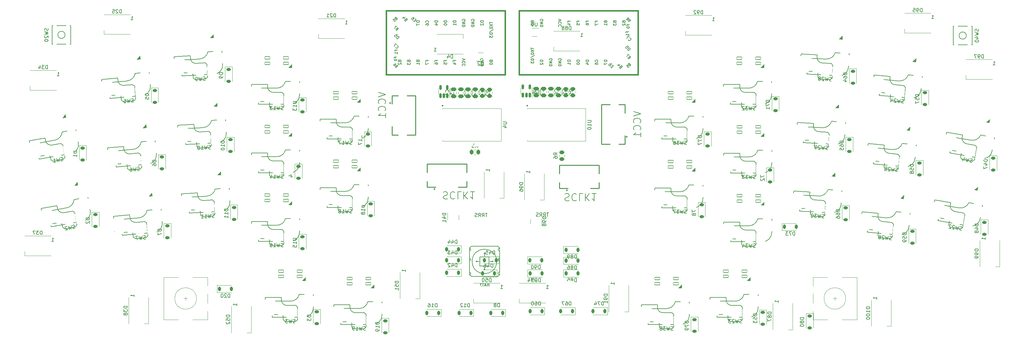
<source format=gbr>
%TF.GenerationSoftware,KiCad,Pcbnew,(7.0.0)*%
%TF.CreationDate,2023-02-20T10:05:00+01:00*%
%TF.ProjectId,wired-split,77697265-642d-4737-906c-69742e6b6963,rev?*%
%TF.SameCoordinates,Original*%
%TF.FileFunction,Legend,Bot*%
%TF.FilePolarity,Positive*%
%FSLAX46Y46*%
G04 Gerber Fmt 4.6, Leading zero omitted, Abs format (unit mm)*
G04 Created by KiCad (PCBNEW (7.0.0)) date 2023-02-20 10:05:00*
%MOMM*%
%LPD*%
G01*
G04 APERTURE LIST*
G04 Aperture macros list*
%AMRoundRect*
0 Rectangle with rounded corners*
0 $1 Rounding radius*
0 $2 $3 $4 $5 $6 $7 $8 $9 X,Y pos of 4 corners*
0 Add a 4 corners polygon primitive as box body*
4,1,4,$2,$3,$4,$5,$6,$7,$8,$9,$2,$3,0*
0 Add four circle primitives for the rounded corners*
1,1,$1+$1,$2,$3*
1,1,$1+$1,$4,$5*
1,1,$1+$1,$6,$7*
1,1,$1+$1,$8,$9*
0 Add four rect primitives between the rounded corners*
20,1,$1+$1,$2,$3,$4,$5,0*
20,1,$1+$1,$4,$5,$6,$7,0*
20,1,$1+$1,$6,$7,$8,$9,0*
20,1,$1+$1,$8,$9,$2,$3,0*%
%AMHorizOval*
0 Thick line with rounded ends*
0 $1 width*
0 $2 $3 position (X,Y) of the first rounded end (center of the circle)*
0 $4 $5 position (X,Y) of the second rounded end (center of the circle)*
0 Add line between two ends*
20,1,$1,$2,$3,$4,$5,0*
0 Add two circle primitives to create the rounded ends*
1,1,$1,$2,$3*
1,1,$1,$4,$5*%
%AMRotRect*
0 Rectangle, with rotation*
0 The origin of the aperture is its center*
0 $1 length*
0 $2 width*
0 $3 Rotation angle, in degrees counterclockwise*
0 Add horizontal line*
21,1,$1,$2,0,0,$3*%
G04 Aperture macros list end*
%ADD10C,0.150000*%
%ADD11C,0.152400*%
%ADD12C,0.100000*%
%ADD13C,0.120000*%
%ADD14C,0.381000*%
%ADD15C,0.254000*%
%ADD16C,0.160000*%
%ADD17C,0.239605*%
%ADD18C,1.752600*%
%ADD19C,4.500000*%
%ADD20RoundRect,0.082000X-0.699850X0.365128X-0.734182X-0.289973X0.699850X-0.365128X0.734182X0.289973X0*%
%ADD21RoundRect,0.082000X-0.718000X0.328000X-0.718000X-0.328000X0.718000X-0.328000X0.718000X0.328000X0*%
%ADD22RoundRect,0.082000X-0.734182X0.289973X-0.699850X-0.365128X0.734182X-0.289973X0.699850X0.365128X0*%
%ADD23RoundRect,0.082000X-0.686681X0.389330X-0.743855X-0.264174X0.686681X-0.389330X0.743855X0.264174X0*%
%ADD24RoundRect,0.082000X-0.743855X0.264174X-0.686681X-0.389330X0.743855X-0.264174X0.686681X0.389330X0*%
%ADD25RoundRect,0.082000X-0.650135X0.447696X-0.764049X-0.198338X0.650135X-0.447696X0.764049X0.198338X0*%
%ADD26RoundRect,0.082000X-0.764049X0.198338X-0.650135X-0.447696X0.764049X-0.198338X0.650135X0.447696X0*%
%ADD27C,4.400000*%
%ADD28HorizOval,1.701800X-0.492404X0.086824X0.492404X-0.086824X0*%
%ADD29C,3.000000*%
%ADD30C,3.987800*%
%ADD31RotRect,2.550000X2.500000X170.000000*%
%ADD32RotRect,2.600000X2.600000X170.000000*%
%ADD33C,2.000000*%
%ADD34R,3.200000X2.000000*%
%ADD35R,1.350000X1.350000*%
%ADD36O,1.350000X1.350000*%
%ADD37HorizOval,1.701800X-0.498097X-0.043578X0.498097X0.043578X0*%
%ADD38RotRect,2.550000X2.500000X185.000000*%
%ADD39RotRect,2.600000X2.600000X185.000000*%
%ADD40C,0.500000*%
%ADD41HorizOval,1.701800X-0.499315X-0.026168X0.499315X0.026168X0*%
%ADD42RotRect,2.550000X2.500000X183.000000*%
%ADD43RotRect,2.600000X2.600000X183.000000*%
%ADD44O,2.701800X1.701800*%
%ADD45R,2.550000X2.500000*%
%ADD46R,2.600000X2.600000*%
%ADD47C,1.700000*%
%ADD48O,1.700000X1.700000*%
%ADD49HorizOval,1.701800X-0.498097X0.043578X0.498097X-0.043578X0*%
%ADD50RotRect,2.550000X2.500000X175.000000*%
%ADD51RotRect,2.600000X2.600000X175.000000*%
%ADD52HorizOval,1.701800X-0.499315X0.026168X0.499315X-0.026168X0*%
%ADD53RotRect,2.550000X2.500000X177.000000*%
%ADD54RotRect,2.600000X2.600000X177.000000*%
%ADD55C,1.800000*%
%ADD56C,1.600000*%
%ADD57C,0.800000*%
%ADD58O,2.000000X1.600000*%
%ADD59HorizOval,1.701800X-0.492404X-0.086824X0.492404X0.086824X0*%
%ADD60RotRect,2.550000X2.500000X190.000000*%
%ADD61RotRect,2.600000X2.600000X190.000000*%
%ADD62RoundRect,0.225000X-0.375000X0.225000X-0.375000X-0.225000X0.375000X-0.225000X0.375000X0.225000X0*%
%ADD63RoundRect,0.250000X-0.450000X0.262500X-0.450000X-0.262500X0.450000X-0.262500X0.450000X0.262500X0*%
%ADD64RoundRect,0.225000X-0.225000X-0.375000X0.225000X-0.375000X0.225000X0.375000X-0.225000X0.375000X0*%
%ADD65RoundRect,0.250000X0.475000X-0.250000X0.475000X0.250000X-0.475000X0.250000X-0.475000X-0.250000X0*%
%ADD66R,0.900000X1.500000*%
%ADD67RoundRect,0.250000X-0.475000X0.250000X-0.475000X-0.250000X0.475000X-0.250000X0.475000X0.250000X0*%
%ADD68R,1.500000X0.900000*%
%ADD69RoundRect,0.225000X0.225000X0.375000X-0.225000X0.375000X-0.225000X-0.375000X0.225000X-0.375000X0*%
%ADD70R,0.650000X0.400000*%
%ADD71R,0.280000X1.250000*%
%ADD72R,1.800000X2.000000*%
%ADD73R,1.250000X0.280000*%
%ADD74R,2.000000X1.800000*%
%ADD75R,1.000000X0.700000*%
%ADD76R,0.600000X0.700000*%
%ADD77RoundRect,0.250000X0.450000X-0.262500X0.450000X0.262500X-0.450000X0.262500X-0.450000X-0.262500X0*%
%ADD78R,1.100000X1.800000*%
%ADD79R,1.400000X1.400000*%
%ADD80C,1.400000*%
%ADD81RoundRect,0.250000X0.262500X0.450000X-0.262500X0.450000X-0.262500X-0.450000X0.262500X-0.450000X0*%
%ADD82RoundRect,0.150000X0.150000X-0.512500X0.150000X0.512500X-0.150000X0.512500X-0.150000X-0.512500X0*%
G04 APERTURE END LIST*
D10*
X178158761Y-100774476D02*
X180158761Y-101441142D01*
X180158761Y-101441142D02*
X178158761Y-102107809D01*
X179968285Y-103917333D02*
X180063523Y-103822095D01*
X180063523Y-103822095D02*
X180158761Y-103536381D01*
X180158761Y-103536381D02*
X180158761Y-103345905D01*
X180158761Y-103345905D02*
X180063523Y-103060190D01*
X180063523Y-103060190D02*
X179873047Y-102869714D01*
X179873047Y-102869714D02*
X179682571Y-102774476D01*
X179682571Y-102774476D02*
X179301619Y-102679238D01*
X179301619Y-102679238D02*
X179015904Y-102679238D01*
X179015904Y-102679238D02*
X178634952Y-102774476D01*
X178634952Y-102774476D02*
X178444476Y-102869714D01*
X178444476Y-102869714D02*
X178254000Y-103060190D01*
X178254000Y-103060190D02*
X178158761Y-103345905D01*
X178158761Y-103345905D02*
X178158761Y-103536381D01*
X178158761Y-103536381D02*
X178254000Y-103822095D01*
X178254000Y-103822095D02*
X178349238Y-103917333D01*
X179968285Y-105917333D02*
X180063523Y-105822095D01*
X180063523Y-105822095D02*
X180158761Y-105536381D01*
X180158761Y-105536381D02*
X180158761Y-105345905D01*
X180158761Y-105345905D02*
X180063523Y-105060190D01*
X180063523Y-105060190D02*
X179873047Y-104869714D01*
X179873047Y-104869714D02*
X179682571Y-104774476D01*
X179682571Y-104774476D02*
X179301619Y-104679238D01*
X179301619Y-104679238D02*
X179015904Y-104679238D01*
X179015904Y-104679238D02*
X178634952Y-104774476D01*
X178634952Y-104774476D02*
X178444476Y-104869714D01*
X178444476Y-104869714D02*
X178254000Y-105060190D01*
X178254000Y-105060190D02*
X178158761Y-105345905D01*
X178158761Y-105345905D02*
X178158761Y-105536381D01*
X178158761Y-105536381D02*
X178254000Y-105822095D01*
X178254000Y-105822095D02*
X178349238Y-105917333D01*
X180158761Y-107822095D02*
X180158761Y-106679238D01*
X180158761Y-107250666D02*
X178158761Y-107250666D01*
X178158761Y-107250666D02*
X178444476Y-107060190D01*
X178444476Y-107060190D02*
X178634952Y-106869714D01*
X178634952Y-106869714D02*
X178730190Y-106679238D01*
X229996952Y-129054476D02*
X230282666Y-128959238D01*
X230282666Y-128959238D02*
X230758857Y-128959238D01*
X230758857Y-128959238D02*
X230949333Y-129054476D01*
X230949333Y-129054476D02*
X231044571Y-129149714D01*
X231044571Y-129149714D02*
X231139809Y-129340190D01*
X231139809Y-129340190D02*
X231139809Y-129530666D01*
X231139809Y-129530666D02*
X231044571Y-129721142D01*
X231044571Y-129721142D02*
X230949333Y-129816380D01*
X230949333Y-129816380D02*
X230758857Y-129911619D01*
X230758857Y-129911619D02*
X230377904Y-130006857D01*
X230377904Y-130006857D02*
X230187428Y-130102095D01*
X230187428Y-130102095D02*
X230092190Y-130197333D01*
X230092190Y-130197333D02*
X229996952Y-130387809D01*
X229996952Y-130387809D02*
X229996952Y-130578285D01*
X229996952Y-130578285D02*
X230092190Y-130768761D01*
X230092190Y-130768761D02*
X230187428Y-130864000D01*
X230187428Y-130864000D02*
X230377904Y-130959238D01*
X230377904Y-130959238D02*
X230854095Y-130959238D01*
X230854095Y-130959238D02*
X231139809Y-130864000D01*
X233139809Y-129149714D02*
X233044571Y-129054476D01*
X233044571Y-129054476D02*
X232758857Y-128959238D01*
X232758857Y-128959238D02*
X232568381Y-128959238D01*
X232568381Y-128959238D02*
X232282666Y-129054476D01*
X232282666Y-129054476D02*
X232092190Y-129244952D01*
X232092190Y-129244952D02*
X231996952Y-129435428D01*
X231996952Y-129435428D02*
X231901714Y-129816380D01*
X231901714Y-129816380D02*
X231901714Y-130102095D01*
X231901714Y-130102095D02*
X231996952Y-130483047D01*
X231996952Y-130483047D02*
X232092190Y-130673523D01*
X232092190Y-130673523D02*
X232282666Y-130864000D01*
X232282666Y-130864000D02*
X232568381Y-130959238D01*
X232568381Y-130959238D02*
X232758857Y-130959238D01*
X232758857Y-130959238D02*
X233044571Y-130864000D01*
X233044571Y-130864000D02*
X233139809Y-130768761D01*
X234949333Y-128959238D02*
X233996952Y-128959238D01*
X233996952Y-128959238D02*
X233996952Y-130959238D01*
X235616000Y-128959238D02*
X235616000Y-130959238D01*
X236758857Y-128959238D02*
X235901714Y-130102095D01*
X236758857Y-130959238D02*
X235616000Y-129816380D01*
X238663619Y-128959238D02*
X237520762Y-128959238D01*
X238092190Y-128959238D02*
X238092190Y-130959238D01*
X238092190Y-130959238D02*
X237901714Y-130673523D01*
X237901714Y-130673523D02*
X237711238Y-130483047D01*
X237711238Y-130483047D02*
X237520762Y-130387809D01*
X249024761Y-106108476D02*
X251024761Y-106775142D01*
X251024761Y-106775142D02*
X249024761Y-107441809D01*
X250834285Y-109251333D02*
X250929523Y-109156095D01*
X250929523Y-109156095D02*
X251024761Y-108870381D01*
X251024761Y-108870381D02*
X251024761Y-108679905D01*
X251024761Y-108679905D02*
X250929523Y-108394190D01*
X250929523Y-108394190D02*
X250739047Y-108203714D01*
X250739047Y-108203714D02*
X250548571Y-108108476D01*
X250548571Y-108108476D02*
X250167619Y-108013238D01*
X250167619Y-108013238D02*
X249881904Y-108013238D01*
X249881904Y-108013238D02*
X249500952Y-108108476D01*
X249500952Y-108108476D02*
X249310476Y-108203714D01*
X249310476Y-108203714D02*
X249120000Y-108394190D01*
X249120000Y-108394190D02*
X249024761Y-108679905D01*
X249024761Y-108679905D02*
X249024761Y-108870381D01*
X249024761Y-108870381D02*
X249120000Y-109156095D01*
X249120000Y-109156095D02*
X249215238Y-109251333D01*
X250834285Y-111251333D02*
X250929523Y-111156095D01*
X250929523Y-111156095D02*
X251024761Y-110870381D01*
X251024761Y-110870381D02*
X251024761Y-110679905D01*
X251024761Y-110679905D02*
X250929523Y-110394190D01*
X250929523Y-110394190D02*
X250739047Y-110203714D01*
X250739047Y-110203714D02*
X250548571Y-110108476D01*
X250548571Y-110108476D02*
X250167619Y-110013238D01*
X250167619Y-110013238D02*
X249881904Y-110013238D01*
X249881904Y-110013238D02*
X249500952Y-110108476D01*
X249500952Y-110108476D02*
X249310476Y-110203714D01*
X249310476Y-110203714D02*
X249120000Y-110394190D01*
X249120000Y-110394190D02*
X249024761Y-110679905D01*
X249024761Y-110679905D02*
X249024761Y-110870381D01*
X249024761Y-110870381D02*
X249120000Y-111156095D01*
X249120000Y-111156095D02*
X249215238Y-111251333D01*
X251024761Y-113156095D02*
X251024761Y-112013238D01*
X251024761Y-112584666D02*
X249024761Y-112584666D01*
X249024761Y-112584666D02*
X249310476Y-112394190D01*
X249310476Y-112394190D02*
X249500952Y-112203714D01*
X249500952Y-112203714D02*
X249596190Y-112013238D01*
X196214952Y-128546476D02*
X196500666Y-128451238D01*
X196500666Y-128451238D02*
X196976857Y-128451238D01*
X196976857Y-128451238D02*
X197167333Y-128546476D01*
X197167333Y-128546476D02*
X197262571Y-128641714D01*
X197262571Y-128641714D02*
X197357809Y-128832190D01*
X197357809Y-128832190D02*
X197357809Y-129022666D01*
X197357809Y-129022666D02*
X197262571Y-129213142D01*
X197262571Y-129213142D02*
X197167333Y-129308380D01*
X197167333Y-129308380D02*
X196976857Y-129403619D01*
X196976857Y-129403619D02*
X196595904Y-129498857D01*
X196595904Y-129498857D02*
X196405428Y-129594095D01*
X196405428Y-129594095D02*
X196310190Y-129689333D01*
X196310190Y-129689333D02*
X196214952Y-129879809D01*
X196214952Y-129879809D02*
X196214952Y-130070285D01*
X196214952Y-130070285D02*
X196310190Y-130260761D01*
X196310190Y-130260761D02*
X196405428Y-130356000D01*
X196405428Y-130356000D02*
X196595904Y-130451238D01*
X196595904Y-130451238D02*
X197072095Y-130451238D01*
X197072095Y-130451238D02*
X197357809Y-130356000D01*
X199357809Y-128641714D02*
X199262571Y-128546476D01*
X199262571Y-128546476D02*
X198976857Y-128451238D01*
X198976857Y-128451238D02*
X198786381Y-128451238D01*
X198786381Y-128451238D02*
X198500666Y-128546476D01*
X198500666Y-128546476D02*
X198310190Y-128736952D01*
X198310190Y-128736952D02*
X198214952Y-128927428D01*
X198214952Y-128927428D02*
X198119714Y-129308380D01*
X198119714Y-129308380D02*
X198119714Y-129594095D01*
X198119714Y-129594095D02*
X198214952Y-129975047D01*
X198214952Y-129975047D02*
X198310190Y-130165523D01*
X198310190Y-130165523D02*
X198500666Y-130356000D01*
X198500666Y-130356000D02*
X198786381Y-130451238D01*
X198786381Y-130451238D02*
X198976857Y-130451238D01*
X198976857Y-130451238D02*
X199262571Y-130356000D01*
X199262571Y-130356000D02*
X199357809Y-130260761D01*
X201167333Y-128451238D02*
X200214952Y-128451238D01*
X200214952Y-128451238D02*
X200214952Y-130451238D01*
X201834000Y-128451238D02*
X201834000Y-130451238D01*
X202976857Y-128451238D02*
X202119714Y-129594095D01*
X202976857Y-130451238D02*
X201834000Y-129308380D01*
X204881619Y-128451238D02*
X203738762Y-128451238D01*
X204310190Y-128451238D02*
X204310190Y-130451238D01*
X204310190Y-130451238D02*
X204119714Y-130165523D01*
X204119714Y-130165523D02*
X203929238Y-129975047D01*
X203929238Y-129975047D02*
X203738762Y-129879809D01*
%TO.C,SW22*%
X340138393Y-139125222D02*
X339989437Y-139147311D01*
X339989437Y-139147311D02*
X339754959Y-139105966D01*
X339754959Y-139105966D02*
X339669436Y-139042532D01*
X339669436Y-139042532D02*
X339630810Y-138987368D01*
X339630810Y-138987368D02*
X339600452Y-138885308D01*
X339600452Y-138885308D02*
X339616990Y-138791516D01*
X339616990Y-138791516D02*
X339680424Y-138705994D01*
X339680424Y-138705994D02*
X339735588Y-138667368D01*
X339735588Y-138667368D02*
X339837648Y-138637010D01*
X339837648Y-138637010D02*
X340033500Y-138623190D01*
X340033500Y-138623190D02*
X340135560Y-138592832D01*
X340135560Y-138592832D02*
X340190724Y-138554206D01*
X340190724Y-138554206D02*
X340254158Y-138468684D01*
X340254158Y-138468684D02*
X340270696Y-138374892D01*
X340270696Y-138374892D02*
X340240338Y-138272832D01*
X340240338Y-138272832D02*
X340201712Y-138217668D01*
X340201712Y-138217668D02*
X340116189Y-138154234D01*
X340116189Y-138154234D02*
X339881711Y-138112889D01*
X339881711Y-138112889D02*
X339732755Y-138134978D01*
X339412755Y-138030200D02*
X339004629Y-138973663D01*
X339004629Y-138973663D02*
X338941081Y-138237153D01*
X338941081Y-138237153D02*
X338629464Y-138907511D01*
X338629464Y-138907511D02*
X338568634Y-137881358D01*
X338223827Y-137917267D02*
X338185201Y-137862102D01*
X338185201Y-137862102D02*
X338099678Y-137798669D01*
X338099678Y-137798669D02*
X337865200Y-137757324D01*
X337865200Y-137757324D02*
X337763140Y-137787682D01*
X337763140Y-137787682D02*
X337707975Y-137826308D01*
X337707975Y-137826308D02*
X337644542Y-137911831D01*
X337644542Y-137911831D02*
X337628004Y-138005622D01*
X337628004Y-138005622D02*
X337650093Y-138154578D01*
X337650093Y-138154578D02*
X338113613Y-138816552D01*
X338113613Y-138816552D02*
X337503970Y-138709056D01*
X337285915Y-137751888D02*
X337247288Y-137696723D01*
X337247288Y-137696723D02*
X337161766Y-137633290D01*
X337161766Y-137633290D02*
X336927288Y-137591945D01*
X336927288Y-137591945D02*
X336825228Y-137622302D01*
X336825228Y-137622302D02*
X336770063Y-137660929D01*
X336770063Y-137660929D02*
X336706630Y-137746451D01*
X336706630Y-137746451D02*
X336690092Y-137840242D01*
X336690092Y-137840242D02*
X336712181Y-137989198D01*
X336712181Y-137989198D02*
X337175700Y-138651173D01*
X337175700Y-138651173D02*
X336566057Y-138543677D01*
%TO.C,SW6*%
X111863706Y-122507474D02*
X111725542Y-122567363D01*
X111725542Y-122567363D02*
X111488353Y-122588114D01*
X111488353Y-122588114D02*
X111389327Y-122548977D01*
X111389327Y-122548977D02*
X111337739Y-122505689D01*
X111337739Y-122505689D02*
X111282001Y-122414964D01*
X111282001Y-122414964D02*
X111273700Y-122320088D01*
X111273700Y-122320088D02*
X111312837Y-122221062D01*
X111312837Y-122221062D02*
X111356125Y-122169474D01*
X111356125Y-122169474D02*
X111446850Y-122113736D01*
X111446850Y-122113736D02*
X111632452Y-122049697D01*
X111632452Y-122049697D02*
X111723177Y-121993958D01*
X111723177Y-121993958D02*
X111766465Y-121942370D01*
X111766465Y-121942370D02*
X111805602Y-121843344D01*
X111805602Y-121843344D02*
X111797301Y-121748469D01*
X111797301Y-121748469D02*
X111741563Y-121657743D01*
X111741563Y-121657743D02*
X111689975Y-121614456D01*
X111689975Y-121614456D02*
X111590949Y-121575318D01*
X111590949Y-121575318D02*
X111353760Y-121596070D01*
X111353760Y-121596070D02*
X111215596Y-121655958D01*
X110879381Y-121637572D02*
X110729348Y-122654518D01*
X110729348Y-122654518D02*
X110477342Y-121959552D01*
X110477342Y-121959552D02*
X110349845Y-122687721D01*
X110349845Y-122687721D02*
X110025500Y-121712277D01*
X109219057Y-121782832D02*
X109408808Y-121766231D01*
X109408808Y-121766231D02*
X109507834Y-121805368D01*
X109507834Y-121805368D02*
X109559422Y-121848656D01*
X109559422Y-121848656D02*
X109666749Y-121982669D01*
X109666749Y-121982669D02*
X109730788Y-122168270D01*
X109730788Y-122168270D02*
X109763990Y-122547772D01*
X109763990Y-122547772D02*
X109724853Y-122646798D01*
X109724853Y-122646798D02*
X109681565Y-122698387D01*
X109681565Y-122698387D02*
X109590840Y-122754125D01*
X109590840Y-122754125D02*
X109401088Y-122770726D01*
X109401088Y-122770726D02*
X109302062Y-122731589D01*
X109302062Y-122731589D02*
X109250474Y-122688301D01*
X109250474Y-122688301D02*
X109194736Y-122597576D01*
X109194736Y-122597576D02*
X109173984Y-122360387D01*
X109173984Y-122360387D02*
X109213122Y-122261361D01*
X109213122Y-122261361D02*
X109256409Y-122209772D01*
X109256409Y-122209772D02*
X109347135Y-122154034D01*
X109347135Y-122154034D02*
X109536886Y-122137433D01*
X109536886Y-122137433D02*
X109635912Y-122176570D01*
X109635912Y-122176570D02*
X109687500Y-122219858D01*
X109687500Y-122219858D02*
X109743238Y-122310583D01*
%TO.C,SW11*%
X132617202Y-135530099D02*
X132477033Y-135585129D01*
X132477033Y-135585129D02*
X132239264Y-135597590D01*
X132239264Y-135597590D02*
X132141665Y-135555021D01*
X132141665Y-135555021D02*
X132091619Y-135509959D01*
X132091619Y-135509959D02*
X132039080Y-135417344D01*
X132039080Y-135417344D02*
X132034096Y-135322236D01*
X132034096Y-135322236D02*
X132076665Y-135224637D01*
X132076665Y-135224637D02*
X132121727Y-135174591D01*
X132121727Y-135174591D02*
X132214342Y-135122052D01*
X132214342Y-135122052D02*
X132402065Y-135064530D01*
X132402065Y-135064530D02*
X132494681Y-135011992D01*
X132494681Y-135011992D02*
X132539742Y-134961946D01*
X132539742Y-134961946D02*
X132582312Y-134864346D01*
X132582312Y-134864346D02*
X132577327Y-134769238D01*
X132577327Y-134769238D02*
X132524789Y-134676623D01*
X132524789Y-134676623D02*
X132474743Y-134631561D01*
X132474743Y-134631561D02*
X132377144Y-134588992D01*
X132377144Y-134588992D02*
X132139375Y-134601453D01*
X132139375Y-134601453D02*
X131999205Y-134656483D01*
X131663837Y-134626375D02*
X131478404Y-135637465D01*
X131478404Y-135637465D02*
X131250806Y-134934127D01*
X131250806Y-134934127D02*
X131097973Y-135657403D01*
X131097973Y-135657403D02*
X130807869Y-134671234D01*
X129956683Y-135717215D02*
X130527328Y-135687309D01*
X130242005Y-135702262D02*
X130189669Y-134703633D01*
X130189669Y-134703633D02*
X130292254Y-134841310D01*
X130292254Y-134841310D02*
X130392346Y-134931433D01*
X130392346Y-134931433D02*
X130489945Y-134974002D01*
X129005607Y-135767059D02*
X129576252Y-135737153D01*
X129290930Y-135752106D02*
X129238594Y-134753476D01*
X129238594Y-134753476D02*
X129341178Y-134891153D01*
X129341178Y-134891153D02*
X129441270Y-134981277D01*
X129441270Y-134981277D02*
X129538869Y-135023846D01*
%TO.C,SW13*%
X151726028Y-105629048D02*
X151583171Y-105676667D01*
X151583171Y-105676667D02*
X151345076Y-105676667D01*
X151345076Y-105676667D02*
X151249838Y-105629048D01*
X151249838Y-105629048D02*
X151202219Y-105581429D01*
X151202219Y-105581429D02*
X151154600Y-105486191D01*
X151154600Y-105486191D02*
X151154600Y-105390953D01*
X151154600Y-105390953D02*
X151202219Y-105295715D01*
X151202219Y-105295715D02*
X151249838Y-105248096D01*
X151249838Y-105248096D02*
X151345076Y-105200477D01*
X151345076Y-105200477D02*
X151535552Y-105152858D01*
X151535552Y-105152858D02*
X151630790Y-105105239D01*
X151630790Y-105105239D02*
X151678409Y-105057620D01*
X151678409Y-105057620D02*
X151726028Y-104962382D01*
X151726028Y-104962382D02*
X151726028Y-104867144D01*
X151726028Y-104867144D02*
X151678409Y-104771906D01*
X151678409Y-104771906D02*
X151630790Y-104724287D01*
X151630790Y-104724287D02*
X151535552Y-104676667D01*
X151535552Y-104676667D02*
X151297457Y-104676667D01*
X151297457Y-104676667D02*
X151154600Y-104724287D01*
X150821266Y-104676667D02*
X150583171Y-105676667D01*
X150583171Y-105676667D02*
X150392695Y-104962382D01*
X150392695Y-104962382D02*
X150202219Y-105676667D01*
X150202219Y-105676667D02*
X149964124Y-104676667D01*
X149059362Y-105676667D02*
X149630790Y-105676667D01*
X149345076Y-105676667D02*
X149345076Y-104676667D01*
X149345076Y-104676667D02*
X149440314Y-104819525D01*
X149440314Y-104819525D02*
X149535552Y-104914763D01*
X149535552Y-104914763D02*
X149630790Y-104962382D01*
X148726028Y-104676667D02*
X148106981Y-104676667D01*
X148106981Y-104676667D02*
X148440314Y-105057620D01*
X148440314Y-105057620D02*
X148297457Y-105057620D01*
X148297457Y-105057620D02*
X148202219Y-105105239D01*
X148202219Y-105105239D02*
X148154600Y-105152858D01*
X148154600Y-105152858D02*
X148106981Y-105248096D01*
X148106981Y-105248096D02*
X148106981Y-105486191D01*
X148106981Y-105486191D02*
X148154600Y-105581429D01*
X148154600Y-105581429D02*
X148202219Y-105629048D01*
X148202219Y-105629048D02*
X148297457Y-105676667D01*
X148297457Y-105676667D02*
X148583171Y-105676667D01*
X148583171Y-105676667D02*
X148678409Y-105629048D01*
X148678409Y-105629048D02*
X148726028Y-105581429D01*
%TO.C,U7*%
X247519755Y-82263954D02*
X247519755Y-82030620D01*
X247886421Y-82030620D02*
X247186421Y-82030620D01*
X247186421Y-82030620D02*
X247186421Y-82363954D01*
X247186421Y-82763954D02*
X247186421Y-82830620D01*
X247186421Y-82830620D02*
X247219755Y-82897287D01*
X247219755Y-82897287D02*
X247253088Y-82930620D01*
X247253088Y-82930620D02*
X247319755Y-82963954D01*
X247319755Y-82963954D02*
X247453088Y-82997287D01*
X247453088Y-82997287D02*
X247619755Y-82997287D01*
X247619755Y-82997287D02*
X247753088Y-82963954D01*
X247753088Y-82963954D02*
X247819755Y-82930620D01*
X247819755Y-82930620D02*
X247853088Y-82897287D01*
X247853088Y-82897287D02*
X247886421Y-82830620D01*
X247886421Y-82830620D02*
X247886421Y-82763954D01*
X247886421Y-82763954D02*
X247853088Y-82697287D01*
X247853088Y-82697287D02*
X247819755Y-82663954D01*
X247819755Y-82663954D02*
X247753088Y-82630620D01*
X247753088Y-82630620D02*
X247619755Y-82597287D01*
X247619755Y-82597287D02*
X247453088Y-82597287D01*
X247453088Y-82597287D02*
X247319755Y-82630620D01*
X247319755Y-82630620D02*
X247253088Y-82663954D01*
X247253088Y-82663954D02*
X247219755Y-82697287D01*
X247219755Y-82697287D02*
X247186421Y-82763954D01*
X234053159Y-91867811D02*
X233253159Y-91867811D01*
X233253159Y-91867811D02*
X233253159Y-92058287D01*
X233253159Y-92058287D02*
X233291255Y-92172573D01*
X233291255Y-92172573D02*
X233367445Y-92248763D01*
X233367445Y-92248763D02*
X233443635Y-92286858D01*
X233443635Y-92286858D02*
X233596016Y-92324954D01*
X233596016Y-92324954D02*
X233710302Y-92324954D01*
X233710302Y-92324954D02*
X233862683Y-92286858D01*
X233862683Y-92286858D02*
X233938874Y-92248763D01*
X233938874Y-92248763D02*
X234015064Y-92172573D01*
X234015064Y-92172573D02*
X234053159Y-92058287D01*
X234053159Y-92058287D02*
X234053159Y-91867811D01*
X233253159Y-92820192D02*
X233253159Y-92896382D01*
X233253159Y-92896382D02*
X233291255Y-92972573D01*
X233291255Y-92972573D02*
X233329350Y-93010668D01*
X233329350Y-93010668D02*
X233405540Y-93048763D01*
X233405540Y-93048763D02*
X233557921Y-93086858D01*
X233557921Y-93086858D02*
X233748397Y-93086858D01*
X233748397Y-93086858D02*
X233900778Y-93048763D01*
X233900778Y-93048763D02*
X233976969Y-93010668D01*
X233976969Y-93010668D02*
X234015064Y-92972573D01*
X234015064Y-92972573D02*
X234053159Y-92896382D01*
X234053159Y-92896382D02*
X234053159Y-92820192D01*
X234053159Y-92820192D02*
X234015064Y-92744001D01*
X234015064Y-92744001D02*
X233976969Y-92705906D01*
X233976969Y-92705906D02*
X233900778Y-92667811D01*
X233900778Y-92667811D02*
X233748397Y-92629715D01*
X233748397Y-92629715D02*
X233557921Y-92629715D01*
X233557921Y-92629715D02*
X233405540Y-92667811D01*
X233405540Y-92667811D02*
X233329350Y-92705906D01*
X233329350Y-92705906D02*
X233291255Y-92744001D01*
X233291255Y-92744001D02*
X233253159Y-92820192D01*
X225671255Y-91848763D02*
X225633159Y-91772573D01*
X225633159Y-91772573D02*
X225633159Y-91658287D01*
X225633159Y-91658287D02*
X225671255Y-91544001D01*
X225671255Y-91544001D02*
X225747445Y-91467811D01*
X225747445Y-91467811D02*
X225823635Y-91429716D01*
X225823635Y-91429716D02*
X225976016Y-91391620D01*
X225976016Y-91391620D02*
X226090302Y-91391620D01*
X226090302Y-91391620D02*
X226242683Y-91429716D01*
X226242683Y-91429716D02*
X226318874Y-91467811D01*
X226318874Y-91467811D02*
X226395064Y-91544001D01*
X226395064Y-91544001D02*
X226433159Y-91658287D01*
X226433159Y-91658287D02*
X226433159Y-91734478D01*
X226433159Y-91734478D02*
X226395064Y-91848763D01*
X226395064Y-91848763D02*
X226356969Y-91886859D01*
X226356969Y-91886859D02*
X226090302Y-91886859D01*
X226090302Y-91886859D02*
X226090302Y-91734478D01*
X226433159Y-92229716D02*
X225633159Y-92229716D01*
X225633159Y-92229716D02*
X226433159Y-92686859D01*
X226433159Y-92686859D02*
X225633159Y-92686859D01*
X226433159Y-93067811D02*
X225633159Y-93067811D01*
X225633159Y-93067811D02*
X225633159Y-93258287D01*
X225633159Y-93258287D02*
X225671255Y-93372573D01*
X225671255Y-93372573D02*
X225747445Y-93448763D01*
X225747445Y-93448763D02*
X225823635Y-93486858D01*
X225823635Y-93486858D02*
X225976016Y-93524954D01*
X225976016Y-93524954D02*
X226090302Y-93524954D01*
X226090302Y-93524954D02*
X226242683Y-93486858D01*
X226242683Y-93486858D02*
X226318874Y-93448763D01*
X226318874Y-93448763D02*
X226395064Y-93372573D01*
X226395064Y-93372573D02*
X226433159Y-93258287D01*
X226433159Y-93258287D02*
X226433159Y-93067811D01*
X231513159Y-91867811D02*
X230713159Y-91867811D01*
X230713159Y-91867811D02*
X230713159Y-92058287D01*
X230713159Y-92058287D02*
X230751255Y-92172573D01*
X230751255Y-92172573D02*
X230827445Y-92248763D01*
X230827445Y-92248763D02*
X230903635Y-92286858D01*
X230903635Y-92286858D02*
X231056016Y-92324954D01*
X231056016Y-92324954D02*
X231170302Y-92324954D01*
X231170302Y-92324954D02*
X231322683Y-92286858D01*
X231322683Y-92286858D02*
X231398874Y-92248763D01*
X231398874Y-92248763D02*
X231475064Y-92172573D01*
X231475064Y-92172573D02*
X231513159Y-92058287D01*
X231513159Y-92058287D02*
X231513159Y-91867811D01*
X231513159Y-93086858D02*
X231513159Y-92629715D01*
X231513159Y-92858287D02*
X230713159Y-92858287D01*
X230713159Y-92858287D02*
X230827445Y-92782096D01*
X230827445Y-92782096D02*
X230903635Y-92705906D01*
X230903635Y-92705906D02*
X230941731Y-92629715D01*
X247569588Y-86185514D02*
X247569588Y-86239389D01*
X247569588Y-86239389D02*
X247623463Y-86347139D01*
X247623463Y-86347139D02*
X247677337Y-86401014D01*
X247677337Y-86401014D02*
X247785087Y-86454888D01*
X247785087Y-86454888D02*
X247892837Y-86454888D01*
X247892837Y-86454888D02*
X247973649Y-86427951D01*
X247973649Y-86427951D02*
X248108336Y-86347139D01*
X248108336Y-86347139D02*
X248189148Y-86266327D01*
X248189148Y-86266327D02*
X248269960Y-86131640D01*
X248269960Y-86131640D02*
X248296898Y-86050827D01*
X248296898Y-86050827D02*
X248296898Y-85943078D01*
X248296898Y-85943078D02*
X248243023Y-85835328D01*
X248243023Y-85835328D02*
X248189148Y-85781453D01*
X248189148Y-85781453D02*
X248081399Y-85727579D01*
X248081399Y-85727579D02*
X248027524Y-85727579D01*
X247892837Y-85485142D02*
X247515713Y-85108018D01*
X247515713Y-85108018D02*
X247192464Y-85916140D01*
X236174112Y-81269620D02*
X236174112Y-81002954D01*
X236593159Y-81002954D02*
X235793159Y-81002954D01*
X235793159Y-81002954D02*
X235793159Y-81383906D01*
X235793159Y-82031525D02*
X235793159Y-81879144D01*
X235793159Y-81879144D02*
X235831255Y-81802953D01*
X235831255Y-81802953D02*
X235869350Y-81764858D01*
X235869350Y-81764858D02*
X235983635Y-81688668D01*
X235983635Y-81688668D02*
X236136016Y-81650572D01*
X236136016Y-81650572D02*
X236440778Y-81650572D01*
X236440778Y-81650572D02*
X236516969Y-81688668D01*
X236516969Y-81688668D02*
X236555064Y-81726763D01*
X236555064Y-81726763D02*
X236593159Y-81802953D01*
X236593159Y-81802953D02*
X236593159Y-81955334D01*
X236593159Y-81955334D02*
X236555064Y-82031525D01*
X236555064Y-82031525D02*
X236516969Y-82069620D01*
X236516969Y-82069620D02*
X236440778Y-82107715D01*
X236440778Y-82107715D02*
X236250302Y-82107715D01*
X236250302Y-82107715D02*
X236174112Y-82069620D01*
X236174112Y-82069620D02*
X236136016Y-82031525D01*
X236136016Y-82031525D02*
X236097921Y-81955334D01*
X236097921Y-81955334D02*
X236097921Y-81802953D01*
X236097921Y-81802953D02*
X236136016Y-81726763D01*
X236136016Y-81726763D02*
X236174112Y-81688668D01*
X236174112Y-81688668D02*
X236250302Y-81650572D01*
X241254112Y-81212477D02*
X241292207Y-81326763D01*
X241292207Y-81326763D02*
X241330302Y-81364858D01*
X241330302Y-81364858D02*
X241406493Y-81402954D01*
X241406493Y-81402954D02*
X241520778Y-81402954D01*
X241520778Y-81402954D02*
X241596969Y-81364858D01*
X241596969Y-81364858D02*
X241635064Y-81326763D01*
X241635064Y-81326763D02*
X241673159Y-81250573D01*
X241673159Y-81250573D02*
X241673159Y-80945811D01*
X241673159Y-80945811D02*
X240873159Y-80945811D01*
X240873159Y-80945811D02*
X240873159Y-81212477D01*
X240873159Y-81212477D02*
X240911255Y-81288668D01*
X240911255Y-81288668D02*
X240949350Y-81326763D01*
X240949350Y-81326763D02*
X241025540Y-81364858D01*
X241025540Y-81364858D02*
X241101731Y-81364858D01*
X241101731Y-81364858D02*
X241177921Y-81326763D01*
X241177921Y-81326763D02*
X241216016Y-81288668D01*
X241216016Y-81288668D02*
X241254112Y-81212477D01*
X241254112Y-81212477D02*
X241254112Y-80945811D01*
X241673159Y-82164858D02*
X241673159Y-81707715D01*
X241673159Y-81936287D02*
X240873159Y-81936287D01*
X240873159Y-81936287D02*
X240987445Y-81860096D01*
X240987445Y-81860096D02*
X241063635Y-81783906D01*
X241063635Y-81783906D02*
X241101731Y-81707715D01*
X246334112Y-81212477D02*
X246372207Y-81326763D01*
X246372207Y-81326763D02*
X246410302Y-81364858D01*
X246410302Y-81364858D02*
X246486493Y-81402954D01*
X246486493Y-81402954D02*
X246600778Y-81402954D01*
X246600778Y-81402954D02*
X246676969Y-81364858D01*
X246676969Y-81364858D02*
X246715064Y-81326763D01*
X246715064Y-81326763D02*
X246753159Y-81250573D01*
X246753159Y-81250573D02*
X246753159Y-80945811D01*
X246753159Y-80945811D02*
X245953159Y-80945811D01*
X245953159Y-80945811D02*
X245953159Y-81212477D01*
X245953159Y-81212477D02*
X245991255Y-81288668D01*
X245991255Y-81288668D02*
X246029350Y-81326763D01*
X246029350Y-81326763D02*
X246105540Y-81364858D01*
X246105540Y-81364858D02*
X246181731Y-81364858D01*
X246181731Y-81364858D02*
X246257921Y-81326763D01*
X246257921Y-81326763D02*
X246296016Y-81288668D01*
X246296016Y-81288668D02*
X246334112Y-81212477D01*
X246334112Y-81212477D02*
X246334112Y-80945811D01*
X246029350Y-81707715D02*
X245991255Y-81745811D01*
X245991255Y-81745811D02*
X245953159Y-81822001D01*
X245953159Y-81822001D02*
X245953159Y-82012477D01*
X245953159Y-82012477D02*
X245991255Y-82088668D01*
X245991255Y-82088668D02*
X246029350Y-82126763D01*
X246029350Y-82126763D02*
X246105540Y-82164858D01*
X246105540Y-82164858D02*
X246181731Y-82164858D01*
X246181731Y-82164858D02*
X246296016Y-82126763D01*
X246296016Y-82126763D02*
X246753159Y-81669620D01*
X246753159Y-81669620D02*
X246753159Y-82164858D01*
X247304112Y-84190620D02*
X247304112Y-83923954D01*
X247723159Y-83923954D02*
X246923159Y-83923954D01*
X246923159Y-83923954D02*
X246923159Y-84304906D01*
X247723159Y-85028715D02*
X247723159Y-84571572D01*
X247723159Y-84800144D02*
X246923159Y-84800144D01*
X246923159Y-84800144D02*
X247037445Y-84723953D01*
X247037445Y-84723953D02*
X247113635Y-84647763D01*
X247113635Y-84647763D02*
X247151731Y-84571572D01*
X228211255Y-91848763D02*
X228173159Y-91772573D01*
X228173159Y-91772573D02*
X228173159Y-91658287D01*
X228173159Y-91658287D02*
X228211255Y-91544001D01*
X228211255Y-91544001D02*
X228287445Y-91467811D01*
X228287445Y-91467811D02*
X228363635Y-91429716D01*
X228363635Y-91429716D02*
X228516016Y-91391620D01*
X228516016Y-91391620D02*
X228630302Y-91391620D01*
X228630302Y-91391620D02*
X228782683Y-91429716D01*
X228782683Y-91429716D02*
X228858874Y-91467811D01*
X228858874Y-91467811D02*
X228935064Y-91544001D01*
X228935064Y-91544001D02*
X228973159Y-91658287D01*
X228973159Y-91658287D02*
X228973159Y-91734478D01*
X228973159Y-91734478D02*
X228935064Y-91848763D01*
X228935064Y-91848763D02*
X228896969Y-91886859D01*
X228896969Y-91886859D02*
X228630302Y-91886859D01*
X228630302Y-91886859D02*
X228630302Y-91734478D01*
X228973159Y-92229716D02*
X228173159Y-92229716D01*
X228173159Y-92229716D02*
X228973159Y-92686859D01*
X228973159Y-92686859D02*
X228173159Y-92686859D01*
X228973159Y-93067811D02*
X228173159Y-93067811D01*
X228173159Y-93067811D02*
X228173159Y-93258287D01*
X228173159Y-93258287D02*
X228211255Y-93372573D01*
X228211255Y-93372573D02*
X228287445Y-93448763D01*
X228287445Y-93448763D02*
X228363635Y-93486858D01*
X228363635Y-93486858D02*
X228516016Y-93524954D01*
X228516016Y-93524954D02*
X228630302Y-93524954D01*
X228630302Y-93524954D02*
X228782683Y-93486858D01*
X228782683Y-93486858D02*
X228858874Y-93448763D01*
X228858874Y-93448763D02*
X228935064Y-93372573D01*
X228935064Y-93372573D02*
X228973159Y-93258287D01*
X228973159Y-93258287D02*
X228973159Y-93067811D01*
X220934112Y-81212477D02*
X220972207Y-81326763D01*
X220972207Y-81326763D02*
X221010302Y-81364858D01*
X221010302Y-81364858D02*
X221086493Y-81402954D01*
X221086493Y-81402954D02*
X221200778Y-81402954D01*
X221200778Y-81402954D02*
X221276969Y-81364858D01*
X221276969Y-81364858D02*
X221315064Y-81326763D01*
X221315064Y-81326763D02*
X221353159Y-81250573D01*
X221353159Y-81250573D02*
X221353159Y-80945811D01*
X221353159Y-80945811D02*
X220553159Y-80945811D01*
X220553159Y-80945811D02*
X220553159Y-81212477D01*
X220553159Y-81212477D02*
X220591255Y-81288668D01*
X220591255Y-81288668D02*
X220629350Y-81326763D01*
X220629350Y-81326763D02*
X220705540Y-81364858D01*
X220705540Y-81364858D02*
X220781731Y-81364858D01*
X220781731Y-81364858D02*
X220857921Y-81326763D01*
X220857921Y-81326763D02*
X220896016Y-81288668D01*
X220896016Y-81288668D02*
X220934112Y-81212477D01*
X220934112Y-81212477D02*
X220934112Y-80945811D01*
X220553159Y-81898192D02*
X220553159Y-81974382D01*
X220553159Y-81974382D02*
X220591255Y-82050573D01*
X220591255Y-82050573D02*
X220629350Y-82088668D01*
X220629350Y-82088668D02*
X220705540Y-82126763D01*
X220705540Y-82126763D02*
X220857921Y-82164858D01*
X220857921Y-82164858D02*
X221048397Y-82164858D01*
X221048397Y-82164858D02*
X221200778Y-82126763D01*
X221200778Y-82126763D02*
X221276969Y-82088668D01*
X221276969Y-82088668D02*
X221315064Y-82050573D01*
X221315064Y-82050573D02*
X221353159Y-81974382D01*
X221353159Y-81974382D02*
X221353159Y-81898192D01*
X221353159Y-81898192D02*
X221315064Y-81822001D01*
X221315064Y-81822001D02*
X221276969Y-81783906D01*
X221276969Y-81783906D02*
X221200778Y-81745811D01*
X221200778Y-81745811D02*
X221048397Y-81707715D01*
X221048397Y-81707715D02*
X220857921Y-81707715D01*
X220857921Y-81707715D02*
X220705540Y-81745811D01*
X220705540Y-81745811D02*
X220629350Y-81783906D01*
X220629350Y-81783906D02*
X220591255Y-81822001D01*
X220591255Y-81822001D02*
X220553159Y-81898192D01*
X228173159Y-80469620D02*
X228973159Y-80736287D01*
X228973159Y-80736287D02*
X228173159Y-81002953D01*
X228896969Y-81726763D02*
X228935064Y-81688667D01*
X228935064Y-81688667D02*
X228973159Y-81574382D01*
X228973159Y-81574382D02*
X228973159Y-81498191D01*
X228973159Y-81498191D02*
X228935064Y-81383905D01*
X228935064Y-81383905D02*
X228858874Y-81307715D01*
X228858874Y-81307715D02*
X228782683Y-81269620D01*
X228782683Y-81269620D02*
X228630302Y-81231524D01*
X228630302Y-81231524D02*
X228516016Y-81231524D01*
X228516016Y-81231524D02*
X228363635Y-81269620D01*
X228363635Y-81269620D02*
X228287445Y-81307715D01*
X228287445Y-81307715D02*
X228211255Y-81383905D01*
X228211255Y-81383905D02*
X228173159Y-81498191D01*
X228173159Y-81498191D02*
X228173159Y-81574382D01*
X228173159Y-81574382D02*
X228211255Y-81688667D01*
X228211255Y-81688667D02*
X228249350Y-81726763D01*
X228896969Y-82526763D02*
X228935064Y-82488667D01*
X228935064Y-82488667D02*
X228973159Y-82374382D01*
X228973159Y-82374382D02*
X228973159Y-82298191D01*
X228973159Y-82298191D02*
X228935064Y-82183905D01*
X228935064Y-82183905D02*
X228858874Y-82107715D01*
X228858874Y-82107715D02*
X228782683Y-82069620D01*
X228782683Y-82069620D02*
X228630302Y-82031524D01*
X228630302Y-82031524D02*
X228516016Y-82031524D01*
X228516016Y-82031524D02*
X228363635Y-82069620D01*
X228363635Y-82069620D02*
X228287445Y-82107715D01*
X228287445Y-82107715D02*
X228211255Y-82183905D01*
X228211255Y-82183905D02*
X228173159Y-82298191D01*
X228173159Y-82298191D02*
X228173159Y-82374382D01*
X228173159Y-82374382D02*
X228211255Y-82488667D01*
X228211255Y-82488667D02*
X228249350Y-82526763D01*
X231094112Y-81269620D02*
X231094112Y-81002954D01*
X231513159Y-81002954D02*
X230713159Y-81002954D01*
X230713159Y-81002954D02*
X230713159Y-81383906D01*
X230979826Y-82031525D02*
X231513159Y-82031525D01*
X230675064Y-81841049D02*
X231246493Y-81650572D01*
X231246493Y-81650572D02*
X231246493Y-82145811D01*
X247837029Y-91080205D02*
X247742748Y-91033065D01*
X247742748Y-91033065D02*
X247695608Y-91033065D01*
X247695608Y-91033065D02*
X247624897Y-91056635D01*
X247624897Y-91056635D02*
X247554187Y-91127345D01*
X247554187Y-91127345D02*
X247530616Y-91198056D01*
X247530616Y-91198056D02*
X247530616Y-91245197D01*
X247530616Y-91245197D02*
X247554187Y-91315907D01*
X247554187Y-91315907D02*
X247742748Y-91504469D01*
X247742748Y-91504469D02*
X248237723Y-91009494D01*
X248237723Y-91009494D02*
X248072732Y-90844503D01*
X248072732Y-90844503D02*
X248002021Y-90820933D01*
X248002021Y-90820933D02*
X247954881Y-90820933D01*
X247954881Y-90820933D02*
X247884170Y-90844503D01*
X247884170Y-90844503D02*
X247837029Y-90891643D01*
X247837029Y-90891643D02*
X247813459Y-90962354D01*
X247813459Y-90962354D02*
X247813459Y-91009494D01*
X247813459Y-91009494D02*
X247837029Y-91080205D01*
X247837029Y-91080205D02*
X248002021Y-91245197D01*
X247789889Y-90561660D02*
X247459906Y-90231677D01*
X247459906Y-90231677D02*
X247177063Y-90938784D01*
X247451480Y-80474368D02*
X247545761Y-80521508D01*
X247545761Y-80521508D02*
X247592901Y-80521508D01*
X247592901Y-80521508D02*
X247663612Y-80497938D01*
X247663612Y-80497938D02*
X247734322Y-80427228D01*
X247734322Y-80427228D02*
X247757893Y-80356517D01*
X247757893Y-80356517D02*
X247757893Y-80309376D01*
X247757893Y-80309376D02*
X247734322Y-80238666D01*
X247734322Y-80238666D02*
X247545761Y-80050104D01*
X247545761Y-80050104D02*
X247050786Y-80545079D01*
X247050786Y-80545079D02*
X247215777Y-80710070D01*
X247215777Y-80710070D02*
X247286488Y-80733640D01*
X247286488Y-80733640D02*
X247333628Y-80733640D01*
X247333628Y-80733640D02*
X247404339Y-80710070D01*
X247404339Y-80710070D02*
X247451480Y-80662930D01*
X247451480Y-80662930D02*
X247475050Y-80592219D01*
X247475050Y-80592219D02*
X247475050Y-80545079D01*
X247475050Y-80545079D02*
X247451480Y-80474368D01*
X247451480Y-80474368D02*
X247286488Y-80309376D01*
X247757893Y-81252185D02*
X247663612Y-81157905D01*
X247663612Y-81157905D02*
X247640041Y-81087194D01*
X247640041Y-81087194D02*
X247640041Y-81040053D01*
X247640041Y-81040053D02*
X247663612Y-80922202D01*
X247663612Y-80922202D02*
X247734322Y-80804351D01*
X247734322Y-80804351D02*
X247922884Y-80615789D01*
X247922884Y-80615789D02*
X247993595Y-80592219D01*
X247993595Y-80592219D02*
X248040735Y-80592219D01*
X248040735Y-80592219D02*
X248111446Y-80615789D01*
X248111446Y-80615789D02*
X248205727Y-80710070D01*
X248205727Y-80710070D02*
X248229297Y-80780781D01*
X248229297Y-80780781D02*
X248229297Y-80827921D01*
X248229297Y-80827921D02*
X248205727Y-80898632D01*
X248205727Y-80898632D02*
X248087876Y-81016483D01*
X248087876Y-81016483D02*
X248017165Y-81040053D01*
X248017165Y-81040053D02*
X247970025Y-81040053D01*
X247970025Y-81040053D02*
X247899314Y-81016483D01*
X247899314Y-81016483D02*
X247805033Y-80922202D01*
X247805033Y-80922202D02*
X247781463Y-80851492D01*
X247781463Y-80851492D02*
X247781463Y-80804351D01*
X247781463Y-80804351D02*
X247805033Y-80733640D01*
X247628962Y-89242638D02*
X248194647Y-88676953D01*
X248194647Y-88676953D02*
X248059960Y-88542266D01*
X248059960Y-88542266D02*
X247952211Y-88488391D01*
X247952211Y-88488391D02*
X247844461Y-88488391D01*
X247844461Y-88488391D02*
X247763649Y-88515328D01*
X247763649Y-88515328D02*
X247628962Y-88596140D01*
X247628962Y-88596140D02*
X247548150Y-88676953D01*
X247548150Y-88676953D02*
X247467337Y-88811640D01*
X247467337Y-88811640D02*
X247440400Y-88892452D01*
X247440400Y-88892452D02*
X247440400Y-89000201D01*
X247440400Y-89000201D02*
X247494275Y-89107951D01*
X247494275Y-89107951D02*
X247628962Y-89242638D01*
X247359588Y-87841893D02*
X247628962Y-88111267D01*
X247628962Y-88111267D02*
X247386525Y-88407579D01*
X247386525Y-88407579D02*
X247386525Y-88353704D01*
X247386525Y-88353704D02*
X247359588Y-88272892D01*
X247359588Y-88272892D02*
X247224901Y-88138205D01*
X247224901Y-88138205D02*
X247144089Y-88111267D01*
X247144089Y-88111267D02*
X247090214Y-88111267D01*
X247090214Y-88111267D02*
X247009402Y-88138205D01*
X247009402Y-88138205D02*
X246874715Y-88272892D01*
X246874715Y-88272892D02*
X246847777Y-88353704D01*
X246847777Y-88353704D02*
X246847777Y-88407579D01*
X246847777Y-88407579D02*
X246874715Y-88488391D01*
X246874715Y-88488391D02*
X247009402Y-88623078D01*
X247009402Y-88623078D02*
X247090214Y-88650015D01*
X247090214Y-88650015D02*
X247144089Y-88650015D01*
X233634112Y-81269620D02*
X233634112Y-81002954D01*
X234053159Y-81002954D02*
X233253159Y-81002954D01*
X233253159Y-81002954D02*
X233253159Y-81383906D01*
X233253159Y-82069620D02*
X233253159Y-81688668D01*
X233253159Y-81688668D02*
X233634112Y-81650572D01*
X233634112Y-81650572D02*
X233596016Y-81688668D01*
X233596016Y-81688668D02*
X233557921Y-81764858D01*
X233557921Y-81764858D02*
X233557921Y-81955334D01*
X233557921Y-81955334D02*
X233596016Y-82031525D01*
X233596016Y-82031525D02*
X233634112Y-82069620D01*
X233634112Y-82069620D02*
X233710302Y-82107715D01*
X233710302Y-82107715D02*
X233900778Y-82107715D01*
X233900778Y-82107715D02*
X233976969Y-82069620D01*
X233976969Y-82069620D02*
X234015064Y-82031525D01*
X234015064Y-82031525D02*
X234053159Y-81955334D01*
X234053159Y-81955334D02*
X234053159Y-81764858D01*
X234053159Y-81764858D02*
X234015064Y-81688668D01*
X234015064Y-81688668D02*
X233976969Y-81650572D01*
X220553159Y-88378682D02*
X220553159Y-88835825D01*
X221353159Y-88607253D02*
X220553159Y-88607253D01*
X220553159Y-89026301D02*
X221353159Y-89559635D01*
X220553159Y-89559635D02*
X221353159Y-89026301D01*
X220553159Y-90016778D02*
X220553159Y-90092968D01*
X220553159Y-90092968D02*
X220591255Y-90169159D01*
X220591255Y-90169159D02*
X220629350Y-90207254D01*
X220629350Y-90207254D02*
X220705540Y-90245349D01*
X220705540Y-90245349D02*
X220857921Y-90283444D01*
X220857921Y-90283444D02*
X221048397Y-90283444D01*
X221048397Y-90283444D02*
X221200778Y-90245349D01*
X221200778Y-90245349D02*
X221276969Y-90207254D01*
X221276969Y-90207254D02*
X221315064Y-90169159D01*
X221315064Y-90169159D02*
X221353159Y-90092968D01*
X221353159Y-90092968D02*
X221353159Y-90016778D01*
X221353159Y-90016778D02*
X221315064Y-89940587D01*
X221315064Y-89940587D02*
X221276969Y-89902492D01*
X221276969Y-89902492D02*
X221200778Y-89864397D01*
X221200778Y-89864397D02*
X221048397Y-89826301D01*
X221048397Y-89826301D02*
X220857921Y-89826301D01*
X220857921Y-89826301D02*
X220705540Y-89864397D01*
X220705540Y-89864397D02*
X220629350Y-89902492D01*
X220629350Y-89902492D02*
X220591255Y-89940587D01*
X220591255Y-89940587D02*
X220553159Y-90016778D01*
X220515064Y-91197730D02*
X221543635Y-90512016D01*
X221353159Y-91464397D02*
X220553159Y-91464397D01*
X220553159Y-91464397D02*
X220553159Y-91654873D01*
X220553159Y-91654873D02*
X220591255Y-91769159D01*
X220591255Y-91769159D02*
X220667445Y-91845349D01*
X220667445Y-91845349D02*
X220743635Y-91883444D01*
X220743635Y-91883444D02*
X220896016Y-91921540D01*
X220896016Y-91921540D02*
X221010302Y-91921540D01*
X221010302Y-91921540D02*
X221162683Y-91883444D01*
X221162683Y-91883444D02*
X221238874Y-91845349D01*
X221238874Y-91845349D02*
X221315064Y-91769159D01*
X221315064Y-91769159D02*
X221353159Y-91654873D01*
X221353159Y-91654873D02*
X221353159Y-91464397D01*
X220553159Y-92188206D02*
X220553159Y-92683444D01*
X220553159Y-92683444D02*
X220857921Y-92416778D01*
X220857921Y-92416778D02*
X220857921Y-92531063D01*
X220857921Y-92531063D02*
X220896016Y-92607254D01*
X220896016Y-92607254D02*
X220934112Y-92645349D01*
X220934112Y-92645349D02*
X221010302Y-92683444D01*
X221010302Y-92683444D02*
X221200778Y-92683444D01*
X221200778Y-92683444D02*
X221276969Y-92645349D01*
X221276969Y-92645349D02*
X221315064Y-92607254D01*
X221315064Y-92607254D02*
X221353159Y-92531063D01*
X221353159Y-92531063D02*
X221353159Y-92302492D01*
X221353159Y-92302492D02*
X221315064Y-92226301D01*
X221315064Y-92226301D02*
X221276969Y-92188206D01*
X238714112Y-81269620D02*
X238714112Y-81002954D01*
X239133159Y-81002954D02*
X238333159Y-81002954D01*
X238333159Y-81002954D02*
X238333159Y-81383906D01*
X238333159Y-81612477D02*
X238333159Y-82145811D01*
X238333159Y-82145811D02*
X239133159Y-81802953D01*
X223131255Y-80926763D02*
X223093159Y-80850573D01*
X223093159Y-80850573D02*
X223093159Y-80736287D01*
X223093159Y-80736287D02*
X223131255Y-80622001D01*
X223131255Y-80622001D02*
X223207445Y-80545811D01*
X223207445Y-80545811D02*
X223283635Y-80507716D01*
X223283635Y-80507716D02*
X223436016Y-80469620D01*
X223436016Y-80469620D02*
X223550302Y-80469620D01*
X223550302Y-80469620D02*
X223702683Y-80507716D01*
X223702683Y-80507716D02*
X223778874Y-80545811D01*
X223778874Y-80545811D02*
X223855064Y-80622001D01*
X223855064Y-80622001D02*
X223893159Y-80736287D01*
X223893159Y-80736287D02*
X223893159Y-80812478D01*
X223893159Y-80812478D02*
X223855064Y-80926763D01*
X223855064Y-80926763D02*
X223816969Y-80964859D01*
X223816969Y-80964859D02*
X223550302Y-80964859D01*
X223550302Y-80964859D02*
X223550302Y-80812478D01*
X223893159Y-81307716D02*
X223093159Y-81307716D01*
X223093159Y-81307716D02*
X223893159Y-81764859D01*
X223893159Y-81764859D02*
X223093159Y-81764859D01*
X223893159Y-82145811D02*
X223093159Y-82145811D01*
X223093159Y-82145811D02*
X223093159Y-82336287D01*
X223093159Y-82336287D02*
X223131255Y-82450573D01*
X223131255Y-82450573D02*
X223207445Y-82526763D01*
X223207445Y-82526763D02*
X223283635Y-82564858D01*
X223283635Y-82564858D02*
X223436016Y-82602954D01*
X223436016Y-82602954D02*
X223550302Y-82602954D01*
X223550302Y-82602954D02*
X223702683Y-82564858D01*
X223702683Y-82564858D02*
X223778874Y-82526763D01*
X223778874Y-82526763D02*
X223855064Y-82450573D01*
X223855064Y-82450573D02*
X223893159Y-82336287D01*
X223893159Y-82336287D02*
X223893159Y-82145811D01*
X245496712Y-93687765D02*
X245388962Y-93633890D01*
X245388962Y-93633890D02*
X245335087Y-93633890D01*
X245335087Y-93633890D02*
X245254275Y-93660827D01*
X245254275Y-93660827D02*
X245173463Y-93741640D01*
X245173463Y-93741640D02*
X245146525Y-93822452D01*
X245146525Y-93822452D02*
X245146525Y-93876327D01*
X245146525Y-93876327D02*
X245173463Y-93957139D01*
X245173463Y-93957139D02*
X245388962Y-94172638D01*
X245388962Y-94172638D02*
X245954647Y-93606953D01*
X245954647Y-93606953D02*
X245766086Y-93418391D01*
X245766086Y-93418391D02*
X245685273Y-93391453D01*
X245685273Y-93391453D02*
X245631399Y-93391453D01*
X245631399Y-93391453D02*
X245550586Y-93418391D01*
X245550586Y-93418391D02*
X245496712Y-93472266D01*
X245496712Y-93472266D02*
X245469774Y-93553078D01*
X245469774Y-93553078D02*
X245469774Y-93606953D01*
X245469774Y-93606953D02*
X245496712Y-93687765D01*
X245496712Y-93687765D02*
X245685273Y-93876327D01*
X244957963Y-92987392D02*
X244580840Y-93364516D01*
X245308150Y-92906580D02*
X245038776Y-93445328D01*
X245038776Y-93445328D02*
X244688589Y-93095142D01*
X243794112Y-81212477D02*
X243832207Y-81326763D01*
X243832207Y-81326763D02*
X243870302Y-81364858D01*
X243870302Y-81364858D02*
X243946493Y-81402954D01*
X243946493Y-81402954D02*
X244060778Y-81402954D01*
X244060778Y-81402954D02*
X244136969Y-81364858D01*
X244136969Y-81364858D02*
X244175064Y-81326763D01*
X244175064Y-81326763D02*
X244213159Y-81250573D01*
X244213159Y-81250573D02*
X244213159Y-80945811D01*
X244213159Y-80945811D02*
X243413159Y-80945811D01*
X243413159Y-80945811D02*
X243413159Y-81212477D01*
X243413159Y-81212477D02*
X243451255Y-81288668D01*
X243451255Y-81288668D02*
X243489350Y-81326763D01*
X243489350Y-81326763D02*
X243565540Y-81364858D01*
X243565540Y-81364858D02*
X243641731Y-81364858D01*
X243641731Y-81364858D02*
X243717921Y-81326763D01*
X243717921Y-81326763D02*
X243756016Y-81288668D01*
X243756016Y-81288668D02*
X243794112Y-81212477D01*
X243794112Y-81212477D02*
X243794112Y-80945811D01*
X243413159Y-81669620D02*
X243413159Y-82164858D01*
X243413159Y-82164858D02*
X243717921Y-81898192D01*
X243717921Y-81898192D02*
X243717921Y-82012477D01*
X243717921Y-82012477D02*
X243756016Y-82088668D01*
X243756016Y-82088668D02*
X243794112Y-82126763D01*
X243794112Y-82126763D02*
X243870302Y-82164858D01*
X243870302Y-82164858D02*
X244060778Y-82164858D01*
X244060778Y-82164858D02*
X244136969Y-82126763D01*
X244136969Y-82126763D02*
X244175064Y-82088668D01*
X244175064Y-82088668D02*
X244213159Y-82012477D01*
X244213159Y-82012477D02*
X244213159Y-81783906D01*
X244213159Y-81783906D02*
X244175064Y-81707715D01*
X244175064Y-81707715D02*
X244136969Y-81669620D01*
X223893159Y-91867811D02*
X223093159Y-91867811D01*
X223093159Y-91867811D02*
X223093159Y-92058287D01*
X223093159Y-92058287D02*
X223131255Y-92172573D01*
X223131255Y-92172573D02*
X223207445Y-92248763D01*
X223207445Y-92248763D02*
X223283635Y-92286858D01*
X223283635Y-92286858D02*
X223436016Y-92324954D01*
X223436016Y-92324954D02*
X223550302Y-92324954D01*
X223550302Y-92324954D02*
X223702683Y-92286858D01*
X223702683Y-92286858D02*
X223778874Y-92248763D01*
X223778874Y-92248763D02*
X223855064Y-92172573D01*
X223855064Y-92172573D02*
X223893159Y-92058287D01*
X223893159Y-92058287D02*
X223893159Y-91867811D01*
X223169350Y-92629715D02*
X223131255Y-92667811D01*
X223131255Y-92667811D02*
X223093159Y-92744001D01*
X223093159Y-92744001D02*
X223093159Y-92934477D01*
X223093159Y-92934477D02*
X223131255Y-93010668D01*
X223131255Y-93010668D02*
X223169350Y-93048763D01*
X223169350Y-93048763D02*
X223245540Y-93086858D01*
X223245540Y-93086858D02*
X223321731Y-93086858D01*
X223321731Y-93086858D02*
X223436016Y-93048763D01*
X223436016Y-93048763D02*
X223893159Y-92591620D01*
X223893159Y-92591620D02*
X223893159Y-93086858D01*
X247852173Y-93119512D02*
X247805033Y-93213793D01*
X247805033Y-93213793D02*
X247805033Y-93260933D01*
X247805033Y-93260933D02*
X247828603Y-93331644D01*
X247828603Y-93331644D02*
X247899313Y-93402354D01*
X247899313Y-93402354D02*
X247970024Y-93425925D01*
X247970024Y-93425925D02*
X248017165Y-93425925D01*
X248017165Y-93425925D02*
X248087875Y-93402354D01*
X248087875Y-93402354D02*
X248276437Y-93213793D01*
X248276437Y-93213793D02*
X247781462Y-92718818D01*
X247781462Y-92718818D02*
X247616471Y-92883809D01*
X247616471Y-92883809D02*
X247592901Y-92954520D01*
X247592901Y-92954520D02*
X247592901Y-93001660D01*
X247592901Y-93001660D02*
X247616471Y-93072371D01*
X247616471Y-93072371D02*
X247663611Y-93119512D01*
X247663611Y-93119512D02*
X247734322Y-93143082D01*
X247734322Y-93143082D02*
X247781462Y-93143082D01*
X247781462Y-93143082D02*
X247852173Y-93119512D01*
X247852173Y-93119512D02*
X248017165Y-92954520D01*
X247050785Y-93449495D02*
X247286488Y-93213793D01*
X247286488Y-93213793D02*
X247545760Y-93425925D01*
X247545760Y-93425925D02*
X247498620Y-93425925D01*
X247498620Y-93425925D02*
X247427909Y-93449495D01*
X247427909Y-93449495D02*
X247310058Y-93567346D01*
X247310058Y-93567346D02*
X247286488Y-93638057D01*
X247286488Y-93638057D02*
X247286488Y-93685197D01*
X247286488Y-93685197D02*
X247310058Y-93755908D01*
X247310058Y-93755908D02*
X247427909Y-93873759D01*
X247427909Y-93873759D02*
X247498620Y-93897329D01*
X247498620Y-93897329D02*
X247545760Y-93897329D01*
X247545760Y-93897329D02*
X247616471Y-93873759D01*
X247616471Y-93873759D02*
X247734322Y-93755908D01*
X247734322Y-93755908D02*
X247757892Y-93685197D01*
X247757892Y-93685197D02*
X247757892Y-93638057D01*
X236593159Y-91867811D02*
X235793159Y-91867811D01*
X235793159Y-91867811D02*
X235793159Y-92058287D01*
X235793159Y-92058287D02*
X235831255Y-92172573D01*
X235831255Y-92172573D02*
X235907445Y-92248763D01*
X235907445Y-92248763D02*
X235983635Y-92286858D01*
X235983635Y-92286858D02*
X236136016Y-92324954D01*
X236136016Y-92324954D02*
X236250302Y-92324954D01*
X236250302Y-92324954D02*
X236402683Y-92286858D01*
X236402683Y-92286858D02*
X236478874Y-92248763D01*
X236478874Y-92248763D02*
X236555064Y-92172573D01*
X236555064Y-92172573D02*
X236593159Y-92058287D01*
X236593159Y-92058287D02*
X236593159Y-91867811D01*
X236059826Y-93010668D02*
X236593159Y-93010668D01*
X235755064Y-92820192D02*
X236326493Y-92629715D01*
X236326493Y-92629715D02*
X236326493Y-93124954D01*
X241673159Y-91867811D02*
X240873159Y-91867811D01*
X240873159Y-91867811D02*
X240873159Y-92058287D01*
X240873159Y-92058287D02*
X240911255Y-92172573D01*
X240911255Y-92172573D02*
X240987445Y-92248763D01*
X240987445Y-92248763D02*
X241063635Y-92286858D01*
X241063635Y-92286858D02*
X241216016Y-92324954D01*
X241216016Y-92324954D02*
X241330302Y-92324954D01*
X241330302Y-92324954D02*
X241482683Y-92286858D01*
X241482683Y-92286858D02*
X241558874Y-92248763D01*
X241558874Y-92248763D02*
X241635064Y-92172573D01*
X241635064Y-92172573D02*
X241673159Y-92058287D01*
X241673159Y-92058287D02*
X241673159Y-91867811D01*
X240873159Y-92591620D02*
X240873159Y-93124954D01*
X240873159Y-93124954D02*
X241673159Y-92782096D01*
X243193336Y-93701460D02*
X243004774Y-93512899D01*
X242627651Y-93728398D02*
X242897025Y-93997772D01*
X242897025Y-93997772D02*
X243462710Y-93432086D01*
X243462710Y-93432086D02*
X243193336Y-93162712D01*
X242708463Y-92677839D02*
X242816212Y-92785588D01*
X242816212Y-92785588D02*
X242843150Y-92866401D01*
X242843150Y-92866401D02*
X242843150Y-92920275D01*
X242843150Y-92920275D02*
X242816212Y-93054962D01*
X242816212Y-93054962D02*
X242735400Y-93189649D01*
X242735400Y-93189649D02*
X242519901Y-93405149D01*
X242519901Y-93405149D02*
X242439089Y-93432086D01*
X242439089Y-93432086D02*
X242385214Y-93432086D01*
X242385214Y-93432086D02*
X242304402Y-93405149D01*
X242304402Y-93405149D02*
X242196652Y-93297399D01*
X242196652Y-93297399D02*
X242169714Y-93216587D01*
X242169714Y-93216587D02*
X242169714Y-93162712D01*
X242169714Y-93162712D02*
X242196652Y-93081900D01*
X242196652Y-93081900D02*
X242331339Y-92947213D01*
X242331339Y-92947213D02*
X242412151Y-92920275D01*
X242412151Y-92920275D02*
X242466026Y-92920275D01*
X242466026Y-92920275D02*
X242546838Y-92947213D01*
X242546838Y-92947213D02*
X242654588Y-93054962D01*
X242654588Y-93054962D02*
X242681525Y-93135775D01*
X242681525Y-93135775D02*
X242681525Y-93189649D01*
X242681525Y-93189649D02*
X242654588Y-93270462D01*
X239056969Y-92324954D02*
X239095064Y-92286858D01*
X239095064Y-92286858D02*
X239133159Y-92172573D01*
X239133159Y-92172573D02*
X239133159Y-92096382D01*
X239133159Y-92096382D02*
X239095064Y-91982096D01*
X239095064Y-91982096D02*
X239018874Y-91905906D01*
X239018874Y-91905906D02*
X238942683Y-91867811D01*
X238942683Y-91867811D02*
X238790302Y-91829715D01*
X238790302Y-91829715D02*
X238676016Y-91829715D01*
X238676016Y-91829715D02*
X238523635Y-91867811D01*
X238523635Y-91867811D02*
X238447445Y-91905906D01*
X238447445Y-91905906D02*
X238371255Y-91982096D01*
X238371255Y-91982096D02*
X238333159Y-92096382D01*
X238333159Y-92096382D02*
X238333159Y-92172573D01*
X238333159Y-92172573D02*
X238371255Y-92286858D01*
X238371255Y-92286858D02*
X238409350Y-92324954D01*
X238333159Y-93010668D02*
X238333159Y-92858287D01*
X238333159Y-92858287D02*
X238371255Y-92782096D01*
X238371255Y-92782096D02*
X238409350Y-92744001D01*
X238409350Y-92744001D02*
X238523635Y-92667811D01*
X238523635Y-92667811D02*
X238676016Y-92629715D01*
X238676016Y-92629715D02*
X238980778Y-92629715D01*
X238980778Y-92629715D02*
X239056969Y-92667811D01*
X239056969Y-92667811D02*
X239095064Y-92705906D01*
X239095064Y-92705906D02*
X239133159Y-92782096D01*
X239133159Y-92782096D02*
X239133159Y-92934477D01*
X239133159Y-92934477D02*
X239095064Y-93010668D01*
X239095064Y-93010668D02*
X239056969Y-93048763D01*
X239056969Y-93048763D02*
X238980778Y-93086858D01*
X238980778Y-93086858D02*
X238790302Y-93086858D01*
X238790302Y-93086858D02*
X238714112Y-93048763D01*
X238714112Y-93048763D02*
X238676016Y-93010668D01*
X238676016Y-93010668D02*
X238637921Y-92934477D01*
X238637921Y-92934477D02*
X238637921Y-92782096D01*
X238637921Y-92782096D02*
X238676016Y-92705906D01*
X238676016Y-92705906D02*
X238714112Y-92667811D01*
X238714112Y-92667811D02*
X238790302Y-92629715D01*
%TO.C,SW3*%
X155067837Y-164827048D02*
X154924980Y-164874667D01*
X154924980Y-164874667D02*
X154686885Y-164874667D01*
X154686885Y-164874667D02*
X154591647Y-164827048D01*
X154591647Y-164827048D02*
X154544028Y-164779429D01*
X154544028Y-164779429D02*
X154496409Y-164684191D01*
X154496409Y-164684191D02*
X154496409Y-164588953D01*
X154496409Y-164588953D02*
X154544028Y-164493715D01*
X154544028Y-164493715D02*
X154591647Y-164446096D01*
X154591647Y-164446096D02*
X154686885Y-164398477D01*
X154686885Y-164398477D02*
X154877361Y-164350858D01*
X154877361Y-164350858D02*
X154972599Y-164303239D01*
X154972599Y-164303239D02*
X155020218Y-164255620D01*
X155020218Y-164255620D02*
X155067837Y-164160382D01*
X155067837Y-164160382D02*
X155067837Y-164065144D01*
X155067837Y-164065144D02*
X155020218Y-163969906D01*
X155020218Y-163969906D02*
X154972599Y-163922287D01*
X154972599Y-163922287D02*
X154877361Y-163874667D01*
X154877361Y-163874667D02*
X154639266Y-163874667D01*
X154639266Y-163874667D02*
X154496409Y-163922287D01*
X154163075Y-163874667D02*
X153924980Y-164874667D01*
X153924980Y-164874667D02*
X153734504Y-164160382D01*
X153734504Y-164160382D02*
X153544028Y-164874667D01*
X153544028Y-164874667D02*
X153305933Y-163874667D01*
X153020218Y-163874667D02*
X152401171Y-163874667D01*
X152401171Y-163874667D02*
X152734504Y-164255620D01*
X152734504Y-164255620D02*
X152591647Y-164255620D01*
X152591647Y-164255620D02*
X152496409Y-164303239D01*
X152496409Y-164303239D02*
X152448790Y-164350858D01*
X152448790Y-164350858D02*
X152401171Y-164446096D01*
X152401171Y-164446096D02*
X152401171Y-164684191D01*
X152401171Y-164684191D02*
X152448790Y-164779429D01*
X152448790Y-164779429D02*
X152496409Y-164827048D01*
X152496409Y-164827048D02*
X152591647Y-164874667D01*
X152591647Y-164874667D02*
X152877361Y-164874667D01*
X152877361Y-164874667D02*
X152972599Y-164827048D01*
X152972599Y-164827048D02*
X153020218Y-164779429D01*
%TO.C,SW33*%
X282881874Y-124757699D02*
X282739017Y-124805318D01*
X282739017Y-124805318D02*
X282500922Y-124805318D01*
X282500922Y-124805318D02*
X282405684Y-124757699D01*
X282405684Y-124757699D02*
X282358065Y-124710080D01*
X282358065Y-124710080D02*
X282310446Y-124614842D01*
X282310446Y-124614842D02*
X282310446Y-124519604D01*
X282310446Y-124519604D02*
X282358065Y-124424366D01*
X282358065Y-124424366D02*
X282405684Y-124376747D01*
X282405684Y-124376747D02*
X282500922Y-124329128D01*
X282500922Y-124329128D02*
X282691398Y-124281509D01*
X282691398Y-124281509D02*
X282786636Y-124233890D01*
X282786636Y-124233890D02*
X282834255Y-124186271D01*
X282834255Y-124186271D02*
X282881874Y-124091033D01*
X282881874Y-124091033D02*
X282881874Y-123995795D01*
X282881874Y-123995795D02*
X282834255Y-123900557D01*
X282834255Y-123900557D02*
X282786636Y-123852938D01*
X282786636Y-123852938D02*
X282691398Y-123805318D01*
X282691398Y-123805318D02*
X282453303Y-123805318D01*
X282453303Y-123805318D02*
X282310446Y-123852938D01*
X281977112Y-123805318D02*
X281739017Y-124805318D01*
X281739017Y-124805318D02*
X281548541Y-124091033D01*
X281548541Y-124091033D02*
X281358065Y-124805318D01*
X281358065Y-124805318D02*
X281119970Y-123805318D01*
X280834255Y-123805318D02*
X280215208Y-123805318D01*
X280215208Y-123805318D02*
X280548541Y-124186271D01*
X280548541Y-124186271D02*
X280405684Y-124186271D01*
X280405684Y-124186271D02*
X280310446Y-124233890D01*
X280310446Y-124233890D02*
X280262827Y-124281509D01*
X280262827Y-124281509D02*
X280215208Y-124376747D01*
X280215208Y-124376747D02*
X280215208Y-124614842D01*
X280215208Y-124614842D02*
X280262827Y-124710080D01*
X280262827Y-124710080D02*
X280310446Y-124757699D01*
X280310446Y-124757699D02*
X280405684Y-124805318D01*
X280405684Y-124805318D02*
X280691398Y-124805318D01*
X280691398Y-124805318D02*
X280786636Y-124757699D01*
X280786636Y-124757699D02*
X280834255Y-124710080D01*
X279881874Y-123805318D02*
X279262827Y-123805318D01*
X279262827Y-123805318D02*
X279596160Y-124186271D01*
X279596160Y-124186271D02*
X279453303Y-124186271D01*
X279453303Y-124186271D02*
X279358065Y-124233890D01*
X279358065Y-124233890D02*
X279310446Y-124281509D01*
X279310446Y-124281509D02*
X279262827Y-124376747D01*
X279262827Y-124376747D02*
X279262827Y-124614842D01*
X279262827Y-124614842D02*
X279310446Y-124710080D01*
X279310446Y-124710080D02*
X279358065Y-124757699D01*
X279358065Y-124757699D02*
X279453303Y-124805318D01*
X279453303Y-124805318D02*
X279739017Y-124805318D01*
X279739017Y-124805318D02*
X279834255Y-124757699D01*
X279834255Y-124757699D02*
X279881874Y-124710080D01*
%TO.C,SW25*%
X322348887Y-122805786D02*
X322202424Y-122840773D01*
X322202424Y-122840773D02*
X321965234Y-122820022D01*
X321965234Y-122820022D02*
X321874509Y-122764283D01*
X321874509Y-122764283D02*
X321831221Y-122712695D01*
X321831221Y-122712695D02*
X321792084Y-122613669D01*
X321792084Y-122613669D02*
X321800385Y-122518794D01*
X321800385Y-122518794D02*
X321856123Y-122428068D01*
X321856123Y-122428068D02*
X321907711Y-122384781D01*
X321907711Y-122384781D02*
X322006737Y-122345643D01*
X322006737Y-122345643D02*
X322200639Y-122314806D01*
X322200639Y-122314806D02*
X322299665Y-122275669D01*
X322299665Y-122275669D02*
X322351253Y-122232382D01*
X322351253Y-122232382D02*
X322406991Y-122141656D01*
X322406991Y-122141656D02*
X322415292Y-122046781D01*
X322415292Y-122046781D02*
X322376155Y-121947755D01*
X322376155Y-121947755D02*
X322332867Y-121896166D01*
X322332867Y-121896166D02*
X322242142Y-121840428D01*
X322242142Y-121840428D02*
X322004952Y-121819677D01*
X322004952Y-121819677D02*
X321858489Y-121854664D01*
X321530574Y-121778174D02*
X321206229Y-122753617D01*
X321206229Y-122753617D02*
X321078732Y-122025449D01*
X321078732Y-122025449D02*
X320826726Y-122720415D01*
X320826726Y-122720415D02*
X320676693Y-121703469D01*
X320336327Y-121769293D02*
X320293040Y-121717705D01*
X320293040Y-121717705D02*
X320202314Y-121661966D01*
X320202314Y-121661966D02*
X319965125Y-121641215D01*
X319965125Y-121641215D02*
X319866099Y-121680352D01*
X319866099Y-121680352D02*
X319814511Y-121723640D01*
X319814511Y-121723640D02*
X319758773Y-121814365D01*
X319758773Y-121814365D02*
X319750472Y-121909241D01*
X319750472Y-121909241D02*
X319785459Y-122055705D01*
X319785459Y-122055705D02*
X320304910Y-122674762D01*
X320304910Y-122674762D02*
X319688218Y-122620809D01*
X318874055Y-121545759D02*
X319348433Y-121587261D01*
X319348433Y-121587261D02*
X319354368Y-122065790D01*
X319354368Y-122065790D02*
X319311081Y-122014202D01*
X319311081Y-122014202D02*
X319220355Y-121958464D01*
X319220355Y-121958464D02*
X318983166Y-121937712D01*
X318983166Y-121937712D02*
X318884140Y-121976850D01*
X318884140Y-121976850D02*
X318832552Y-122020137D01*
X318832552Y-122020137D02*
X318776814Y-122110862D01*
X318776814Y-122110862D02*
X318756062Y-122348052D01*
X318756062Y-122348052D02*
X318795200Y-122447078D01*
X318795200Y-122447078D02*
X318838487Y-122498666D01*
X318838487Y-122498666D02*
X318929213Y-122554404D01*
X318929213Y-122554404D02*
X319166402Y-122575156D01*
X319166402Y-122575156D02*
X319265428Y-122536018D01*
X319265428Y-122536018D02*
X319317016Y-122492731D01*
%TO.C,SW26*%
X320643951Y-141784161D02*
X320497488Y-141819148D01*
X320497488Y-141819148D02*
X320260298Y-141798397D01*
X320260298Y-141798397D02*
X320169573Y-141742658D01*
X320169573Y-141742658D02*
X320126285Y-141691070D01*
X320126285Y-141691070D02*
X320087148Y-141592044D01*
X320087148Y-141592044D02*
X320095449Y-141497169D01*
X320095449Y-141497169D02*
X320151187Y-141406443D01*
X320151187Y-141406443D02*
X320202775Y-141363156D01*
X320202775Y-141363156D02*
X320301801Y-141324018D01*
X320301801Y-141324018D02*
X320495703Y-141293181D01*
X320495703Y-141293181D02*
X320594729Y-141254044D01*
X320594729Y-141254044D02*
X320646317Y-141210757D01*
X320646317Y-141210757D02*
X320702055Y-141120031D01*
X320702055Y-141120031D02*
X320710356Y-141025156D01*
X320710356Y-141025156D02*
X320671219Y-140926130D01*
X320671219Y-140926130D02*
X320627931Y-140874541D01*
X320627931Y-140874541D02*
X320537206Y-140818803D01*
X320537206Y-140818803D02*
X320300016Y-140798052D01*
X320300016Y-140798052D02*
X320153553Y-140833039D01*
X319825638Y-140756549D02*
X319501293Y-141731992D01*
X319501293Y-141731992D02*
X319373796Y-141003824D01*
X319373796Y-141003824D02*
X319121790Y-141698790D01*
X319121790Y-141698790D02*
X318971757Y-140681844D01*
X318631391Y-140747668D02*
X318588104Y-140696080D01*
X318588104Y-140696080D02*
X318497378Y-140640341D01*
X318497378Y-140640341D02*
X318260189Y-140619590D01*
X318260189Y-140619590D02*
X318161163Y-140658727D01*
X318161163Y-140658727D02*
X318109575Y-140702015D01*
X318109575Y-140702015D02*
X318053837Y-140792740D01*
X318053837Y-140792740D02*
X318045536Y-140887616D01*
X318045536Y-140887616D02*
X318080523Y-141034080D01*
X318080523Y-141034080D02*
X318599974Y-141653137D01*
X318599974Y-141653137D02*
X317983282Y-141599184D01*
X317216557Y-140528284D02*
X317406308Y-140544885D01*
X317406308Y-140544885D02*
X317497033Y-140600623D01*
X317497033Y-140600623D02*
X317540321Y-140652212D01*
X317540321Y-140652212D02*
X317622746Y-140802826D01*
X317622746Y-140802826D02*
X317653583Y-140996727D01*
X317653583Y-140996727D02*
X317620380Y-141376230D01*
X317620380Y-141376230D02*
X317564642Y-141466955D01*
X317564642Y-141466955D02*
X317513054Y-141510243D01*
X317513054Y-141510243D02*
X317414028Y-141549380D01*
X317414028Y-141549380D02*
X317224277Y-141532779D01*
X317224277Y-141532779D02*
X317133551Y-141477041D01*
X317133551Y-141477041D02*
X317090264Y-141425453D01*
X317090264Y-141425453D02*
X317051126Y-141326427D01*
X317051126Y-141326427D02*
X317071878Y-141089237D01*
X317071878Y-141089237D02*
X317127616Y-140998512D01*
X317127616Y-140998512D02*
X317179204Y-140955225D01*
X317179204Y-140955225D02*
X317278230Y-140916087D01*
X317278230Y-140916087D02*
X317467981Y-140932688D01*
X317467981Y-140932688D02*
X317558707Y-140988427D01*
X317558707Y-140988427D02*
X317601994Y-141040015D01*
X317601994Y-141040015D02*
X317641132Y-141139041D01*
%TO.C,SW34*%
X282873032Y-143863772D02*
X282730175Y-143911391D01*
X282730175Y-143911391D02*
X282492080Y-143911391D01*
X282492080Y-143911391D02*
X282396842Y-143863772D01*
X282396842Y-143863772D02*
X282349223Y-143816153D01*
X282349223Y-143816153D02*
X282301604Y-143720915D01*
X282301604Y-143720915D02*
X282301604Y-143625677D01*
X282301604Y-143625677D02*
X282349223Y-143530439D01*
X282349223Y-143530439D02*
X282396842Y-143482820D01*
X282396842Y-143482820D02*
X282492080Y-143435201D01*
X282492080Y-143435201D02*
X282682556Y-143387582D01*
X282682556Y-143387582D02*
X282777794Y-143339963D01*
X282777794Y-143339963D02*
X282825413Y-143292344D01*
X282825413Y-143292344D02*
X282873032Y-143197106D01*
X282873032Y-143197106D02*
X282873032Y-143101868D01*
X282873032Y-143101868D02*
X282825413Y-143006630D01*
X282825413Y-143006630D02*
X282777794Y-142959011D01*
X282777794Y-142959011D02*
X282682556Y-142911391D01*
X282682556Y-142911391D02*
X282444461Y-142911391D01*
X282444461Y-142911391D02*
X282301604Y-142959011D01*
X281968270Y-142911391D02*
X281730175Y-143911391D01*
X281730175Y-143911391D02*
X281539699Y-143197106D01*
X281539699Y-143197106D02*
X281349223Y-143911391D01*
X281349223Y-143911391D02*
X281111128Y-142911391D01*
X280825413Y-142911391D02*
X280206366Y-142911391D01*
X280206366Y-142911391D02*
X280539699Y-143292344D01*
X280539699Y-143292344D02*
X280396842Y-143292344D01*
X280396842Y-143292344D02*
X280301604Y-143339963D01*
X280301604Y-143339963D02*
X280253985Y-143387582D01*
X280253985Y-143387582D02*
X280206366Y-143482820D01*
X280206366Y-143482820D02*
X280206366Y-143720915D01*
X280206366Y-143720915D02*
X280253985Y-143816153D01*
X280253985Y-143816153D02*
X280301604Y-143863772D01*
X280301604Y-143863772D02*
X280396842Y-143911391D01*
X280396842Y-143911391D02*
X280682556Y-143911391D01*
X280682556Y-143911391D02*
X280777794Y-143863772D01*
X280777794Y-143863772D02*
X280825413Y-143816153D01*
X279349223Y-143244725D02*
X279349223Y-143911391D01*
X279587318Y-142863772D02*
X279825413Y-143578058D01*
X279825413Y-143578058D02*
X279206366Y-143578058D01*
%TO.C,SW19*%
X174594028Y-166859048D02*
X174451171Y-166906667D01*
X174451171Y-166906667D02*
X174213076Y-166906667D01*
X174213076Y-166906667D02*
X174117838Y-166859048D01*
X174117838Y-166859048D02*
X174070219Y-166811429D01*
X174070219Y-166811429D02*
X174022600Y-166716191D01*
X174022600Y-166716191D02*
X174022600Y-166620953D01*
X174022600Y-166620953D02*
X174070219Y-166525715D01*
X174070219Y-166525715D02*
X174117838Y-166478096D01*
X174117838Y-166478096D02*
X174213076Y-166430477D01*
X174213076Y-166430477D02*
X174403552Y-166382858D01*
X174403552Y-166382858D02*
X174498790Y-166335239D01*
X174498790Y-166335239D02*
X174546409Y-166287620D01*
X174546409Y-166287620D02*
X174594028Y-166192382D01*
X174594028Y-166192382D02*
X174594028Y-166097144D01*
X174594028Y-166097144D02*
X174546409Y-166001906D01*
X174546409Y-166001906D02*
X174498790Y-165954287D01*
X174498790Y-165954287D02*
X174403552Y-165906667D01*
X174403552Y-165906667D02*
X174165457Y-165906667D01*
X174165457Y-165906667D02*
X174022600Y-165954287D01*
X173689266Y-165906667D02*
X173451171Y-166906667D01*
X173451171Y-166906667D02*
X173260695Y-166192382D01*
X173260695Y-166192382D02*
X173070219Y-166906667D01*
X173070219Y-166906667D02*
X172832124Y-165906667D01*
X171927362Y-166906667D02*
X172498790Y-166906667D01*
X172213076Y-166906667D02*
X172213076Y-165906667D01*
X172213076Y-165906667D02*
X172308314Y-166049525D01*
X172308314Y-166049525D02*
X172403552Y-166144763D01*
X172403552Y-166144763D02*
X172498790Y-166192382D01*
X171451171Y-166906667D02*
X171260695Y-166906667D01*
X171260695Y-166906667D02*
X171165457Y-166859048D01*
X171165457Y-166859048D02*
X171117838Y-166811429D01*
X171117838Y-166811429D02*
X171022600Y-166668572D01*
X171022600Y-166668572D02*
X170974981Y-166478096D01*
X170974981Y-166478096D02*
X170974981Y-166097144D01*
X170974981Y-166097144D02*
X171022600Y-166001906D01*
X171022600Y-166001906D02*
X171070219Y-165954287D01*
X171070219Y-165954287D02*
X171165457Y-165906667D01*
X171165457Y-165906667D02*
X171355933Y-165906667D01*
X171355933Y-165906667D02*
X171451171Y-165954287D01*
X171451171Y-165954287D02*
X171498790Y-166001906D01*
X171498790Y-166001906D02*
X171546409Y-166097144D01*
X171546409Y-166097144D02*
X171546409Y-166335239D01*
X171546409Y-166335239D02*
X171498790Y-166430477D01*
X171498790Y-166430477D02*
X171451171Y-166478096D01*
X171451171Y-166478096D02*
X171355933Y-166525715D01*
X171355933Y-166525715D02*
X171165457Y-166525715D01*
X171165457Y-166525715D02*
X171070219Y-166478096D01*
X171070219Y-166478096D02*
X171022600Y-166430477D01*
X171022600Y-166430477D02*
X170974981Y-166335239D01*
%TO.C,SW24*%
X324002596Y-103760882D02*
X323856133Y-103795869D01*
X323856133Y-103795869D02*
X323618943Y-103775118D01*
X323618943Y-103775118D02*
X323528218Y-103719379D01*
X323528218Y-103719379D02*
X323484930Y-103667791D01*
X323484930Y-103667791D02*
X323445793Y-103568765D01*
X323445793Y-103568765D02*
X323454094Y-103473890D01*
X323454094Y-103473890D02*
X323509832Y-103383164D01*
X323509832Y-103383164D02*
X323561420Y-103339877D01*
X323561420Y-103339877D02*
X323660446Y-103300739D01*
X323660446Y-103300739D02*
X323854348Y-103269902D01*
X323854348Y-103269902D02*
X323953374Y-103230765D01*
X323953374Y-103230765D02*
X324004962Y-103187478D01*
X324004962Y-103187478D02*
X324060700Y-103096752D01*
X324060700Y-103096752D02*
X324069001Y-103001877D01*
X324069001Y-103001877D02*
X324029864Y-102902851D01*
X324029864Y-102902851D02*
X323986576Y-102851262D01*
X323986576Y-102851262D02*
X323895851Y-102795524D01*
X323895851Y-102795524D02*
X323658661Y-102774773D01*
X323658661Y-102774773D02*
X323512198Y-102809760D01*
X323184283Y-102733270D02*
X322859938Y-103708713D01*
X322859938Y-103708713D02*
X322732441Y-102980545D01*
X322732441Y-102980545D02*
X322480435Y-103675511D01*
X322480435Y-103675511D02*
X322330402Y-102658565D01*
X321990036Y-102724389D02*
X321946749Y-102672801D01*
X321946749Y-102672801D02*
X321856023Y-102617062D01*
X321856023Y-102617062D02*
X321618834Y-102596311D01*
X321618834Y-102596311D02*
X321519808Y-102635448D01*
X321519808Y-102635448D02*
X321468220Y-102678736D01*
X321468220Y-102678736D02*
X321412482Y-102769461D01*
X321412482Y-102769461D02*
X321404181Y-102864337D01*
X321404181Y-102864337D02*
X321439168Y-103010801D01*
X321439168Y-103010801D02*
X321958619Y-103629858D01*
X321958619Y-103629858D02*
X321341927Y-103575905D01*
X320546150Y-102837070D02*
X320488046Y-103501200D01*
X320816541Y-102478318D02*
X320991476Y-103210637D01*
X320991476Y-103210637D02*
X320374784Y-103156684D01*
%TO.C,SW23*%
X279072028Y-164827048D02*
X278929171Y-164874667D01*
X278929171Y-164874667D02*
X278691076Y-164874667D01*
X278691076Y-164874667D02*
X278595838Y-164827048D01*
X278595838Y-164827048D02*
X278548219Y-164779429D01*
X278548219Y-164779429D02*
X278500600Y-164684191D01*
X278500600Y-164684191D02*
X278500600Y-164588953D01*
X278500600Y-164588953D02*
X278548219Y-164493715D01*
X278548219Y-164493715D02*
X278595838Y-164446096D01*
X278595838Y-164446096D02*
X278691076Y-164398477D01*
X278691076Y-164398477D02*
X278881552Y-164350858D01*
X278881552Y-164350858D02*
X278976790Y-164303239D01*
X278976790Y-164303239D02*
X279024409Y-164255620D01*
X279024409Y-164255620D02*
X279072028Y-164160382D01*
X279072028Y-164160382D02*
X279072028Y-164065144D01*
X279072028Y-164065144D02*
X279024409Y-163969906D01*
X279024409Y-163969906D02*
X278976790Y-163922287D01*
X278976790Y-163922287D02*
X278881552Y-163874667D01*
X278881552Y-163874667D02*
X278643457Y-163874667D01*
X278643457Y-163874667D02*
X278500600Y-163922287D01*
X278167266Y-163874667D02*
X277929171Y-164874667D01*
X277929171Y-164874667D02*
X277738695Y-164160382D01*
X277738695Y-164160382D02*
X277548219Y-164874667D01*
X277548219Y-164874667D02*
X277310124Y-163874667D01*
X276976790Y-163969906D02*
X276929171Y-163922287D01*
X276929171Y-163922287D02*
X276833933Y-163874667D01*
X276833933Y-163874667D02*
X276595838Y-163874667D01*
X276595838Y-163874667D02*
X276500600Y-163922287D01*
X276500600Y-163922287D02*
X276452981Y-163969906D01*
X276452981Y-163969906D02*
X276405362Y-164065144D01*
X276405362Y-164065144D02*
X276405362Y-164160382D01*
X276405362Y-164160382D02*
X276452981Y-164303239D01*
X276452981Y-164303239D02*
X277024409Y-164874667D01*
X277024409Y-164874667D02*
X276405362Y-164874667D01*
X276072028Y-163874667D02*
X275452981Y-163874667D01*
X275452981Y-163874667D02*
X275786314Y-164255620D01*
X275786314Y-164255620D02*
X275643457Y-164255620D01*
X275643457Y-164255620D02*
X275548219Y-164303239D01*
X275548219Y-164303239D02*
X275500600Y-164350858D01*
X275500600Y-164350858D02*
X275452981Y-164446096D01*
X275452981Y-164446096D02*
X275452981Y-164684191D01*
X275452981Y-164684191D02*
X275500600Y-164779429D01*
X275500600Y-164779429D02*
X275548219Y-164827048D01*
X275548219Y-164827048D02*
X275643457Y-164874667D01*
X275643457Y-164874667D02*
X275929171Y-164874667D01*
X275929171Y-164874667D02*
X276024409Y-164827048D01*
X276024409Y-164827048D02*
X276072028Y-164779429D01*
%TO.C,SW7*%
X113509468Y-141527707D02*
X113371304Y-141587596D01*
X113371304Y-141587596D02*
X113134115Y-141608347D01*
X113134115Y-141608347D02*
X113035089Y-141569210D01*
X113035089Y-141569210D02*
X112983501Y-141525922D01*
X112983501Y-141525922D02*
X112927763Y-141435197D01*
X112927763Y-141435197D02*
X112919462Y-141340321D01*
X112919462Y-141340321D02*
X112958599Y-141241295D01*
X112958599Y-141241295D02*
X113001887Y-141189707D01*
X113001887Y-141189707D02*
X113092612Y-141133969D01*
X113092612Y-141133969D02*
X113278214Y-141069930D01*
X113278214Y-141069930D02*
X113368939Y-141014191D01*
X113368939Y-141014191D02*
X113412227Y-140962603D01*
X113412227Y-140962603D02*
X113451364Y-140863577D01*
X113451364Y-140863577D02*
X113443063Y-140768702D01*
X113443063Y-140768702D02*
X113387325Y-140677976D01*
X113387325Y-140677976D02*
X113335737Y-140634689D01*
X113335737Y-140634689D02*
X113236711Y-140595551D01*
X113236711Y-140595551D02*
X112999522Y-140616303D01*
X112999522Y-140616303D02*
X112861358Y-140676191D01*
X112525143Y-140657805D02*
X112375110Y-141674751D01*
X112375110Y-141674751D02*
X112123104Y-140979785D01*
X112123104Y-140979785D02*
X111995607Y-141707954D01*
X111995607Y-141707954D02*
X111671262Y-140732510D01*
X111386635Y-140757412D02*
X110722505Y-140815516D01*
X110722505Y-140815516D02*
X111236602Y-141774358D01*
%TO.C,SW38*%
X259992028Y-166865664D02*
X259849171Y-166913283D01*
X259849171Y-166913283D02*
X259611076Y-166913283D01*
X259611076Y-166913283D02*
X259515838Y-166865664D01*
X259515838Y-166865664D02*
X259468219Y-166818045D01*
X259468219Y-166818045D02*
X259420600Y-166722807D01*
X259420600Y-166722807D02*
X259420600Y-166627569D01*
X259420600Y-166627569D02*
X259468219Y-166532331D01*
X259468219Y-166532331D02*
X259515838Y-166484712D01*
X259515838Y-166484712D02*
X259611076Y-166437093D01*
X259611076Y-166437093D02*
X259801552Y-166389474D01*
X259801552Y-166389474D02*
X259896790Y-166341855D01*
X259896790Y-166341855D02*
X259944409Y-166294236D01*
X259944409Y-166294236D02*
X259992028Y-166198998D01*
X259992028Y-166198998D02*
X259992028Y-166103760D01*
X259992028Y-166103760D02*
X259944409Y-166008522D01*
X259944409Y-166008522D02*
X259896790Y-165960903D01*
X259896790Y-165960903D02*
X259801552Y-165913283D01*
X259801552Y-165913283D02*
X259563457Y-165913283D01*
X259563457Y-165913283D02*
X259420600Y-165960903D01*
X259087266Y-165913283D02*
X258849171Y-166913283D01*
X258849171Y-166913283D02*
X258658695Y-166198998D01*
X258658695Y-166198998D02*
X258468219Y-166913283D01*
X258468219Y-166913283D02*
X258230124Y-165913283D01*
X257944409Y-165913283D02*
X257325362Y-165913283D01*
X257325362Y-165913283D02*
X257658695Y-166294236D01*
X257658695Y-166294236D02*
X257515838Y-166294236D01*
X257515838Y-166294236D02*
X257420600Y-166341855D01*
X257420600Y-166341855D02*
X257372981Y-166389474D01*
X257372981Y-166389474D02*
X257325362Y-166484712D01*
X257325362Y-166484712D02*
X257325362Y-166722807D01*
X257325362Y-166722807D02*
X257372981Y-166818045D01*
X257372981Y-166818045D02*
X257420600Y-166865664D01*
X257420600Y-166865664D02*
X257515838Y-166913283D01*
X257515838Y-166913283D02*
X257801552Y-166913283D01*
X257801552Y-166913283D02*
X257896790Y-166865664D01*
X257896790Y-166865664D02*
X257944409Y-166818045D01*
X256753933Y-166341855D02*
X256849171Y-166294236D01*
X256849171Y-166294236D02*
X256896790Y-166246617D01*
X256896790Y-166246617D02*
X256944409Y-166151379D01*
X256944409Y-166151379D02*
X256944409Y-166103760D01*
X256944409Y-166103760D02*
X256896790Y-166008522D01*
X256896790Y-166008522D02*
X256849171Y-165960903D01*
X256849171Y-165960903D02*
X256753933Y-165913283D01*
X256753933Y-165913283D02*
X256563457Y-165913283D01*
X256563457Y-165913283D02*
X256468219Y-165960903D01*
X256468219Y-165960903D02*
X256420600Y-166008522D01*
X256420600Y-166008522D02*
X256372981Y-166103760D01*
X256372981Y-166103760D02*
X256372981Y-166151379D01*
X256372981Y-166151379D02*
X256420600Y-166246617D01*
X256420600Y-166246617D02*
X256468219Y-166294236D01*
X256468219Y-166294236D02*
X256563457Y-166341855D01*
X256563457Y-166341855D02*
X256753933Y-166341855D01*
X256753933Y-166341855D02*
X256849171Y-166389474D01*
X256849171Y-166389474D02*
X256896790Y-166437093D01*
X256896790Y-166437093D02*
X256944409Y-166532331D01*
X256944409Y-166532331D02*
X256944409Y-166722807D01*
X256944409Y-166722807D02*
X256896790Y-166818045D01*
X256896790Y-166818045D02*
X256849171Y-166865664D01*
X256849171Y-166865664D02*
X256753933Y-166913283D01*
X256753933Y-166913283D02*
X256563457Y-166913283D01*
X256563457Y-166913283D02*
X256468219Y-166865664D01*
X256468219Y-166865664D02*
X256420600Y-166818045D01*
X256420600Y-166818045D02*
X256372981Y-166722807D01*
X256372981Y-166722807D02*
X256372981Y-166532331D01*
X256372981Y-166532331D02*
X256420600Y-166437093D01*
X256420600Y-166437093D02*
X256468219Y-166389474D01*
X256468219Y-166389474D02*
X256563457Y-166341855D01*
%TO.C,SW29*%
X302977510Y-116703852D02*
X302832357Y-116743930D01*
X302832357Y-116743930D02*
X302594588Y-116731469D01*
X302594588Y-116731469D02*
X302501973Y-116678930D01*
X302501973Y-116678930D02*
X302456911Y-116628884D01*
X302456911Y-116628884D02*
X302414341Y-116531285D01*
X302414341Y-116531285D02*
X302419326Y-116436177D01*
X302419326Y-116436177D02*
X302471864Y-116343562D01*
X302471864Y-116343562D02*
X302521910Y-116298500D01*
X302521910Y-116298500D02*
X302619510Y-116255931D01*
X302619510Y-116255931D02*
X302812217Y-116218346D01*
X302812217Y-116218346D02*
X302909817Y-116175776D01*
X302909817Y-116175776D02*
X302959863Y-116130715D01*
X302959863Y-116130715D02*
X303012401Y-116038099D01*
X303012401Y-116038099D02*
X303017385Y-115942992D01*
X303017385Y-115942992D02*
X302974816Y-115845392D01*
X302974816Y-115845392D02*
X302929754Y-115795346D01*
X302929754Y-115795346D02*
X302837139Y-115742808D01*
X302837139Y-115742808D02*
X302599370Y-115730347D01*
X302599370Y-115730347D02*
X302454217Y-115770424D01*
X302123832Y-115705425D02*
X301833727Y-116691594D01*
X301833727Y-116691594D02*
X301680895Y-115968318D01*
X301680895Y-115968318D02*
X301453297Y-116671656D01*
X301453297Y-116671656D02*
X301267864Y-115660566D01*
X300930003Y-115738228D02*
X300884942Y-115688182D01*
X300884942Y-115688182D02*
X300792326Y-115635644D01*
X300792326Y-115635644D02*
X300554557Y-115623183D01*
X300554557Y-115623183D02*
X300456958Y-115665752D01*
X300456958Y-115665752D02*
X300406912Y-115710814D01*
X300406912Y-115710814D02*
X300354373Y-115803429D01*
X300354373Y-115803429D02*
X300349389Y-115898537D01*
X300349389Y-115898537D02*
X300389466Y-116043690D01*
X300389466Y-116043690D02*
X300930205Y-116644242D01*
X300930205Y-116644242D02*
X300312006Y-116611844D01*
X299836468Y-116586922D02*
X299646253Y-116576953D01*
X299646253Y-116576953D02*
X299553638Y-116524415D01*
X299553638Y-116524415D02*
X299508576Y-116474369D01*
X299508576Y-116474369D02*
X299420945Y-116326723D01*
X299420945Y-116326723D02*
X299383360Y-116134016D01*
X299383360Y-116134016D02*
X299403298Y-115753585D01*
X299403298Y-115753585D02*
X299455836Y-115660970D01*
X299455836Y-115660970D02*
X299505882Y-115615908D01*
X299505882Y-115615908D02*
X299603481Y-115573339D01*
X299603481Y-115573339D02*
X299793697Y-115583308D01*
X299793697Y-115583308D02*
X299886312Y-115635846D01*
X299886312Y-115635846D02*
X299931374Y-115685892D01*
X299931374Y-115685892D02*
X299973943Y-115783492D01*
X299973943Y-115783492D02*
X299961482Y-116021261D01*
X299961482Y-116021261D02*
X299908944Y-116113876D01*
X299908944Y-116113876D02*
X299858898Y-116158938D01*
X299858898Y-116158938D02*
X299761298Y-116201507D01*
X299761298Y-116201507D02*
X299571083Y-116191538D01*
X299571083Y-116191538D02*
X299478468Y-116139000D01*
X299478468Y-116139000D02*
X299433406Y-116088954D01*
X299433406Y-116088954D02*
X299390837Y-115991354D01*
%TO.C,SW10*%
X131606578Y-116476468D02*
X131466409Y-116531498D01*
X131466409Y-116531498D02*
X131228640Y-116543959D01*
X131228640Y-116543959D02*
X131131041Y-116501390D01*
X131131041Y-116501390D02*
X131080995Y-116456328D01*
X131080995Y-116456328D02*
X131028456Y-116363713D01*
X131028456Y-116363713D02*
X131023472Y-116268605D01*
X131023472Y-116268605D02*
X131066041Y-116171006D01*
X131066041Y-116171006D02*
X131111103Y-116120960D01*
X131111103Y-116120960D02*
X131203718Y-116068421D01*
X131203718Y-116068421D02*
X131391441Y-116010899D01*
X131391441Y-116010899D02*
X131484057Y-115958361D01*
X131484057Y-115958361D02*
X131529118Y-115908315D01*
X131529118Y-115908315D02*
X131571688Y-115810715D01*
X131571688Y-115810715D02*
X131566703Y-115715607D01*
X131566703Y-115715607D02*
X131514165Y-115622992D01*
X131514165Y-115622992D02*
X131464119Y-115577930D01*
X131464119Y-115577930D02*
X131366520Y-115535361D01*
X131366520Y-115535361D02*
X131128751Y-115547822D01*
X131128751Y-115547822D02*
X130988581Y-115602852D01*
X130653213Y-115572744D02*
X130467780Y-116583834D01*
X130467780Y-116583834D02*
X130240182Y-115880496D01*
X130240182Y-115880496D02*
X130087349Y-116603772D01*
X130087349Y-116603772D02*
X129797245Y-115617603D01*
X128946059Y-116663584D02*
X129516704Y-116633678D01*
X129231381Y-116648631D02*
X129179045Y-115650002D01*
X129179045Y-115650002D02*
X129281630Y-115787679D01*
X129281630Y-115787679D02*
X129381722Y-115877802D01*
X129381722Y-115877802D02*
X129479321Y-115920371D01*
X128275523Y-115697353D02*
X128180416Y-115702338D01*
X128180416Y-115702338D02*
X128087800Y-115754876D01*
X128087800Y-115754876D02*
X128042739Y-115804922D01*
X128042739Y-115804922D02*
X128000169Y-115902522D01*
X128000169Y-115902522D02*
X127962584Y-116095229D01*
X127962584Y-116095229D02*
X127975045Y-116332998D01*
X127975045Y-116332998D02*
X128032568Y-116520721D01*
X128032568Y-116520721D02*
X128085106Y-116613336D01*
X128085106Y-116613336D02*
X128135152Y-116658398D01*
X128135152Y-116658398D02*
X128232752Y-116700967D01*
X128232752Y-116700967D02*
X128327859Y-116695983D01*
X128327859Y-116695983D02*
X128420475Y-116643445D01*
X128420475Y-116643445D02*
X128465536Y-116593399D01*
X128465536Y-116593399D02*
X128508106Y-116495799D01*
X128508106Y-116495799D02*
X128545691Y-116303092D01*
X128545691Y-116303092D02*
X128533230Y-116065323D01*
X128533230Y-116065323D02*
X128475707Y-115877600D01*
X128475707Y-115877600D02*
X128423169Y-115784984D01*
X128423169Y-115784984D02*
X128373123Y-115739923D01*
X128373123Y-115739923D02*
X128275523Y-115697353D01*
%TO.C,SW36*%
X263752028Y-115271664D02*
X263609171Y-115319283D01*
X263609171Y-115319283D02*
X263371076Y-115319283D01*
X263371076Y-115319283D02*
X263275838Y-115271664D01*
X263275838Y-115271664D02*
X263228219Y-115224045D01*
X263228219Y-115224045D02*
X263180600Y-115128807D01*
X263180600Y-115128807D02*
X263180600Y-115033569D01*
X263180600Y-115033569D02*
X263228219Y-114938331D01*
X263228219Y-114938331D02*
X263275838Y-114890712D01*
X263275838Y-114890712D02*
X263371076Y-114843093D01*
X263371076Y-114843093D02*
X263561552Y-114795474D01*
X263561552Y-114795474D02*
X263656790Y-114747855D01*
X263656790Y-114747855D02*
X263704409Y-114700236D01*
X263704409Y-114700236D02*
X263752028Y-114604998D01*
X263752028Y-114604998D02*
X263752028Y-114509760D01*
X263752028Y-114509760D02*
X263704409Y-114414522D01*
X263704409Y-114414522D02*
X263656790Y-114366903D01*
X263656790Y-114366903D02*
X263561552Y-114319283D01*
X263561552Y-114319283D02*
X263323457Y-114319283D01*
X263323457Y-114319283D02*
X263180600Y-114366903D01*
X262847266Y-114319283D02*
X262609171Y-115319283D01*
X262609171Y-115319283D02*
X262418695Y-114604998D01*
X262418695Y-114604998D02*
X262228219Y-115319283D01*
X262228219Y-115319283D02*
X261990124Y-114319283D01*
X261704409Y-114319283D02*
X261085362Y-114319283D01*
X261085362Y-114319283D02*
X261418695Y-114700236D01*
X261418695Y-114700236D02*
X261275838Y-114700236D01*
X261275838Y-114700236D02*
X261180600Y-114747855D01*
X261180600Y-114747855D02*
X261132981Y-114795474D01*
X261132981Y-114795474D02*
X261085362Y-114890712D01*
X261085362Y-114890712D02*
X261085362Y-115128807D01*
X261085362Y-115128807D02*
X261132981Y-115224045D01*
X261132981Y-115224045D02*
X261180600Y-115271664D01*
X261180600Y-115271664D02*
X261275838Y-115319283D01*
X261275838Y-115319283D02*
X261561552Y-115319283D01*
X261561552Y-115319283D02*
X261656790Y-115271664D01*
X261656790Y-115271664D02*
X261704409Y-115224045D01*
X260228219Y-114319283D02*
X260418695Y-114319283D01*
X260418695Y-114319283D02*
X260513933Y-114366903D01*
X260513933Y-114366903D02*
X260561552Y-114414522D01*
X260561552Y-114414522D02*
X260656790Y-114557379D01*
X260656790Y-114557379D02*
X260704409Y-114747855D01*
X260704409Y-114747855D02*
X260704409Y-115128807D01*
X260704409Y-115128807D02*
X260656790Y-115224045D01*
X260656790Y-115224045D02*
X260609171Y-115271664D01*
X260609171Y-115271664D02*
X260513933Y-115319283D01*
X260513933Y-115319283D02*
X260323457Y-115319283D01*
X260323457Y-115319283D02*
X260228219Y-115271664D01*
X260228219Y-115271664D02*
X260180600Y-115224045D01*
X260180600Y-115224045D02*
X260132981Y-115128807D01*
X260132981Y-115128807D02*
X260132981Y-114890712D01*
X260132981Y-114890712D02*
X260180600Y-114795474D01*
X260180600Y-114795474D02*
X260228219Y-114747855D01*
X260228219Y-114747855D02*
X260323457Y-114700236D01*
X260323457Y-114700236D02*
X260513933Y-114700236D01*
X260513933Y-114700236D02*
X260609171Y-114747855D01*
X260609171Y-114747855D02*
X260656790Y-114795474D01*
X260656790Y-114795474D02*
X260704409Y-114890712D01*
%TO.C,SW4*%
X342976140Y-120247660D02*
X342827184Y-120269749D01*
X342827184Y-120269749D02*
X342592706Y-120228404D01*
X342592706Y-120228404D02*
X342507184Y-120164971D01*
X342507184Y-120164971D02*
X342468557Y-120109806D01*
X342468557Y-120109806D02*
X342438200Y-120007746D01*
X342438200Y-120007746D02*
X342454737Y-119913955D01*
X342454737Y-119913955D02*
X342518171Y-119828432D01*
X342518171Y-119828432D02*
X342573336Y-119789806D01*
X342573336Y-119789806D02*
X342675396Y-119759448D01*
X342675396Y-119759448D02*
X342871247Y-119745628D01*
X342871247Y-119745628D02*
X342973307Y-119715271D01*
X342973307Y-119715271D02*
X343028472Y-119676644D01*
X343028472Y-119676644D02*
X343091905Y-119591122D01*
X343091905Y-119591122D02*
X343108443Y-119497331D01*
X343108443Y-119497331D02*
X343078086Y-119395270D01*
X343078086Y-119395270D02*
X343039459Y-119340106D01*
X343039459Y-119340106D02*
X342953937Y-119276672D01*
X342953937Y-119276672D02*
X342719459Y-119235328D01*
X342719459Y-119235328D02*
X342570503Y-119257416D01*
X342250503Y-119152638D02*
X341842376Y-120096101D01*
X341842376Y-120096101D02*
X341778828Y-119359591D01*
X341778828Y-119359591D02*
X341467211Y-120029949D01*
X341467211Y-120029949D02*
X341406382Y-119003797D01*
X340551274Y-119191494D02*
X340435508Y-119848032D01*
X340851903Y-118857673D02*
X340962347Y-119602452D01*
X340962347Y-119602452D02*
X340352704Y-119494956D01*
%TO.C,SW28*%
X303983658Y-97622637D02*
X303838505Y-97662715D01*
X303838505Y-97662715D02*
X303600736Y-97650254D01*
X303600736Y-97650254D02*
X303508121Y-97597715D01*
X303508121Y-97597715D02*
X303463059Y-97547669D01*
X303463059Y-97547669D02*
X303420489Y-97450070D01*
X303420489Y-97450070D02*
X303425474Y-97354962D01*
X303425474Y-97354962D02*
X303478012Y-97262347D01*
X303478012Y-97262347D02*
X303528058Y-97217285D01*
X303528058Y-97217285D02*
X303625658Y-97174716D01*
X303625658Y-97174716D02*
X303818365Y-97137131D01*
X303818365Y-97137131D02*
X303915965Y-97094561D01*
X303915965Y-97094561D02*
X303966011Y-97049500D01*
X303966011Y-97049500D02*
X304018549Y-96956884D01*
X304018549Y-96956884D02*
X304023533Y-96861777D01*
X304023533Y-96861777D02*
X303980964Y-96764177D01*
X303980964Y-96764177D02*
X303935902Y-96714131D01*
X303935902Y-96714131D02*
X303843287Y-96661593D01*
X303843287Y-96661593D02*
X303605518Y-96649132D01*
X303605518Y-96649132D02*
X303460365Y-96689209D01*
X303129980Y-96624210D02*
X302839875Y-97610379D01*
X302839875Y-97610379D02*
X302687043Y-96887103D01*
X302687043Y-96887103D02*
X302459445Y-97590441D01*
X302459445Y-97590441D02*
X302274012Y-96579351D01*
X301936151Y-96657013D02*
X301891090Y-96606967D01*
X301891090Y-96606967D02*
X301798474Y-96554429D01*
X301798474Y-96554429D02*
X301560705Y-96541968D01*
X301560705Y-96541968D02*
X301463106Y-96584537D01*
X301463106Y-96584537D02*
X301413060Y-96629599D01*
X301413060Y-96629599D02*
X301360521Y-96722214D01*
X301360521Y-96722214D02*
X301355537Y-96817322D01*
X301355537Y-96817322D02*
X301395614Y-96962475D01*
X301395614Y-96962475D02*
X301936353Y-97563027D01*
X301936353Y-97563027D02*
X301318154Y-97530629D01*
X300777415Y-96930077D02*
X300875015Y-96887507D01*
X300875015Y-96887507D02*
X300925061Y-96842446D01*
X300925061Y-96842446D02*
X300977599Y-96749830D01*
X300977599Y-96749830D02*
X300980091Y-96702277D01*
X300980091Y-96702277D02*
X300937522Y-96604677D01*
X300937522Y-96604677D02*
X300892460Y-96554631D01*
X300892460Y-96554631D02*
X300799845Y-96502093D01*
X300799845Y-96502093D02*
X300609629Y-96492124D01*
X300609629Y-96492124D02*
X300512030Y-96534693D01*
X300512030Y-96534693D02*
X300461984Y-96579755D01*
X300461984Y-96579755D02*
X300409446Y-96672370D01*
X300409446Y-96672370D02*
X300406953Y-96719924D01*
X300406953Y-96719924D02*
X300449523Y-96817524D01*
X300449523Y-96817524D02*
X300494584Y-96867570D01*
X300494584Y-96867570D02*
X300587200Y-96920108D01*
X300587200Y-96920108D02*
X300777415Y-96930077D01*
X300777415Y-96930077D02*
X300870030Y-96982615D01*
X300870030Y-96982615D02*
X300915092Y-97032661D01*
X300915092Y-97032661D02*
X300957661Y-97130261D01*
X300957661Y-97130261D02*
X300947693Y-97320476D01*
X300947693Y-97320476D02*
X300895154Y-97413091D01*
X300895154Y-97413091D02*
X300845108Y-97458153D01*
X300845108Y-97458153D02*
X300747509Y-97500722D01*
X300747509Y-97500722D02*
X300557294Y-97490754D01*
X300557294Y-97490754D02*
X300464678Y-97438215D01*
X300464678Y-97438215D02*
X300419617Y-97388169D01*
X300419617Y-97388169D02*
X300377047Y-97290570D01*
X300377047Y-97290570D02*
X300387016Y-97100355D01*
X300387016Y-97100355D02*
X300439554Y-97007739D01*
X300439554Y-97007739D02*
X300489600Y-96962678D01*
X300489600Y-96962678D02*
X300587200Y-96920108D01*
%TO.C,SW18*%
X170776028Y-134315048D02*
X170633171Y-134362667D01*
X170633171Y-134362667D02*
X170395076Y-134362667D01*
X170395076Y-134362667D02*
X170299838Y-134315048D01*
X170299838Y-134315048D02*
X170252219Y-134267429D01*
X170252219Y-134267429D02*
X170204600Y-134172191D01*
X170204600Y-134172191D02*
X170204600Y-134076953D01*
X170204600Y-134076953D02*
X170252219Y-133981715D01*
X170252219Y-133981715D02*
X170299838Y-133934096D01*
X170299838Y-133934096D02*
X170395076Y-133886477D01*
X170395076Y-133886477D02*
X170585552Y-133838858D01*
X170585552Y-133838858D02*
X170680790Y-133791239D01*
X170680790Y-133791239D02*
X170728409Y-133743620D01*
X170728409Y-133743620D02*
X170776028Y-133648382D01*
X170776028Y-133648382D02*
X170776028Y-133553144D01*
X170776028Y-133553144D02*
X170728409Y-133457906D01*
X170728409Y-133457906D02*
X170680790Y-133410287D01*
X170680790Y-133410287D02*
X170585552Y-133362667D01*
X170585552Y-133362667D02*
X170347457Y-133362667D01*
X170347457Y-133362667D02*
X170204600Y-133410287D01*
X169871266Y-133362667D02*
X169633171Y-134362667D01*
X169633171Y-134362667D02*
X169442695Y-133648382D01*
X169442695Y-133648382D02*
X169252219Y-134362667D01*
X169252219Y-134362667D02*
X169014124Y-133362667D01*
X168109362Y-134362667D02*
X168680790Y-134362667D01*
X168395076Y-134362667D02*
X168395076Y-133362667D01*
X168395076Y-133362667D02*
X168490314Y-133505525D01*
X168490314Y-133505525D02*
X168585552Y-133600763D01*
X168585552Y-133600763D02*
X168680790Y-133648382D01*
X167537933Y-133791239D02*
X167633171Y-133743620D01*
X167633171Y-133743620D02*
X167680790Y-133696001D01*
X167680790Y-133696001D02*
X167728409Y-133600763D01*
X167728409Y-133600763D02*
X167728409Y-133553144D01*
X167728409Y-133553144D02*
X167680790Y-133457906D01*
X167680790Y-133457906D02*
X167633171Y-133410287D01*
X167633171Y-133410287D02*
X167537933Y-133362667D01*
X167537933Y-133362667D02*
X167347457Y-133362667D01*
X167347457Y-133362667D02*
X167252219Y-133410287D01*
X167252219Y-133410287D02*
X167204600Y-133457906D01*
X167204600Y-133457906D02*
X167156981Y-133553144D01*
X167156981Y-133553144D02*
X167156981Y-133600763D01*
X167156981Y-133600763D02*
X167204600Y-133696001D01*
X167204600Y-133696001D02*
X167252219Y-133743620D01*
X167252219Y-133743620D02*
X167347457Y-133791239D01*
X167347457Y-133791239D02*
X167537933Y-133791239D01*
X167537933Y-133791239D02*
X167633171Y-133838858D01*
X167633171Y-133838858D02*
X167680790Y-133886477D01*
X167680790Y-133886477D02*
X167728409Y-133981715D01*
X167728409Y-133981715D02*
X167728409Y-134172191D01*
X167728409Y-134172191D02*
X167680790Y-134267429D01*
X167680790Y-134267429D02*
X167633171Y-134315048D01*
X167633171Y-134315048D02*
X167537933Y-134362667D01*
X167537933Y-134362667D02*
X167347457Y-134362667D01*
X167347457Y-134362667D02*
X167252219Y-134315048D01*
X167252219Y-134315048D02*
X167204600Y-134267429D01*
X167204600Y-134267429D02*
X167156981Y-134172191D01*
X167156981Y-134172191D02*
X167156981Y-133981715D01*
X167156981Y-133981715D02*
X167204600Y-133886477D01*
X167204600Y-133886477D02*
X167252219Y-133838858D01*
X167252219Y-133838858D02*
X167347457Y-133791239D01*
%TO.C,SW32*%
X282832028Y-105635664D02*
X282689171Y-105683283D01*
X282689171Y-105683283D02*
X282451076Y-105683283D01*
X282451076Y-105683283D02*
X282355838Y-105635664D01*
X282355838Y-105635664D02*
X282308219Y-105588045D01*
X282308219Y-105588045D02*
X282260600Y-105492807D01*
X282260600Y-105492807D02*
X282260600Y-105397569D01*
X282260600Y-105397569D02*
X282308219Y-105302331D01*
X282308219Y-105302331D02*
X282355838Y-105254712D01*
X282355838Y-105254712D02*
X282451076Y-105207093D01*
X282451076Y-105207093D02*
X282641552Y-105159474D01*
X282641552Y-105159474D02*
X282736790Y-105111855D01*
X282736790Y-105111855D02*
X282784409Y-105064236D01*
X282784409Y-105064236D02*
X282832028Y-104968998D01*
X282832028Y-104968998D02*
X282832028Y-104873760D01*
X282832028Y-104873760D02*
X282784409Y-104778522D01*
X282784409Y-104778522D02*
X282736790Y-104730903D01*
X282736790Y-104730903D02*
X282641552Y-104683283D01*
X282641552Y-104683283D02*
X282403457Y-104683283D01*
X282403457Y-104683283D02*
X282260600Y-104730903D01*
X281927266Y-104683283D02*
X281689171Y-105683283D01*
X281689171Y-105683283D02*
X281498695Y-104968998D01*
X281498695Y-104968998D02*
X281308219Y-105683283D01*
X281308219Y-105683283D02*
X281070124Y-104683283D01*
X280784409Y-104683283D02*
X280165362Y-104683283D01*
X280165362Y-104683283D02*
X280498695Y-105064236D01*
X280498695Y-105064236D02*
X280355838Y-105064236D01*
X280355838Y-105064236D02*
X280260600Y-105111855D01*
X280260600Y-105111855D02*
X280212981Y-105159474D01*
X280212981Y-105159474D02*
X280165362Y-105254712D01*
X280165362Y-105254712D02*
X280165362Y-105492807D01*
X280165362Y-105492807D02*
X280212981Y-105588045D01*
X280212981Y-105588045D02*
X280260600Y-105635664D01*
X280260600Y-105635664D02*
X280355838Y-105683283D01*
X280355838Y-105683283D02*
X280641552Y-105683283D01*
X280641552Y-105683283D02*
X280736790Y-105635664D01*
X280736790Y-105635664D02*
X280784409Y-105588045D01*
X279784409Y-104778522D02*
X279736790Y-104730903D01*
X279736790Y-104730903D02*
X279641552Y-104683283D01*
X279641552Y-104683283D02*
X279403457Y-104683283D01*
X279403457Y-104683283D02*
X279308219Y-104730903D01*
X279308219Y-104730903D02*
X279260600Y-104778522D01*
X279260600Y-104778522D02*
X279212981Y-104873760D01*
X279212981Y-104873760D02*
X279212981Y-104968998D01*
X279212981Y-104968998D02*
X279260600Y-105111855D01*
X279260600Y-105111855D02*
X279832028Y-105683283D01*
X279832028Y-105683283D02*
X279212981Y-105683283D01*
%TO.C,SW5*%
X110193310Y-103480421D02*
X110055146Y-103540310D01*
X110055146Y-103540310D02*
X109817957Y-103561061D01*
X109817957Y-103561061D02*
X109718931Y-103521924D01*
X109718931Y-103521924D02*
X109667343Y-103478636D01*
X109667343Y-103478636D02*
X109611605Y-103387911D01*
X109611605Y-103387911D02*
X109603304Y-103293035D01*
X109603304Y-103293035D02*
X109642441Y-103194009D01*
X109642441Y-103194009D02*
X109685729Y-103142421D01*
X109685729Y-103142421D02*
X109776454Y-103086683D01*
X109776454Y-103086683D02*
X109962056Y-103022644D01*
X109962056Y-103022644D02*
X110052781Y-102966905D01*
X110052781Y-102966905D02*
X110096069Y-102915317D01*
X110096069Y-102915317D02*
X110135206Y-102816291D01*
X110135206Y-102816291D02*
X110126905Y-102721416D01*
X110126905Y-102721416D02*
X110071167Y-102630690D01*
X110071167Y-102630690D02*
X110019579Y-102587403D01*
X110019579Y-102587403D02*
X109920553Y-102548265D01*
X109920553Y-102548265D02*
X109683364Y-102569017D01*
X109683364Y-102569017D02*
X109545200Y-102628905D01*
X109208985Y-102610519D02*
X109058952Y-103627465D01*
X109058952Y-103627465D02*
X108806946Y-102932499D01*
X108806946Y-102932499D02*
X108679449Y-103660668D01*
X108679449Y-103660668D02*
X108355104Y-102685224D01*
X107501223Y-102759929D02*
X107975601Y-102718426D01*
X107975601Y-102718426D02*
X108064542Y-103188655D01*
X108064542Y-103188655D02*
X108012954Y-103145367D01*
X108012954Y-103145367D02*
X107913928Y-103106230D01*
X107913928Y-103106230D02*
X107676739Y-103126981D01*
X107676739Y-103126981D02*
X107586013Y-103182719D01*
X107586013Y-103182719D02*
X107542726Y-103234308D01*
X107542726Y-103234308D02*
X107503588Y-103333334D01*
X107503588Y-103333334D02*
X107524340Y-103570523D01*
X107524340Y-103570523D02*
X107580078Y-103661248D01*
X107580078Y-103661248D02*
X107631666Y-103704536D01*
X107631666Y-103704536D02*
X107730692Y-103743673D01*
X107730692Y-103743673D02*
X107967881Y-103722922D01*
X107967881Y-103722922D02*
X108058607Y-103667183D01*
X108058607Y-103667183D02*
X108101894Y-103615595D01*
%TO.C,SW17*%
X170776028Y-115265048D02*
X170633171Y-115312667D01*
X170633171Y-115312667D02*
X170395076Y-115312667D01*
X170395076Y-115312667D02*
X170299838Y-115265048D01*
X170299838Y-115265048D02*
X170252219Y-115217429D01*
X170252219Y-115217429D02*
X170204600Y-115122191D01*
X170204600Y-115122191D02*
X170204600Y-115026953D01*
X170204600Y-115026953D02*
X170252219Y-114931715D01*
X170252219Y-114931715D02*
X170299838Y-114884096D01*
X170299838Y-114884096D02*
X170395076Y-114836477D01*
X170395076Y-114836477D02*
X170585552Y-114788858D01*
X170585552Y-114788858D02*
X170680790Y-114741239D01*
X170680790Y-114741239D02*
X170728409Y-114693620D01*
X170728409Y-114693620D02*
X170776028Y-114598382D01*
X170776028Y-114598382D02*
X170776028Y-114503144D01*
X170776028Y-114503144D02*
X170728409Y-114407906D01*
X170728409Y-114407906D02*
X170680790Y-114360287D01*
X170680790Y-114360287D02*
X170585552Y-114312667D01*
X170585552Y-114312667D02*
X170347457Y-114312667D01*
X170347457Y-114312667D02*
X170204600Y-114360287D01*
X169871266Y-114312667D02*
X169633171Y-115312667D01*
X169633171Y-115312667D02*
X169442695Y-114598382D01*
X169442695Y-114598382D02*
X169252219Y-115312667D01*
X169252219Y-115312667D02*
X169014124Y-114312667D01*
X168109362Y-115312667D02*
X168680790Y-115312667D01*
X168395076Y-115312667D02*
X168395076Y-114312667D01*
X168395076Y-114312667D02*
X168490314Y-114455525D01*
X168490314Y-114455525D02*
X168585552Y-114550763D01*
X168585552Y-114550763D02*
X168680790Y-114598382D01*
X167776028Y-114312667D02*
X167109362Y-114312667D01*
X167109362Y-114312667D02*
X167537933Y-115312667D01*
%TO.C,J2*%
X208396409Y-134392667D02*
X207824981Y-134392667D01*
X208110695Y-135392667D02*
X208110695Y-134392667D01*
X206920219Y-135392667D02*
X207253552Y-134916477D01*
X207491647Y-135392667D02*
X207491647Y-134392667D01*
X207491647Y-134392667D02*
X207110695Y-134392667D01*
X207110695Y-134392667D02*
X207015457Y-134440287D01*
X207015457Y-134440287D02*
X206967838Y-134487906D01*
X206967838Y-134487906D02*
X206920219Y-134583144D01*
X206920219Y-134583144D02*
X206920219Y-134726001D01*
X206920219Y-134726001D02*
X206967838Y-134821239D01*
X206967838Y-134821239D02*
X207015457Y-134868858D01*
X207015457Y-134868858D02*
X207110695Y-134916477D01*
X207110695Y-134916477D02*
X207491647Y-134916477D01*
X205920219Y-135392667D02*
X206253552Y-134916477D01*
X206491647Y-135392667D02*
X206491647Y-134392667D01*
X206491647Y-134392667D02*
X206110695Y-134392667D01*
X206110695Y-134392667D02*
X206015457Y-134440287D01*
X206015457Y-134440287D02*
X205967838Y-134487906D01*
X205967838Y-134487906D02*
X205920219Y-134583144D01*
X205920219Y-134583144D02*
X205920219Y-134726001D01*
X205920219Y-134726001D02*
X205967838Y-134821239D01*
X205967838Y-134821239D02*
X206015457Y-134868858D01*
X206015457Y-134868858D02*
X206110695Y-134916477D01*
X206110695Y-134916477D02*
X206491647Y-134916477D01*
X205539266Y-135345048D02*
X205396409Y-135392667D01*
X205396409Y-135392667D02*
X205158314Y-135392667D01*
X205158314Y-135392667D02*
X205063076Y-135345048D01*
X205063076Y-135345048D02*
X205015457Y-135297429D01*
X205015457Y-135297429D02*
X204967838Y-135202191D01*
X204967838Y-135202191D02*
X204967838Y-135106953D01*
X204967838Y-135106953D02*
X205015457Y-135011715D01*
X205015457Y-135011715D02*
X205063076Y-134964096D01*
X205063076Y-134964096D02*
X205158314Y-134916477D01*
X205158314Y-134916477D02*
X205348790Y-134868858D01*
X205348790Y-134868858D02*
X205444028Y-134821239D01*
X205444028Y-134821239D02*
X205491647Y-134773620D01*
X205491647Y-134773620D02*
X205539266Y-134678382D01*
X205539266Y-134678382D02*
X205539266Y-134583144D01*
X205539266Y-134583144D02*
X205491647Y-134487906D01*
X205491647Y-134487906D02*
X205444028Y-134440287D01*
X205444028Y-134440287D02*
X205348790Y-134392667D01*
X205348790Y-134392667D02*
X205110695Y-134392667D01*
X205110695Y-134392667D02*
X204967838Y-134440287D01*
%TO.C,SW1*%
X90603022Y-119778084D02*
X90470604Y-119849786D01*
X90470604Y-119849786D02*
X90236126Y-119891131D01*
X90236126Y-119891131D02*
X90134066Y-119860773D01*
X90134066Y-119860773D02*
X90078901Y-119822147D01*
X90078901Y-119822147D02*
X90015468Y-119736624D01*
X90015468Y-119736624D02*
X89998930Y-119642833D01*
X89998930Y-119642833D02*
X90029288Y-119540773D01*
X90029288Y-119540773D02*
X90067914Y-119485608D01*
X90067914Y-119485608D02*
X90153437Y-119422175D01*
X90153437Y-119422175D02*
X90332750Y-119342203D01*
X90332750Y-119342203D02*
X90418272Y-119278770D01*
X90418272Y-119278770D02*
X90456899Y-119223605D01*
X90456899Y-119223605D02*
X90487257Y-119121545D01*
X90487257Y-119121545D02*
X90470719Y-119027754D01*
X90470719Y-119027754D02*
X90407285Y-118942232D01*
X90407285Y-118942232D02*
X90352121Y-118903605D01*
X90352121Y-118903605D02*
X90250060Y-118873247D01*
X90250060Y-118873247D02*
X90015582Y-118914592D01*
X90015582Y-118914592D02*
X89883165Y-118986295D01*
X89546626Y-118997282D02*
X89485796Y-120023434D01*
X89485796Y-120023434D02*
X89174180Y-119353076D01*
X89174180Y-119353076D02*
X89110632Y-120089586D01*
X89110632Y-120089586D02*
X88702505Y-119146123D01*
X87985137Y-120288041D02*
X88547884Y-120188814D01*
X88266511Y-120238427D02*
X88092863Y-119253620D01*
X88092863Y-119253620D02*
X88211461Y-119377768D01*
X88211461Y-119377768D02*
X88321790Y-119455022D01*
X88321790Y-119455022D02*
X88423850Y-119485379D01*
%TO.C,SW14*%
X151726028Y-124679048D02*
X151583171Y-124726667D01*
X151583171Y-124726667D02*
X151345076Y-124726667D01*
X151345076Y-124726667D02*
X151249838Y-124679048D01*
X151249838Y-124679048D02*
X151202219Y-124631429D01*
X151202219Y-124631429D02*
X151154600Y-124536191D01*
X151154600Y-124536191D02*
X151154600Y-124440953D01*
X151154600Y-124440953D02*
X151202219Y-124345715D01*
X151202219Y-124345715D02*
X151249838Y-124298096D01*
X151249838Y-124298096D02*
X151345076Y-124250477D01*
X151345076Y-124250477D02*
X151535552Y-124202858D01*
X151535552Y-124202858D02*
X151630790Y-124155239D01*
X151630790Y-124155239D02*
X151678409Y-124107620D01*
X151678409Y-124107620D02*
X151726028Y-124012382D01*
X151726028Y-124012382D02*
X151726028Y-123917144D01*
X151726028Y-123917144D02*
X151678409Y-123821906D01*
X151678409Y-123821906D02*
X151630790Y-123774287D01*
X151630790Y-123774287D02*
X151535552Y-123726667D01*
X151535552Y-123726667D02*
X151297457Y-123726667D01*
X151297457Y-123726667D02*
X151154600Y-123774287D01*
X150821266Y-123726667D02*
X150583171Y-124726667D01*
X150583171Y-124726667D02*
X150392695Y-124012382D01*
X150392695Y-124012382D02*
X150202219Y-124726667D01*
X150202219Y-124726667D02*
X149964124Y-123726667D01*
X149059362Y-124726667D02*
X149630790Y-124726667D01*
X149345076Y-124726667D02*
X149345076Y-123726667D01*
X149345076Y-123726667D02*
X149440314Y-123869525D01*
X149440314Y-123869525D02*
X149535552Y-123964763D01*
X149535552Y-123964763D02*
X149630790Y-124012382D01*
X148202219Y-124060001D02*
X148202219Y-124726667D01*
X148440314Y-123679048D02*
X148678409Y-124393334D01*
X148678409Y-124393334D02*
X148059362Y-124393334D01*
%TO.C,SW15*%
X151726028Y-143729048D02*
X151583171Y-143776667D01*
X151583171Y-143776667D02*
X151345076Y-143776667D01*
X151345076Y-143776667D02*
X151249838Y-143729048D01*
X151249838Y-143729048D02*
X151202219Y-143681429D01*
X151202219Y-143681429D02*
X151154600Y-143586191D01*
X151154600Y-143586191D02*
X151154600Y-143490953D01*
X151154600Y-143490953D02*
X151202219Y-143395715D01*
X151202219Y-143395715D02*
X151249838Y-143348096D01*
X151249838Y-143348096D02*
X151345076Y-143300477D01*
X151345076Y-143300477D02*
X151535552Y-143252858D01*
X151535552Y-143252858D02*
X151630790Y-143205239D01*
X151630790Y-143205239D02*
X151678409Y-143157620D01*
X151678409Y-143157620D02*
X151726028Y-143062382D01*
X151726028Y-143062382D02*
X151726028Y-142967144D01*
X151726028Y-142967144D02*
X151678409Y-142871906D01*
X151678409Y-142871906D02*
X151630790Y-142824287D01*
X151630790Y-142824287D02*
X151535552Y-142776667D01*
X151535552Y-142776667D02*
X151297457Y-142776667D01*
X151297457Y-142776667D02*
X151154600Y-142824287D01*
X150821266Y-142776667D02*
X150583171Y-143776667D01*
X150583171Y-143776667D02*
X150392695Y-143062382D01*
X150392695Y-143062382D02*
X150202219Y-143776667D01*
X150202219Y-143776667D02*
X149964124Y-142776667D01*
X149059362Y-143776667D02*
X149630790Y-143776667D01*
X149345076Y-143776667D02*
X149345076Y-142776667D01*
X149345076Y-142776667D02*
X149440314Y-142919525D01*
X149440314Y-142919525D02*
X149535552Y-143014763D01*
X149535552Y-143014763D02*
X149630790Y-143062382D01*
X148154600Y-142776667D02*
X148630790Y-142776667D01*
X148630790Y-142776667D02*
X148678409Y-143252858D01*
X148678409Y-143252858D02*
X148630790Y-143205239D01*
X148630790Y-143205239D02*
X148535552Y-143157620D01*
X148535552Y-143157620D02*
X148297457Y-143157620D01*
X148297457Y-143157620D02*
X148202219Y-143205239D01*
X148202219Y-143205239D02*
X148154600Y-143252858D01*
X148154600Y-143252858D02*
X148106981Y-143348096D01*
X148106981Y-143348096D02*
X148106981Y-143586191D01*
X148106981Y-143586191D02*
X148154600Y-143681429D01*
X148154600Y-143681429D02*
X148202219Y-143729048D01*
X148202219Y-143729048D02*
X148297457Y-143776667D01*
X148297457Y-143776667D02*
X148535552Y-143776667D01*
X148535552Y-143776667D02*
X148630790Y-143729048D01*
X148630790Y-143729048D02*
X148678409Y-143681429D01*
%TO.C,SW37*%
X263752027Y-134410978D02*
X263609170Y-134458597D01*
X263609170Y-134458597D02*
X263371075Y-134458597D01*
X263371075Y-134458597D02*
X263275837Y-134410978D01*
X263275837Y-134410978D02*
X263228218Y-134363359D01*
X263228218Y-134363359D02*
X263180599Y-134268121D01*
X263180599Y-134268121D02*
X263180599Y-134172883D01*
X263180599Y-134172883D02*
X263228218Y-134077645D01*
X263228218Y-134077645D02*
X263275837Y-134030026D01*
X263275837Y-134030026D02*
X263371075Y-133982407D01*
X263371075Y-133982407D02*
X263561551Y-133934788D01*
X263561551Y-133934788D02*
X263656789Y-133887169D01*
X263656789Y-133887169D02*
X263704408Y-133839550D01*
X263704408Y-133839550D02*
X263752027Y-133744312D01*
X263752027Y-133744312D02*
X263752027Y-133649074D01*
X263752027Y-133649074D02*
X263704408Y-133553836D01*
X263704408Y-133553836D02*
X263656789Y-133506217D01*
X263656789Y-133506217D02*
X263561551Y-133458597D01*
X263561551Y-133458597D02*
X263323456Y-133458597D01*
X263323456Y-133458597D02*
X263180599Y-133506217D01*
X262847265Y-133458597D02*
X262609170Y-134458597D01*
X262609170Y-134458597D02*
X262418694Y-133744312D01*
X262418694Y-133744312D02*
X262228218Y-134458597D01*
X262228218Y-134458597D02*
X261990123Y-133458597D01*
X261704408Y-133458597D02*
X261085361Y-133458597D01*
X261085361Y-133458597D02*
X261418694Y-133839550D01*
X261418694Y-133839550D02*
X261275837Y-133839550D01*
X261275837Y-133839550D02*
X261180599Y-133887169D01*
X261180599Y-133887169D02*
X261132980Y-133934788D01*
X261132980Y-133934788D02*
X261085361Y-134030026D01*
X261085361Y-134030026D02*
X261085361Y-134268121D01*
X261085361Y-134268121D02*
X261132980Y-134363359D01*
X261132980Y-134363359D02*
X261180599Y-134410978D01*
X261180599Y-134410978D02*
X261275837Y-134458597D01*
X261275837Y-134458597D02*
X261561551Y-134458597D01*
X261561551Y-134458597D02*
X261656789Y-134410978D01*
X261656789Y-134410978D02*
X261704408Y-134363359D01*
X260752027Y-133458597D02*
X260085361Y-133458597D01*
X260085361Y-133458597D02*
X260513932Y-134458597D01*
%TO.C,SW30*%
X301943004Y-135700417D02*
X301797851Y-135740495D01*
X301797851Y-135740495D02*
X301560082Y-135728034D01*
X301560082Y-135728034D02*
X301467467Y-135675495D01*
X301467467Y-135675495D02*
X301422405Y-135625449D01*
X301422405Y-135625449D02*
X301379835Y-135527850D01*
X301379835Y-135527850D02*
X301384820Y-135432742D01*
X301384820Y-135432742D02*
X301437358Y-135340127D01*
X301437358Y-135340127D02*
X301487404Y-135295065D01*
X301487404Y-135295065D02*
X301585004Y-135252496D01*
X301585004Y-135252496D02*
X301777711Y-135214911D01*
X301777711Y-135214911D02*
X301875311Y-135172341D01*
X301875311Y-135172341D02*
X301925357Y-135127280D01*
X301925357Y-135127280D02*
X301977895Y-135034664D01*
X301977895Y-135034664D02*
X301982879Y-134939557D01*
X301982879Y-134939557D02*
X301940310Y-134841957D01*
X301940310Y-134841957D02*
X301895248Y-134791911D01*
X301895248Y-134791911D02*
X301802633Y-134739373D01*
X301802633Y-134739373D02*
X301564864Y-134726912D01*
X301564864Y-134726912D02*
X301419711Y-134766989D01*
X301089326Y-134701990D02*
X300799221Y-135688159D01*
X300799221Y-135688159D02*
X300646389Y-134964883D01*
X300646389Y-134964883D02*
X300418791Y-135668221D01*
X300418791Y-135668221D02*
X300233358Y-134657131D01*
X299948035Y-134642177D02*
X299329836Y-134609779D01*
X299329836Y-134609779D02*
X299642775Y-135007655D01*
X299642775Y-135007655D02*
X299500114Y-135000178D01*
X299500114Y-135000178D02*
X299402514Y-135042748D01*
X299402514Y-135042748D02*
X299352468Y-135087809D01*
X299352468Y-135087809D02*
X299299930Y-135180424D01*
X299299930Y-135180424D02*
X299287469Y-135418193D01*
X299287469Y-135418193D02*
X299330038Y-135515793D01*
X299330038Y-135515793D02*
X299375100Y-135565839D01*
X299375100Y-135565839D02*
X299467715Y-135618377D01*
X299467715Y-135618377D02*
X299753038Y-135633330D01*
X299753038Y-135633330D02*
X299850638Y-135590761D01*
X299850638Y-135590761D02*
X299900684Y-135545699D01*
X298711637Y-134577381D02*
X298616529Y-134572396D01*
X298616529Y-134572396D02*
X298518930Y-134614966D01*
X298518930Y-134614966D02*
X298468884Y-134660027D01*
X298468884Y-134660027D02*
X298416345Y-134752643D01*
X298416345Y-134752643D02*
X298358823Y-134940366D01*
X298358823Y-134940366D02*
X298346362Y-135178135D01*
X298346362Y-135178135D02*
X298383947Y-135370842D01*
X298383947Y-135370842D02*
X298426516Y-135468442D01*
X298426516Y-135468442D02*
X298471578Y-135518488D01*
X298471578Y-135518488D02*
X298564193Y-135571026D01*
X298564193Y-135571026D02*
X298659301Y-135576010D01*
X298659301Y-135576010D02*
X298756901Y-135533441D01*
X298756901Y-135533441D02*
X298806947Y-135488379D01*
X298806947Y-135488379D02*
X298859485Y-135395764D01*
X298859485Y-135395764D02*
X298917007Y-135208041D01*
X298917007Y-135208041D02*
X298929468Y-134970272D01*
X298929468Y-134970272D02*
X298891883Y-134777565D01*
X298891883Y-134777565D02*
X298849314Y-134679965D01*
X298849314Y-134679965D02*
X298804252Y-134629919D01*
X298804252Y-134629919D02*
X298711637Y-134577381D01*
%TO.C,J5*%
X225441909Y-134284667D02*
X224870481Y-134284667D01*
X225156195Y-135284667D02*
X225156195Y-134284667D01*
X223965719Y-135284667D02*
X224299052Y-134808477D01*
X224537147Y-135284667D02*
X224537147Y-134284667D01*
X224537147Y-134284667D02*
X224156195Y-134284667D01*
X224156195Y-134284667D02*
X224060957Y-134332287D01*
X224060957Y-134332287D02*
X224013338Y-134379906D01*
X224013338Y-134379906D02*
X223965719Y-134475144D01*
X223965719Y-134475144D02*
X223965719Y-134618001D01*
X223965719Y-134618001D02*
X224013338Y-134713239D01*
X224013338Y-134713239D02*
X224060957Y-134760858D01*
X224060957Y-134760858D02*
X224156195Y-134808477D01*
X224156195Y-134808477D02*
X224537147Y-134808477D01*
X222965719Y-135284667D02*
X223299052Y-134808477D01*
X223537147Y-135284667D02*
X223537147Y-134284667D01*
X223537147Y-134284667D02*
X223156195Y-134284667D01*
X223156195Y-134284667D02*
X223060957Y-134332287D01*
X223060957Y-134332287D02*
X223013338Y-134379906D01*
X223013338Y-134379906D02*
X222965719Y-134475144D01*
X222965719Y-134475144D02*
X222965719Y-134618001D01*
X222965719Y-134618001D02*
X223013338Y-134713239D01*
X223013338Y-134713239D02*
X223060957Y-134760858D01*
X223060957Y-134760858D02*
X223156195Y-134808477D01*
X223156195Y-134808477D02*
X223537147Y-134808477D01*
X222584766Y-135237048D02*
X222441909Y-135284667D01*
X222441909Y-135284667D02*
X222203814Y-135284667D01*
X222203814Y-135284667D02*
X222108576Y-135237048D01*
X222108576Y-135237048D02*
X222060957Y-135189429D01*
X222060957Y-135189429D02*
X222013338Y-135094191D01*
X222013338Y-135094191D02*
X222013338Y-134998953D01*
X222013338Y-134998953D02*
X222060957Y-134903715D01*
X222060957Y-134903715D02*
X222108576Y-134856096D01*
X222108576Y-134856096D02*
X222203814Y-134808477D01*
X222203814Y-134808477D02*
X222394290Y-134760858D01*
X222394290Y-134760858D02*
X222489528Y-134713239D01*
X222489528Y-134713239D02*
X222537147Y-134665620D01*
X222537147Y-134665620D02*
X222584766Y-134570382D01*
X222584766Y-134570382D02*
X222584766Y-134475144D01*
X222584766Y-134475144D02*
X222537147Y-134379906D01*
X222537147Y-134379906D02*
X222489528Y-134332287D01*
X222489528Y-134332287D02*
X222394290Y-134284667D01*
X222394290Y-134284667D02*
X222156195Y-134284667D01*
X222156195Y-134284667D02*
X222013338Y-134332287D01*
%TO.C,SW9*%
X130111900Y-97451591D02*
X129971731Y-97506621D01*
X129971731Y-97506621D02*
X129733962Y-97519082D01*
X129733962Y-97519082D02*
X129636362Y-97476513D01*
X129636362Y-97476513D02*
X129586316Y-97431451D01*
X129586316Y-97431451D02*
X129533778Y-97338836D01*
X129533778Y-97338836D02*
X129528794Y-97243728D01*
X129528794Y-97243728D02*
X129571363Y-97146128D01*
X129571363Y-97146128D02*
X129616425Y-97096083D01*
X129616425Y-97096083D02*
X129709040Y-97043544D01*
X129709040Y-97043544D02*
X129896763Y-96986022D01*
X129896763Y-96986022D02*
X129989378Y-96933484D01*
X129989378Y-96933484D02*
X130034440Y-96883438D01*
X130034440Y-96883438D02*
X130077009Y-96785838D01*
X130077009Y-96785838D02*
X130072025Y-96690730D01*
X130072025Y-96690730D02*
X130019487Y-96598115D01*
X130019487Y-96598115D02*
X129969441Y-96553053D01*
X129969441Y-96553053D02*
X129871841Y-96510484D01*
X129871841Y-96510484D02*
X129634072Y-96522945D01*
X129634072Y-96522945D02*
X129493903Y-96577975D01*
X129158534Y-96547867D02*
X128973101Y-97558957D01*
X128973101Y-97558957D02*
X128745503Y-96855619D01*
X128745503Y-96855619D02*
X128592671Y-97578895D01*
X128592671Y-97578895D02*
X128302566Y-96592726D01*
X127926918Y-97613785D02*
X127736703Y-97623754D01*
X127736703Y-97623754D02*
X127639103Y-97581185D01*
X127639103Y-97581185D02*
X127589057Y-97536123D01*
X127589057Y-97536123D02*
X127486473Y-97398446D01*
X127486473Y-97398446D02*
X127428951Y-97210723D01*
X127428951Y-97210723D02*
X127409013Y-96830293D01*
X127409013Y-96830293D02*
X127451582Y-96732693D01*
X127451582Y-96732693D02*
X127496644Y-96682647D01*
X127496644Y-96682647D02*
X127589259Y-96630109D01*
X127589259Y-96630109D02*
X127779475Y-96620140D01*
X127779475Y-96620140D02*
X127877074Y-96662710D01*
X127877074Y-96662710D02*
X127927120Y-96707771D01*
X127927120Y-96707771D02*
X127979659Y-96800387D01*
X127979659Y-96800387D02*
X127992119Y-97038156D01*
X127992119Y-97038156D02*
X127949550Y-97135755D01*
X127949550Y-97135755D02*
X127904488Y-97185801D01*
X127904488Y-97185801D02*
X127811873Y-97238339D01*
X127811873Y-97238339D02*
X127621658Y-97248308D01*
X127621658Y-97248308D02*
X127524058Y-97205739D01*
X127524058Y-97205739D02*
X127474012Y-97160677D01*
X127474012Y-97160677D02*
X127421474Y-97068062D01*
%TO.C,SW2*%
X93905022Y-138574084D02*
X93772604Y-138645786D01*
X93772604Y-138645786D02*
X93538126Y-138687131D01*
X93538126Y-138687131D02*
X93436066Y-138656773D01*
X93436066Y-138656773D02*
X93380901Y-138618147D01*
X93380901Y-138618147D02*
X93317468Y-138532624D01*
X93317468Y-138532624D02*
X93300930Y-138438833D01*
X93300930Y-138438833D02*
X93331288Y-138336773D01*
X93331288Y-138336773D02*
X93369914Y-138281608D01*
X93369914Y-138281608D02*
X93455437Y-138218175D01*
X93455437Y-138218175D02*
X93634750Y-138138203D01*
X93634750Y-138138203D02*
X93720272Y-138074770D01*
X93720272Y-138074770D02*
X93758899Y-138019605D01*
X93758899Y-138019605D02*
X93789257Y-137917545D01*
X93789257Y-137917545D02*
X93772719Y-137823754D01*
X93772719Y-137823754D02*
X93709285Y-137738232D01*
X93709285Y-137738232D02*
X93654121Y-137699605D01*
X93654121Y-137699605D02*
X93552060Y-137669247D01*
X93552060Y-137669247D02*
X93317582Y-137710592D01*
X93317582Y-137710592D02*
X93185165Y-137782295D01*
X92848626Y-137793282D02*
X92787796Y-138819434D01*
X92787796Y-138819434D02*
X92476180Y-138149076D01*
X92476180Y-138149076D02*
X92412632Y-138885586D01*
X92412632Y-138885586D02*
X92004505Y-137942123D01*
X91692774Y-138093797D02*
X91637610Y-138055170D01*
X91637610Y-138055170D02*
X91535549Y-138024813D01*
X91535549Y-138024813D02*
X91301071Y-138066157D01*
X91301071Y-138066157D02*
X91215549Y-138129591D01*
X91215549Y-138129591D02*
X91176922Y-138184756D01*
X91176922Y-138184756D02*
X91146565Y-138286816D01*
X91146565Y-138286816D02*
X91163103Y-138380607D01*
X91163103Y-138380607D02*
X91234805Y-138513025D01*
X91234805Y-138513025D02*
X91896780Y-138976545D01*
X91896780Y-138976545D02*
X91287137Y-139084041D01*
%TO.C,U1*%
X189556409Y-80945811D02*
X188756409Y-80945811D01*
X188756409Y-80945811D02*
X188756409Y-81136287D01*
X188756409Y-81136287D02*
X188794505Y-81250573D01*
X188794505Y-81250573D02*
X188870695Y-81326763D01*
X188870695Y-81326763D02*
X188946885Y-81364858D01*
X188946885Y-81364858D02*
X189099266Y-81402954D01*
X189099266Y-81402954D02*
X189213552Y-81402954D01*
X189213552Y-81402954D02*
X189365933Y-81364858D01*
X189365933Y-81364858D02*
X189442124Y-81326763D01*
X189442124Y-81326763D02*
X189518314Y-81250573D01*
X189518314Y-81250573D02*
X189556409Y-81136287D01*
X189556409Y-81136287D02*
X189556409Y-80945811D01*
X188756409Y-81669620D02*
X188756409Y-82202954D01*
X188756409Y-82202954D02*
X189556409Y-81860096D01*
X183360279Y-83160205D02*
X183265998Y-83113065D01*
X183265998Y-83113065D02*
X183218858Y-83113065D01*
X183218858Y-83113065D02*
X183148147Y-83136635D01*
X183148147Y-83136635D02*
X183077437Y-83207345D01*
X183077437Y-83207345D02*
X183053866Y-83278056D01*
X183053866Y-83278056D02*
X183053866Y-83325197D01*
X183053866Y-83325197D02*
X183077437Y-83395907D01*
X183077437Y-83395907D02*
X183265998Y-83584469D01*
X183265998Y-83584469D02*
X183760973Y-83089494D01*
X183760973Y-83089494D02*
X183595982Y-82924503D01*
X183595982Y-82924503D02*
X183525271Y-82900933D01*
X183525271Y-82900933D02*
X183478131Y-82900933D01*
X183478131Y-82900933D02*
X183407420Y-82924503D01*
X183407420Y-82924503D02*
X183360279Y-82971643D01*
X183360279Y-82971643D02*
X183336709Y-83042354D01*
X183336709Y-83042354D02*
X183336709Y-83089494D01*
X183336709Y-83089494D02*
X183360279Y-83160205D01*
X183360279Y-83160205D02*
X183525271Y-83325197D01*
X183313139Y-82641660D02*
X182983156Y-82311677D01*
X182983156Y-82311677D02*
X182700313Y-83018784D01*
X191677362Y-92191620D02*
X191677362Y-91924954D01*
X192096409Y-91924954D02*
X191296409Y-91924954D01*
X191296409Y-91924954D02*
X191296409Y-92305906D01*
X191296409Y-92534477D02*
X191296409Y-93067811D01*
X191296409Y-93067811D02*
X192096409Y-92724953D01*
X183035423Y-80319512D02*
X182988283Y-80413793D01*
X182988283Y-80413793D02*
X182988283Y-80460933D01*
X182988283Y-80460933D02*
X183011853Y-80531644D01*
X183011853Y-80531644D02*
X183082563Y-80602354D01*
X183082563Y-80602354D02*
X183153274Y-80625925D01*
X183153274Y-80625925D02*
X183200415Y-80625925D01*
X183200415Y-80625925D02*
X183271125Y-80602354D01*
X183271125Y-80602354D02*
X183459687Y-80413793D01*
X183459687Y-80413793D02*
X182964712Y-79918818D01*
X182964712Y-79918818D02*
X182799721Y-80083809D01*
X182799721Y-80083809D02*
X182776151Y-80154520D01*
X182776151Y-80154520D02*
X182776151Y-80201660D01*
X182776151Y-80201660D02*
X182799721Y-80272371D01*
X182799721Y-80272371D02*
X182846861Y-80319512D01*
X182846861Y-80319512D02*
X182917572Y-80343082D01*
X182917572Y-80343082D02*
X182964712Y-80343082D01*
X182964712Y-80343082D02*
X183035423Y-80319512D01*
X183035423Y-80319512D02*
X183200415Y-80154520D01*
X182234035Y-80649495D02*
X182469738Y-80413793D01*
X182469738Y-80413793D02*
X182729010Y-80625925D01*
X182729010Y-80625925D02*
X182681870Y-80625925D01*
X182681870Y-80625925D02*
X182611159Y-80649495D01*
X182611159Y-80649495D02*
X182493308Y-80767346D01*
X182493308Y-80767346D02*
X182469738Y-80838057D01*
X182469738Y-80838057D02*
X182469738Y-80885197D01*
X182469738Y-80885197D02*
X182493308Y-80955908D01*
X182493308Y-80955908D02*
X182611159Y-81073759D01*
X182611159Y-81073759D02*
X182681870Y-81097329D01*
X182681870Y-81097329D02*
X182729010Y-81097329D01*
X182729010Y-81097329D02*
X182799721Y-81073759D01*
X182799721Y-81073759D02*
X182917572Y-80955908D01*
X182917572Y-80955908D02*
X182941142Y-80885197D01*
X182941142Y-80885197D02*
X182941142Y-80838057D01*
X201494505Y-80926763D02*
X201456409Y-80850573D01*
X201456409Y-80850573D02*
X201456409Y-80736287D01*
X201456409Y-80736287D02*
X201494505Y-80622001D01*
X201494505Y-80622001D02*
X201570695Y-80545811D01*
X201570695Y-80545811D02*
X201646885Y-80507716D01*
X201646885Y-80507716D02*
X201799266Y-80469620D01*
X201799266Y-80469620D02*
X201913552Y-80469620D01*
X201913552Y-80469620D02*
X202065933Y-80507716D01*
X202065933Y-80507716D02*
X202142124Y-80545811D01*
X202142124Y-80545811D02*
X202218314Y-80622001D01*
X202218314Y-80622001D02*
X202256409Y-80736287D01*
X202256409Y-80736287D02*
X202256409Y-80812478D01*
X202256409Y-80812478D02*
X202218314Y-80926763D01*
X202218314Y-80926763D02*
X202180219Y-80964859D01*
X202180219Y-80964859D02*
X201913552Y-80964859D01*
X201913552Y-80964859D02*
X201913552Y-80812478D01*
X202256409Y-81307716D02*
X201456409Y-81307716D01*
X201456409Y-81307716D02*
X202256409Y-81764859D01*
X202256409Y-81764859D02*
X201456409Y-81764859D01*
X202256409Y-82145811D02*
X201456409Y-82145811D01*
X201456409Y-82145811D02*
X201456409Y-82336287D01*
X201456409Y-82336287D02*
X201494505Y-82450573D01*
X201494505Y-82450573D02*
X201570695Y-82526763D01*
X201570695Y-82526763D02*
X201646885Y-82564858D01*
X201646885Y-82564858D02*
X201799266Y-82602954D01*
X201799266Y-82602954D02*
X201913552Y-82602954D01*
X201913552Y-82602954D02*
X202065933Y-82564858D01*
X202065933Y-82564858D02*
X202142124Y-82526763D01*
X202142124Y-82526763D02*
X202218314Y-82450573D01*
X202218314Y-82450573D02*
X202256409Y-82336287D01*
X202256409Y-82336287D02*
X202256409Y-82145811D01*
X183087362Y-89270620D02*
X183087362Y-89003954D01*
X183506409Y-89003954D02*
X182706409Y-89003954D01*
X182706409Y-89003954D02*
X182706409Y-89384906D01*
X183506409Y-90108715D02*
X183506409Y-89651572D01*
X183506409Y-89880144D02*
X182706409Y-89880144D01*
X182706409Y-89880144D02*
X182820695Y-89803953D01*
X182820695Y-89803953D02*
X182896885Y-89727763D01*
X182896885Y-89727763D02*
X182934981Y-89651572D01*
X209457362Y-92134477D02*
X209495457Y-92248763D01*
X209495457Y-92248763D02*
X209533552Y-92286858D01*
X209533552Y-92286858D02*
X209609743Y-92324954D01*
X209609743Y-92324954D02*
X209724028Y-92324954D01*
X209724028Y-92324954D02*
X209800219Y-92286858D01*
X209800219Y-92286858D02*
X209838314Y-92248763D01*
X209838314Y-92248763D02*
X209876409Y-92172573D01*
X209876409Y-92172573D02*
X209876409Y-91867811D01*
X209876409Y-91867811D02*
X209076409Y-91867811D01*
X209076409Y-91867811D02*
X209076409Y-92134477D01*
X209076409Y-92134477D02*
X209114505Y-92210668D01*
X209114505Y-92210668D02*
X209152600Y-92248763D01*
X209152600Y-92248763D02*
X209228790Y-92286858D01*
X209228790Y-92286858D02*
X209304981Y-92286858D01*
X209304981Y-92286858D02*
X209381171Y-92248763D01*
X209381171Y-92248763D02*
X209419266Y-92210668D01*
X209419266Y-92210668D02*
X209457362Y-92134477D01*
X209457362Y-92134477D02*
X209457362Y-91867811D01*
X209076409Y-92820192D02*
X209076409Y-92896382D01*
X209076409Y-92896382D02*
X209114505Y-92972573D01*
X209114505Y-92972573D02*
X209152600Y-93010668D01*
X209152600Y-93010668D02*
X209228790Y-93048763D01*
X209228790Y-93048763D02*
X209381171Y-93086858D01*
X209381171Y-93086858D02*
X209571647Y-93086858D01*
X209571647Y-93086858D02*
X209724028Y-93048763D01*
X209724028Y-93048763D02*
X209800219Y-93010668D01*
X209800219Y-93010668D02*
X209838314Y-92972573D01*
X209838314Y-92972573D02*
X209876409Y-92896382D01*
X209876409Y-92896382D02*
X209876409Y-92820192D01*
X209876409Y-92820192D02*
X209838314Y-92744001D01*
X209838314Y-92744001D02*
X209800219Y-92705906D01*
X209800219Y-92705906D02*
X209724028Y-92667811D01*
X209724028Y-92667811D02*
X209571647Y-92629715D01*
X209571647Y-92629715D02*
X209381171Y-92629715D01*
X209381171Y-92629715D02*
X209228790Y-92667811D01*
X209228790Y-92667811D02*
X209152600Y-92705906D01*
X209152600Y-92705906D02*
X209114505Y-92744001D01*
X209114505Y-92744001D02*
X209076409Y-92820192D01*
X197176409Y-80945811D02*
X196376409Y-80945811D01*
X196376409Y-80945811D02*
X196376409Y-81136287D01*
X196376409Y-81136287D02*
X196414505Y-81250573D01*
X196414505Y-81250573D02*
X196490695Y-81326763D01*
X196490695Y-81326763D02*
X196566885Y-81364858D01*
X196566885Y-81364858D02*
X196719266Y-81402954D01*
X196719266Y-81402954D02*
X196833552Y-81402954D01*
X196833552Y-81402954D02*
X196985933Y-81364858D01*
X196985933Y-81364858D02*
X197062124Y-81326763D01*
X197062124Y-81326763D02*
X197138314Y-81250573D01*
X197138314Y-81250573D02*
X197176409Y-81136287D01*
X197176409Y-81136287D02*
X197176409Y-80945811D01*
X196376409Y-81898192D02*
X196376409Y-81974382D01*
X196376409Y-81974382D02*
X196414505Y-82050573D01*
X196414505Y-82050573D02*
X196452600Y-82088668D01*
X196452600Y-82088668D02*
X196528790Y-82126763D01*
X196528790Y-82126763D02*
X196681171Y-82164858D01*
X196681171Y-82164858D02*
X196871647Y-82164858D01*
X196871647Y-82164858D02*
X197024028Y-82126763D01*
X197024028Y-82126763D02*
X197100219Y-82088668D01*
X197100219Y-82088668D02*
X197138314Y-82050573D01*
X197138314Y-82050573D02*
X197176409Y-81974382D01*
X197176409Y-81974382D02*
X197176409Y-81898192D01*
X197176409Y-81898192D02*
X197138314Y-81822001D01*
X197138314Y-81822001D02*
X197100219Y-81783906D01*
X197100219Y-81783906D02*
X197024028Y-81745811D01*
X197024028Y-81745811D02*
X196871647Y-81707715D01*
X196871647Y-81707715D02*
X196681171Y-81707715D01*
X196681171Y-81707715D02*
X196528790Y-81745811D01*
X196528790Y-81745811D02*
X196452600Y-81783906D01*
X196452600Y-81783906D02*
X196414505Y-81822001D01*
X196414505Y-81822001D02*
X196376409Y-81898192D01*
X201456409Y-91391620D02*
X202256409Y-91658287D01*
X202256409Y-91658287D02*
X201456409Y-91924953D01*
X202180219Y-92648763D02*
X202218314Y-92610667D01*
X202218314Y-92610667D02*
X202256409Y-92496382D01*
X202256409Y-92496382D02*
X202256409Y-92420191D01*
X202256409Y-92420191D02*
X202218314Y-92305905D01*
X202218314Y-92305905D02*
X202142124Y-92229715D01*
X202142124Y-92229715D02*
X202065933Y-92191620D01*
X202065933Y-92191620D02*
X201913552Y-92153524D01*
X201913552Y-92153524D02*
X201799266Y-92153524D01*
X201799266Y-92153524D02*
X201646885Y-92191620D01*
X201646885Y-92191620D02*
X201570695Y-92229715D01*
X201570695Y-92229715D02*
X201494505Y-92305905D01*
X201494505Y-92305905D02*
X201456409Y-92420191D01*
X201456409Y-92420191D02*
X201456409Y-92496382D01*
X201456409Y-92496382D02*
X201494505Y-92610667D01*
X201494505Y-92610667D02*
X201532600Y-92648763D01*
X202180219Y-93448763D02*
X202218314Y-93410667D01*
X202218314Y-93410667D02*
X202256409Y-93296382D01*
X202256409Y-93296382D02*
X202256409Y-93220191D01*
X202256409Y-93220191D02*
X202218314Y-93105905D01*
X202218314Y-93105905D02*
X202142124Y-93029715D01*
X202142124Y-93029715D02*
X202065933Y-92991620D01*
X202065933Y-92991620D02*
X201913552Y-92953524D01*
X201913552Y-92953524D02*
X201799266Y-92953524D01*
X201799266Y-92953524D02*
X201646885Y-92991620D01*
X201646885Y-92991620D02*
X201570695Y-93029715D01*
X201570695Y-93029715D02*
X201494505Y-93105905D01*
X201494505Y-93105905D02*
X201456409Y-93220191D01*
X201456409Y-93220191D02*
X201456409Y-93296382D01*
X201456409Y-93296382D02*
X201494505Y-93410667D01*
X201494505Y-93410667D02*
X201532600Y-93448763D01*
X207336409Y-80945811D02*
X206536409Y-80945811D01*
X206536409Y-80945811D02*
X206536409Y-81136287D01*
X206536409Y-81136287D02*
X206574505Y-81250573D01*
X206574505Y-81250573D02*
X206650695Y-81326763D01*
X206650695Y-81326763D02*
X206726885Y-81364858D01*
X206726885Y-81364858D02*
X206879266Y-81402954D01*
X206879266Y-81402954D02*
X206993552Y-81402954D01*
X206993552Y-81402954D02*
X207145933Y-81364858D01*
X207145933Y-81364858D02*
X207222124Y-81326763D01*
X207222124Y-81326763D02*
X207298314Y-81250573D01*
X207298314Y-81250573D02*
X207336409Y-81136287D01*
X207336409Y-81136287D02*
X207336409Y-80945811D01*
X206612600Y-81707715D02*
X206574505Y-81745811D01*
X206574505Y-81745811D02*
X206536409Y-81822001D01*
X206536409Y-81822001D02*
X206536409Y-82012477D01*
X206536409Y-82012477D02*
X206574505Y-82088668D01*
X206574505Y-82088668D02*
X206612600Y-82126763D01*
X206612600Y-82126763D02*
X206688790Y-82164858D01*
X206688790Y-82164858D02*
X206764981Y-82164858D01*
X206764981Y-82164858D02*
X206879266Y-82126763D01*
X206879266Y-82126763D02*
X207336409Y-81669620D01*
X207336409Y-81669620D02*
X207336409Y-82164858D01*
X209076409Y-81234938D02*
X209076409Y-81692081D01*
X209876409Y-81463509D02*
X209076409Y-81463509D01*
X209076409Y-81882557D02*
X209876409Y-82415891D01*
X209076409Y-82415891D02*
X209876409Y-81882557D01*
X209076409Y-82873034D02*
X209076409Y-82949224D01*
X209076409Y-82949224D02*
X209114505Y-83025415D01*
X209114505Y-83025415D02*
X209152600Y-83063510D01*
X209152600Y-83063510D02*
X209228790Y-83101605D01*
X209228790Y-83101605D02*
X209381171Y-83139700D01*
X209381171Y-83139700D02*
X209571647Y-83139700D01*
X209571647Y-83139700D02*
X209724028Y-83101605D01*
X209724028Y-83101605D02*
X209800219Y-83063510D01*
X209800219Y-83063510D02*
X209838314Y-83025415D01*
X209838314Y-83025415D02*
X209876409Y-82949224D01*
X209876409Y-82949224D02*
X209876409Y-82873034D01*
X209876409Y-82873034D02*
X209838314Y-82796843D01*
X209838314Y-82796843D02*
X209800219Y-82758748D01*
X209800219Y-82758748D02*
X209724028Y-82720653D01*
X209724028Y-82720653D02*
X209571647Y-82682557D01*
X209571647Y-82682557D02*
X209381171Y-82682557D01*
X209381171Y-82682557D02*
X209228790Y-82720653D01*
X209228790Y-82720653D02*
X209152600Y-82758748D01*
X209152600Y-82758748D02*
X209114505Y-82796843D01*
X209114505Y-82796843D02*
X209076409Y-82873034D01*
X209038314Y-84053986D02*
X210066885Y-83368272D01*
X209876409Y-84320653D02*
X209076409Y-84320653D01*
X209076409Y-84320653D02*
X209076409Y-84511129D01*
X209076409Y-84511129D02*
X209114505Y-84625415D01*
X209114505Y-84625415D02*
X209190695Y-84701605D01*
X209190695Y-84701605D02*
X209266885Y-84739700D01*
X209266885Y-84739700D02*
X209419266Y-84777796D01*
X209419266Y-84777796D02*
X209533552Y-84777796D01*
X209533552Y-84777796D02*
X209685933Y-84739700D01*
X209685933Y-84739700D02*
X209762124Y-84701605D01*
X209762124Y-84701605D02*
X209838314Y-84625415D01*
X209838314Y-84625415D02*
X209876409Y-84511129D01*
X209876409Y-84511129D02*
X209876409Y-84320653D01*
X209076409Y-85044462D02*
X209076409Y-85539700D01*
X209076409Y-85539700D02*
X209381171Y-85273034D01*
X209381171Y-85273034D02*
X209381171Y-85387319D01*
X209381171Y-85387319D02*
X209419266Y-85463510D01*
X209419266Y-85463510D02*
X209457362Y-85501605D01*
X209457362Y-85501605D02*
X209533552Y-85539700D01*
X209533552Y-85539700D02*
X209724028Y-85539700D01*
X209724028Y-85539700D02*
X209800219Y-85501605D01*
X209800219Y-85501605D02*
X209838314Y-85463510D01*
X209838314Y-85463510D02*
X209876409Y-85387319D01*
X209876409Y-85387319D02*
X209876409Y-85158748D01*
X209876409Y-85158748D02*
X209838314Y-85082557D01*
X209838314Y-85082557D02*
X209800219Y-85044462D01*
X184057362Y-92134477D02*
X184095457Y-92248763D01*
X184095457Y-92248763D02*
X184133552Y-92286858D01*
X184133552Y-92286858D02*
X184209743Y-92324954D01*
X184209743Y-92324954D02*
X184324028Y-92324954D01*
X184324028Y-92324954D02*
X184400219Y-92286858D01*
X184400219Y-92286858D02*
X184438314Y-92248763D01*
X184438314Y-92248763D02*
X184476409Y-92172573D01*
X184476409Y-92172573D02*
X184476409Y-91867811D01*
X184476409Y-91867811D02*
X183676409Y-91867811D01*
X183676409Y-91867811D02*
X183676409Y-92134477D01*
X183676409Y-92134477D02*
X183714505Y-92210668D01*
X183714505Y-92210668D02*
X183752600Y-92248763D01*
X183752600Y-92248763D02*
X183828790Y-92286858D01*
X183828790Y-92286858D02*
X183904981Y-92286858D01*
X183904981Y-92286858D02*
X183981171Y-92248763D01*
X183981171Y-92248763D02*
X184019266Y-92210668D01*
X184019266Y-92210668D02*
X184057362Y-92134477D01*
X184057362Y-92134477D02*
X184057362Y-91867811D01*
X183752600Y-92629715D02*
X183714505Y-92667811D01*
X183714505Y-92667811D02*
X183676409Y-92744001D01*
X183676409Y-92744001D02*
X183676409Y-92934477D01*
X183676409Y-92934477D02*
X183714505Y-93010668D01*
X183714505Y-93010668D02*
X183752600Y-93048763D01*
X183752600Y-93048763D02*
X183828790Y-93086858D01*
X183828790Y-93086858D02*
X183904981Y-93086858D01*
X183904981Y-93086858D02*
X184019266Y-93048763D01*
X184019266Y-93048763D02*
X184476409Y-92591620D01*
X184476409Y-92591620D02*
X184476409Y-93086858D01*
X186597362Y-92134477D02*
X186635457Y-92248763D01*
X186635457Y-92248763D02*
X186673552Y-92286858D01*
X186673552Y-92286858D02*
X186749743Y-92324954D01*
X186749743Y-92324954D02*
X186864028Y-92324954D01*
X186864028Y-92324954D02*
X186940219Y-92286858D01*
X186940219Y-92286858D02*
X186978314Y-92248763D01*
X186978314Y-92248763D02*
X187016409Y-92172573D01*
X187016409Y-92172573D02*
X187016409Y-91867811D01*
X187016409Y-91867811D02*
X186216409Y-91867811D01*
X186216409Y-91867811D02*
X186216409Y-92134477D01*
X186216409Y-92134477D02*
X186254505Y-92210668D01*
X186254505Y-92210668D02*
X186292600Y-92248763D01*
X186292600Y-92248763D02*
X186368790Y-92286858D01*
X186368790Y-92286858D02*
X186444981Y-92286858D01*
X186444981Y-92286858D02*
X186521171Y-92248763D01*
X186521171Y-92248763D02*
X186559266Y-92210668D01*
X186559266Y-92210668D02*
X186597362Y-92134477D01*
X186597362Y-92134477D02*
X186597362Y-91867811D01*
X186216409Y-92591620D02*
X186216409Y-93086858D01*
X186216409Y-93086858D02*
X186521171Y-92820192D01*
X186521171Y-92820192D02*
X186521171Y-92934477D01*
X186521171Y-92934477D02*
X186559266Y-93010668D01*
X186559266Y-93010668D02*
X186597362Y-93048763D01*
X186597362Y-93048763D02*
X186673552Y-93086858D01*
X186673552Y-93086858D02*
X186864028Y-93086858D01*
X186864028Y-93086858D02*
X186940219Y-93048763D01*
X186940219Y-93048763D02*
X186978314Y-93010668D01*
X186978314Y-93010668D02*
X187016409Y-92934477D01*
X187016409Y-92934477D02*
X187016409Y-92705906D01*
X187016409Y-92705906D02*
X186978314Y-92629715D01*
X186978314Y-92629715D02*
X186940219Y-92591620D01*
X185779962Y-80587765D02*
X185672212Y-80533890D01*
X185672212Y-80533890D02*
X185618337Y-80533890D01*
X185618337Y-80533890D02*
X185537525Y-80560827D01*
X185537525Y-80560827D02*
X185456713Y-80641640D01*
X185456713Y-80641640D02*
X185429775Y-80722452D01*
X185429775Y-80722452D02*
X185429775Y-80776327D01*
X185429775Y-80776327D02*
X185456713Y-80857139D01*
X185456713Y-80857139D02*
X185672212Y-81072638D01*
X185672212Y-81072638D02*
X186237897Y-80506953D01*
X186237897Y-80506953D02*
X186049336Y-80318391D01*
X186049336Y-80318391D02*
X185968523Y-80291453D01*
X185968523Y-80291453D02*
X185914649Y-80291453D01*
X185914649Y-80291453D02*
X185833836Y-80318391D01*
X185833836Y-80318391D02*
X185779962Y-80372266D01*
X185779962Y-80372266D02*
X185753024Y-80453078D01*
X185753024Y-80453078D02*
X185753024Y-80506953D01*
X185753024Y-80506953D02*
X185779962Y-80587765D01*
X185779962Y-80587765D02*
X185968523Y-80776327D01*
X185241213Y-79887392D02*
X184864090Y-80264516D01*
X185591400Y-79806580D02*
X185322026Y-80345328D01*
X185322026Y-80345328D02*
X184971839Y-79995142D01*
X182952838Y-88305514D02*
X182952838Y-88359389D01*
X182952838Y-88359389D02*
X183006713Y-88467139D01*
X183006713Y-88467139D02*
X183060587Y-88521014D01*
X183060587Y-88521014D02*
X183168337Y-88574888D01*
X183168337Y-88574888D02*
X183276087Y-88574888D01*
X183276087Y-88574888D02*
X183356899Y-88547951D01*
X183356899Y-88547951D02*
X183491586Y-88467139D01*
X183491586Y-88467139D02*
X183572398Y-88386327D01*
X183572398Y-88386327D02*
X183653210Y-88251640D01*
X183653210Y-88251640D02*
X183680148Y-88170827D01*
X183680148Y-88170827D02*
X183680148Y-88063078D01*
X183680148Y-88063078D02*
X183626273Y-87955328D01*
X183626273Y-87955328D02*
X183572398Y-87901453D01*
X183572398Y-87901453D02*
X183464649Y-87847579D01*
X183464649Y-87847579D02*
X183410774Y-87847579D01*
X183276087Y-87605142D02*
X182898963Y-87228018D01*
X182898963Y-87228018D02*
X182575714Y-88036140D01*
X194636409Y-80945811D02*
X193836409Y-80945811D01*
X193836409Y-80945811D02*
X193836409Y-81136287D01*
X193836409Y-81136287D02*
X193874505Y-81250573D01*
X193874505Y-81250573D02*
X193950695Y-81326763D01*
X193950695Y-81326763D02*
X194026885Y-81364858D01*
X194026885Y-81364858D02*
X194179266Y-81402954D01*
X194179266Y-81402954D02*
X194293552Y-81402954D01*
X194293552Y-81402954D02*
X194445933Y-81364858D01*
X194445933Y-81364858D02*
X194522124Y-81326763D01*
X194522124Y-81326763D02*
X194598314Y-81250573D01*
X194598314Y-81250573D02*
X194636409Y-81136287D01*
X194636409Y-81136287D02*
X194636409Y-80945811D01*
X194103076Y-82088668D02*
X194636409Y-82088668D01*
X193798314Y-81898192D02*
X194369743Y-81707715D01*
X194369743Y-81707715D02*
X194369743Y-82202954D01*
X196757362Y-92191620D02*
X196757362Y-91924954D01*
X197176409Y-91924954D02*
X196376409Y-91924954D01*
X196376409Y-91924954D02*
X196376409Y-92305906D01*
X196376409Y-92991620D02*
X196376409Y-92610668D01*
X196376409Y-92610668D02*
X196757362Y-92572572D01*
X196757362Y-92572572D02*
X196719266Y-92610668D01*
X196719266Y-92610668D02*
X196681171Y-92686858D01*
X196681171Y-92686858D02*
X196681171Y-92877334D01*
X196681171Y-92877334D02*
X196719266Y-92953525D01*
X196719266Y-92953525D02*
X196757362Y-92991620D01*
X196757362Y-92991620D02*
X196833552Y-93029715D01*
X196833552Y-93029715D02*
X197024028Y-93029715D01*
X197024028Y-93029715D02*
X197100219Y-92991620D01*
X197100219Y-92991620D02*
X197138314Y-92953525D01*
X197138314Y-92953525D02*
X197176409Y-92877334D01*
X197176409Y-92877334D02*
X197176409Y-92686858D01*
X197176409Y-92686858D02*
X197138314Y-92610668D01*
X197138314Y-92610668D02*
X197100219Y-92572572D01*
X183432212Y-86002638D02*
X183997897Y-85436953D01*
X183997897Y-85436953D02*
X183863210Y-85302266D01*
X183863210Y-85302266D02*
X183755461Y-85248391D01*
X183755461Y-85248391D02*
X183647711Y-85248391D01*
X183647711Y-85248391D02*
X183566899Y-85275328D01*
X183566899Y-85275328D02*
X183432212Y-85356140D01*
X183432212Y-85356140D02*
X183351400Y-85436953D01*
X183351400Y-85436953D02*
X183270587Y-85571640D01*
X183270587Y-85571640D02*
X183243650Y-85652452D01*
X183243650Y-85652452D02*
X183243650Y-85760201D01*
X183243650Y-85760201D02*
X183297525Y-85867951D01*
X183297525Y-85867951D02*
X183432212Y-86002638D01*
X183162838Y-84601893D02*
X183432212Y-84871267D01*
X183432212Y-84871267D02*
X183189775Y-85167579D01*
X183189775Y-85167579D02*
X183189775Y-85113704D01*
X183189775Y-85113704D02*
X183162838Y-85032892D01*
X183162838Y-85032892D02*
X183028151Y-84898205D01*
X183028151Y-84898205D02*
X182947339Y-84871267D01*
X182947339Y-84871267D02*
X182893464Y-84871267D01*
X182893464Y-84871267D02*
X182812652Y-84898205D01*
X182812652Y-84898205D02*
X182677965Y-85032892D01*
X182677965Y-85032892D02*
X182651027Y-85113704D01*
X182651027Y-85113704D02*
X182651027Y-85167579D01*
X182651027Y-85167579D02*
X182677965Y-85248391D01*
X182677965Y-85248391D02*
X182812652Y-85383078D01*
X182812652Y-85383078D02*
X182893464Y-85410015D01*
X182893464Y-85410015D02*
X182947339Y-85410015D01*
X194217362Y-92191620D02*
X194217362Y-91924954D01*
X194636409Y-91924954D02*
X193836409Y-91924954D01*
X193836409Y-91924954D02*
X193836409Y-92305906D01*
X193836409Y-92953525D02*
X193836409Y-92801144D01*
X193836409Y-92801144D02*
X193874505Y-92724953D01*
X193874505Y-92724953D02*
X193912600Y-92686858D01*
X193912600Y-92686858D02*
X194026885Y-92610668D01*
X194026885Y-92610668D02*
X194179266Y-92572572D01*
X194179266Y-92572572D02*
X194484028Y-92572572D01*
X194484028Y-92572572D02*
X194560219Y-92610668D01*
X194560219Y-92610668D02*
X194598314Y-92648763D01*
X194598314Y-92648763D02*
X194636409Y-92724953D01*
X194636409Y-92724953D02*
X194636409Y-92877334D01*
X194636409Y-92877334D02*
X194598314Y-92953525D01*
X194598314Y-92953525D02*
X194560219Y-92991620D01*
X194560219Y-92991620D02*
X194484028Y-93029715D01*
X194484028Y-93029715D02*
X194293552Y-93029715D01*
X194293552Y-93029715D02*
X194217362Y-92991620D01*
X194217362Y-92991620D02*
X194179266Y-92953525D01*
X194179266Y-92953525D02*
X194141171Y-92877334D01*
X194141171Y-92877334D02*
X194141171Y-92724953D01*
X194141171Y-92724953D02*
X194179266Y-92648763D01*
X194179266Y-92648763D02*
X194217362Y-92610668D01*
X194217362Y-92610668D02*
X194293552Y-92572572D01*
X192020219Y-81402954D02*
X192058314Y-81364858D01*
X192058314Y-81364858D02*
X192096409Y-81250573D01*
X192096409Y-81250573D02*
X192096409Y-81174382D01*
X192096409Y-81174382D02*
X192058314Y-81060096D01*
X192058314Y-81060096D02*
X191982124Y-80983906D01*
X191982124Y-80983906D02*
X191905933Y-80945811D01*
X191905933Y-80945811D02*
X191753552Y-80907715D01*
X191753552Y-80907715D02*
X191639266Y-80907715D01*
X191639266Y-80907715D02*
X191486885Y-80945811D01*
X191486885Y-80945811D02*
X191410695Y-80983906D01*
X191410695Y-80983906D02*
X191334505Y-81060096D01*
X191334505Y-81060096D02*
X191296409Y-81174382D01*
X191296409Y-81174382D02*
X191296409Y-81250573D01*
X191296409Y-81250573D02*
X191334505Y-81364858D01*
X191334505Y-81364858D02*
X191372600Y-81402954D01*
X191296409Y-82088668D02*
X191296409Y-81936287D01*
X191296409Y-81936287D02*
X191334505Y-81860096D01*
X191334505Y-81860096D02*
X191372600Y-81822001D01*
X191372600Y-81822001D02*
X191486885Y-81745811D01*
X191486885Y-81745811D02*
X191639266Y-81707715D01*
X191639266Y-81707715D02*
X191944028Y-81707715D01*
X191944028Y-81707715D02*
X192020219Y-81745811D01*
X192020219Y-81745811D02*
X192058314Y-81783906D01*
X192058314Y-81783906D02*
X192096409Y-81860096D01*
X192096409Y-81860096D02*
X192096409Y-82012477D01*
X192096409Y-82012477D02*
X192058314Y-82088668D01*
X192058314Y-82088668D02*
X192020219Y-82126763D01*
X192020219Y-82126763D02*
X191944028Y-82164858D01*
X191944028Y-82164858D02*
X191753552Y-82164858D01*
X191753552Y-82164858D02*
X191677362Y-82126763D01*
X191677362Y-82126763D02*
X191639266Y-82088668D01*
X191639266Y-82088668D02*
X191601171Y-82012477D01*
X191601171Y-82012477D02*
X191601171Y-81860096D01*
X191601171Y-81860096D02*
X191639266Y-81783906D01*
X191639266Y-81783906D02*
X191677362Y-81745811D01*
X191677362Y-81745811D02*
X191753552Y-81707715D01*
X188406586Y-80897318D02*
X188218024Y-80708757D01*
X187840901Y-80924256D02*
X188110275Y-81193630D01*
X188110275Y-81193630D02*
X188675960Y-80627944D01*
X188675960Y-80627944D02*
X188406586Y-80358570D01*
X187921713Y-79873697D02*
X188029462Y-79981446D01*
X188029462Y-79981446D02*
X188056400Y-80062259D01*
X188056400Y-80062259D02*
X188056400Y-80116133D01*
X188056400Y-80116133D02*
X188029462Y-80250820D01*
X188029462Y-80250820D02*
X187948650Y-80385507D01*
X187948650Y-80385507D02*
X187733151Y-80601007D01*
X187733151Y-80601007D02*
X187652339Y-80627944D01*
X187652339Y-80627944D02*
X187598464Y-80627944D01*
X187598464Y-80627944D02*
X187517652Y-80601007D01*
X187517652Y-80601007D02*
X187409902Y-80493257D01*
X187409902Y-80493257D02*
X187382964Y-80412445D01*
X187382964Y-80412445D02*
X187382964Y-80358570D01*
X187382964Y-80358570D02*
X187409902Y-80277758D01*
X187409902Y-80277758D02*
X187544589Y-80143071D01*
X187544589Y-80143071D02*
X187625401Y-80116133D01*
X187625401Y-80116133D02*
X187679276Y-80116133D01*
X187679276Y-80116133D02*
X187760088Y-80143071D01*
X187760088Y-80143071D02*
X187867838Y-80250820D01*
X187867838Y-80250820D02*
X187894775Y-80331633D01*
X187894775Y-80331633D02*
X187894775Y-80385507D01*
X187894775Y-80385507D02*
X187867838Y-80466320D01*
X183190279Y-93520205D02*
X183095998Y-93473065D01*
X183095998Y-93473065D02*
X183048858Y-93473065D01*
X183048858Y-93473065D02*
X182978147Y-93496635D01*
X182978147Y-93496635D02*
X182907437Y-93567345D01*
X182907437Y-93567345D02*
X182883866Y-93638056D01*
X182883866Y-93638056D02*
X182883866Y-93685197D01*
X182883866Y-93685197D02*
X182907437Y-93755907D01*
X182907437Y-93755907D02*
X183095998Y-93944469D01*
X183095998Y-93944469D02*
X183590973Y-93449494D01*
X183590973Y-93449494D02*
X183425982Y-93284503D01*
X183425982Y-93284503D02*
X183355271Y-93260933D01*
X183355271Y-93260933D02*
X183308131Y-93260933D01*
X183308131Y-93260933D02*
X183237420Y-93284503D01*
X183237420Y-93284503D02*
X183190279Y-93331643D01*
X183190279Y-93331643D02*
X183166709Y-93402354D01*
X183166709Y-93402354D02*
X183166709Y-93449494D01*
X183166709Y-93449494D02*
X183190279Y-93520205D01*
X183190279Y-93520205D02*
X183355271Y-93685197D01*
X182883866Y-92742388D02*
X182978147Y-92836668D01*
X182978147Y-92836668D02*
X183001718Y-92907379D01*
X183001718Y-92907379D02*
X183001718Y-92954520D01*
X183001718Y-92954520D02*
X182978147Y-93072371D01*
X182978147Y-93072371D02*
X182907437Y-93190222D01*
X182907437Y-93190222D02*
X182718875Y-93378784D01*
X182718875Y-93378784D02*
X182648164Y-93402354D01*
X182648164Y-93402354D02*
X182601024Y-93402354D01*
X182601024Y-93402354D02*
X182530313Y-93378784D01*
X182530313Y-93378784D02*
X182436032Y-93284503D01*
X182436032Y-93284503D02*
X182412462Y-93213792D01*
X182412462Y-93213792D02*
X182412462Y-93166652D01*
X182412462Y-93166652D02*
X182436032Y-93095941D01*
X182436032Y-93095941D02*
X182553883Y-92978090D01*
X182553883Y-92978090D02*
X182624594Y-92954520D01*
X182624594Y-92954520D02*
X182671734Y-92954520D01*
X182671734Y-92954520D02*
X182742445Y-92978090D01*
X182742445Y-92978090D02*
X182836726Y-93072371D01*
X182836726Y-93072371D02*
X182860296Y-93143081D01*
X182860296Y-93143081D02*
X182860296Y-93190222D01*
X182860296Y-93190222D02*
X182836726Y-93260933D01*
X182903005Y-91263954D02*
X182903005Y-91030620D01*
X183269671Y-91030620D02*
X182569671Y-91030620D01*
X182569671Y-91030620D02*
X182569671Y-91363954D01*
X182569671Y-91763954D02*
X182569671Y-91830620D01*
X182569671Y-91830620D02*
X182603005Y-91897287D01*
X182603005Y-91897287D02*
X182636338Y-91930620D01*
X182636338Y-91930620D02*
X182703005Y-91963954D01*
X182703005Y-91963954D02*
X182836338Y-91997287D01*
X182836338Y-91997287D02*
X183003005Y-91997287D01*
X183003005Y-91997287D02*
X183136338Y-91963954D01*
X183136338Y-91963954D02*
X183203005Y-91930620D01*
X183203005Y-91930620D02*
X183236338Y-91897287D01*
X183236338Y-91897287D02*
X183269671Y-91830620D01*
X183269671Y-91830620D02*
X183269671Y-91763954D01*
X183269671Y-91763954D02*
X183236338Y-91697287D01*
X183236338Y-91697287D02*
X183203005Y-91663954D01*
X183203005Y-91663954D02*
X183136338Y-91630620D01*
X183136338Y-91630620D02*
X183003005Y-91597287D01*
X183003005Y-91597287D02*
X182836338Y-91597287D01*
X182836338Y-91597287D02*
X182703005Y-91630620D01*
X182703005Y-91630620D02*
X182636338Y-91663954D01*
X182636338Y-91663954D02*
X182603005Y-91697287D01*
X182603005Y-91697287D02*
X182569671Y-91763954D01*
X206574505Y-91848763D02*
X206536409Y-91772573D01*
X206536409Y-91772573D02*
X206536409Y-91658287D01*
X206536409Y-91658287D02*
X206574505Y-91544001D01*
X206574505Y-91544001D02*
X206650695Y-91467811D01*
X206650695Y-91467811D02*
X206726885Y-91429716D01*
X206726885Y-91429716D02*
X206879266Y-91391620D01*
X206879266Y-91391620D02*
X206993552Y-91391620D01*
X206993552Y-91391620D02*
X207145933Y-91429716D01*
X207145933Y-91429716D02*
X207222124Y-91467811D01*
X207222124Y-91467811D02*
X207298314Y-91544001D01*
X207298314Y-91544001D02*
X207336409Y-91658287D01*
X207336409Y-91658287D02*
X207336409Y-91734478D01*
X207336409Y-91734478D02*
X207298314Y-91848763D01*
X207298314Y-91848763D02*
X207260219Y-91886859D01*
X207260219Y-91886859D02*
X206993552Y-91886859D01*
X206993552Y-91886859D02*
X206993552Y-91734478D01*
X207336409Y-92229716D02*
X206536409Y-92229716D01*
X206536409Y-92229716D02*
X207336409Y-92686859D01*
X207336409Y-92686859D02*
X206536409Y-92686859D01*
X207336409Y-93067811D02*
X206536409Y-93067811D01*
X206536409Y-93067811D02*
X206536409Y-93258287D01*
X206536409Y-93258287D02*
X206574505Y-93372573D01*
X206574505Y-93372573D02*
X206650695Y-93448763D01*
X206650695Y-93448763D02*
X206726885Y-93486858D01*
X206726885Y-93486858D02*
X206879266Y-93524954D01*
X206879266Y-93524954D02*
X206993552Y-93524954D01*
X206993552Y-93524954D02*
X207145933Y-93486858D01*
X207145933Y-93486858D02*
X207222124Y-93448763D01*
X207222124Y-93448763D02*
X207298314Y-93372573D01*
X207298314Y-93372573D02*
X207336409Y-93258287D01*
X207336409Y-93258287D02*
X207336409Y-93067811D01*
X199297362Y-92191620D02*
X199297362Y-91924954D01*
X199716409Y-91924954D02*
X198916409Y-91924954D01*
X198916409Y-91924954D02*
X198916409Y-92305906D01*
X199183076Y-92953525D02*
X199716409Y-92953525D01*
X198878314Y-92763049D02*
X199449743Y-92572572D01*
X199449743Y-92572572D02*
X199449743Y-93067811D01*
X199716409Y-80945811D02*
X198916409Y-80945811D01*
X198916409Y-80945811D02*
X198916409Y-81136287D01*
X198916409Y-81136287D02*
X198954505Y-81250573D01*
X198954505Y-81250573D02*
X199030695Y-81326763D01*
X199030695Y-81326763D02*
X199106885Y-81364858D01*
X199106885Y-81364858D02*
X199259266Y-81402954D01*
X199259266Y-81402954D02*
X199373552Y-81402954D01*
X199373552Y-81402954D02*
X199525933Y-81364858D01*
X199525933Y-81364858D02*
X199602124Y-81326763D01*
X199602124Y-81326763D02*
X199678314Y-81250573D01*
X199678314Y-81250573D02*
X199716409Y-81136287D01*
X199716409Y-81136287D02*
X199716409Y-80945811D01*
X199716409Y-82164858D02*
X199716409Y-81707715D01*
X199716409Y-81936287D02*
X198916409Y-81936287D01*
X198916409Y-81936287D02*
X199030695Y-81860096D01*
X199030695Y-81860096D02*
X199106885Y-81783906D01*
X199106885Y-81783906D02*
X199144981Y-81707715D01*
X204034505Y-80926763D02*
X203996409Y-80850573D01*
X203996409Y-80850573D02*
X203996409Y-80736287D01*
X203996409Y-80736287D02*
X204034505Y-80622001D01*
X204034505Y-80622001D02*
X204110695Y-80545811D01*
X204110695Y-80545811D02*
X204186885Y-80507716D01*
X204186885Y-80507716D02*
X204339266Y-80469620D01*
X204339266Y-80469620D02*
X204453552Y-80469620D01*
X204453552Y-80469620D02*
X204605933Y-80507716D01*
X204605933Y-80507716D02*
X204682124Y-80545811D01*
X204682124Y-80545811D02*
X204758314Y-80622001D01*
X204758314Y-80622001D02*
X204796409Y-80736287D01*
X204796409Y-80736287D02*
X204796409Y-80812478D01*
X204796409Y-80812478D02*
X204758314Y-80926763D01*
X204758314Y-80926763D02*
X204720219Y-80964859D01*
X204720219Y-80964859D02*
X204453552Y-80964859D01*
X204453552Y-80964859D02*
X204453552Y-80812478D01*
X204796409Y-81307716D02*
X203996409Y-81307716D01*
X203996409Y-81307716D02*
X204796409Y-81764859D01*
X204796409Y-81764859D02*
X203996409Y-81764859D01*
X204796409Y-82145811D02*
X203996409Y-82145811D01*
X203996409Y-82145811D02*
X203996409Y-82336287D01*
X203996409Y-82336287D02*
X204034505Y-82450573D01*
X204034505Y-82450573D02*
X204110695Y-82526763D01*
X204110695Y-82526763D02*
X204186885Y-82564858D01*
X204186885Y-82564858D02*
X204339266Y-82602954D01*
X204339266Y-82602954D02*
X204453552Y-82602954D01*
X204453552Y-82602954D02*
X204605933Y-82564858D01*
X204605933Y-82564858D02*
X204682124Y-82526763D01*
X204682124Y-82526763D02*
X204758314Y-82450573D01*
X204758314Y-82450573D02*
X204796409Y-82336287D01*
X204796409Y-82336287D02*
X204796409Y-82145811D01*
X189137362Y-92134477D02*
X189175457Y-92248763D01*
X189175457Y-92248763D02*
X189213552Y-92286858D01*
X189213552Y-92286858D02*
X189289743Y-92324954D01*
X189289743Y-92324954D02*
X189404028Y-92324954D01*
X189404028Y-92324954D02*
X189480219Y-92286858D01*
X189480219Y-92286858D02*
X189518314Y-92248763D01*
X189518314Y-92248763D02*
X189556409Y-92172573D01*
X189556409Y-92172573D02*
X189556409Y-91867811D01*
X189556409Y-91867811D02*
X188756409Y-91867811D01*
X188756409Y-91867811D02*
X188756409Y-92134477D01*
X188756409Y-92134477D02*
X188794505Y-92210668D01*
X188794505Y-92210668D02*
X188832600Y-92248763D01*
X188832600Y-92248763D02*
X188908790Y-92286858D01*
X188908790Y-92286858D02*
X188984981Y-92286858D01*
X188984981Y-92286858D02*
X189061171Y-92248763D01*
X189061171Y-92248763D02*
X189099266Y-92210668D01*
X189099266Y-92210668D02*
X189137362Y-92134477D01*
X189137362Y-92134477D02*
X189137362Y-91867811D01*
X189556409Y-93086858D02*
X189556409Y-92629715D01*
X189556409Y-92858287D02*
X188756409Y-92858287D01*
X188756409Y-92858287D02*
X188870695Y-92782096D01*
X188870695Y-92782096D02*
X188946885Y-92705906D01*
X188946885Y-92705906D02*
X188984981Y-92629715D01*
%TO.C,D80*%
X296309380Y-163377714D02*
X295309380Y-163377714D01*
X295309380Y-163377714D02*
X295309380Y-163615809D01*
X295309380Y-163615809D02*
X295357000Y-163758666D01*
X295357000Y-163758666D02*
X295452238Y-163853904D01*
X295452238Y-163853904D02*
X295547476Y-163901523D01*
X295547476Y-163901523D02*
X295737952Y-163949142D01*
X295737952Y-163949142D02*
X295880809Y-163949142D01*
X295880809Y-163949142D02*
X296071285Y-163901523D01*
X296071285Y-163901523D02*
X296166523Y-163853904D01*
X296166523Y-163853904D02*
X296261761Y-163758666D01*
X296261761Y-163758666D02*
X296309380Y-163615809D01*
X296309380Y-163615809D02*
X296309380Y-163377714D01*
X295737952Y-164520571D02*
X295690333Y-164425333D01*
X295690333Y-164425333D02*
X295642714Y-164377714D01*
X295642714Y-164377714D02*
X295547476Y-164330095D01*
X295547476Y-164330095D02*
X295499857Y-164330095D01*
X295499857Y-164330095D02*
X295404619Y-164377714D01*
X295404619Y-164377714D02*
X295357000Y-164425333D01*
X295357000Y-164425333D02*
X295309380Y-164520571D01*
X295309380Y-164520571D02*
X295309380Y-164711047D01*
X295309380Y-164711047D02*
X295357000Y-164806285D01*
X295357000Y-164806285D02*
X295404619Y-164853904D01*
X295404619Y-164853904D02*
X295499857Y-164901523D01*
X295499857Y-164901523D02*
X295547476Y-164901523D01*
X295547476Y-164901523D02*
X295642714Y-164853904D01*
X295642714Y-164853904D02*
X295690333Y-164806285D01*
X295690333Y-164806285D02*
X295737952Y-164711047D01*
X295737952Y-164711047D02*
X295737952Y-164520571D01*
X295737952Y-164520571D02*
X295785571Y-164425333D01*
X295785571Y-164425333D02*
X295833190Y-164377714D01*
X295833190Y-164377714D02*
X295928428Y-164330095D01*
X295928428Y-164330095D02*
X296118904Y-164330095D01*
X296118904Y-164330095D02*
X296214142Y-164377714D01*
X296214142Y-164377714D02*
X296261761Y-164425333D01*
X296261761Y-164425333D02*
X296309380Y-164520571D01*
X296309380Y-164520571D02*
X296309380Y-164711047D01*
X296309380Y-164711047D02*
X296261761Y-164806285D01*
X296261761Y-164806285D02*
X296214142Y-164853904D01*
X296214142Y-164853904D02*
X296118904Y-164901523D01*
X296118904Y-164901523D02*
X295928428Y-164901523D01*
X295928428Y-164901523D02*
X295833190Y-164853904D01*
X295833190Y-164853904D02*
X295785571Y-164806285D01*
X295785571Y-164806285D02*
X295737952Y-164711047D01*
X295309380Y-165520571D02*
X295309380Y-165615809D01*
X295309380Y-165615809D02*
X295357000Y-165711047D01*
X295357000Y-165711047D02*
X295404619Y-165758666D01*
X295404619Y-165758666D02*
X295499857Y-165806285D01*
X295499857Y-165806285D02*
X295690333Y-165853904D01*
X295690333Y-165853904D02*
X295928428Y-165853904D01*
X295928428Y-165853904D02*
X296118904Y-165806285D01*
X296118904Y-165806285D02*
X296214142Y-165758666D01*
X296214142Y-165758666D02*
X296261761Y-165711047D01*
X296261761Y-165711047D02*
X296309380Y-165615809D01*
X296309380Y-165615809D02*
X296309380Y-165520571D01*
X296309380Y-165520571D02*
X296261761Y-165425333D01*
X296261761Y-165425333D02*
X296214142Y-165377714D01*
X296214142Y-165377714D02*
X296118904Y-165330095D01*
X296118904Y-165330095D02*
X295928428Y-165282476D01*
X295928428Y-165282476D02*
X295690333Y-165282476D01*
X295690333Y-165282476D02*
X295499857Y-165330095D01*
X295499857Y-165330095D02*
X295404619Y-165377714D01*
X295404619Y-165377714D02*
X295357000Y-165425333D01*
X295357000Y-165425333D02*
X295309380Y-165520571D01*
%TO.C,R4*%
X230902711Y-100596333D02*
X230426521Y-100263000D01*
X230902711Y-100024905D02*
X229902711Y-100024905D01*
X229902711Y-100024905D02*
X229902711Y-100405857D01*
X229902711Y-100405857D02*
X229950331Y-100501095D01*
X229950331Y-100501095D02*
X229997950Y-100548714D01*
X229997950Y-100548714D02*
X230093188Y-100596333D01*
X230093188Y-100596333D02*
X230236045Y-100596333D01*
X230236045Y-100596333D02*
X230331283Y-100548714D01*
X230331283Y-100548714D02*
X230378902Y-100501095D01*
X230378902Y-100501095D02*
X230426521Y-100405857D01*
X230426521Y-100405857D02*
X230426521Y-100024905D01*
X230236045Y-101453476D02*
X230902711Y-101453476D01*
X229855092Y-101215381D02*
X230569378Y-100977286D01*
X230569378Y-100977286D02*
X230569378Y-101596333D01*
%TO.C,D10*%
X135427885Y-114367001D02*
X134427885Y-114367001D01*
X134427885Y-114367001D02*
X134427885Y-114605096D01*
X134427885Y-114605096D02*
X134475505Y-114747953D01*
X134475505Y-114747953D02*
X134570743Y-114843191D01*
X134570743Y-114843191D02*
X134665981Y-114890810D01*
X134665981Y-114890810D02*
X134856457Y-114938429D01*
X134856457Y-114938429D02*
X134999314Y-114938429D01*
X134999314Y-114938429D02*
X135189790Y-114890810D01*
X135189790Y-114890810D02*
X135285028Y-114843191D01*
X135285028Y-114843191D02*
X135380266Y-114747953D01*
X135380266Y-114747953D02*
X135427885Y-114605096D01*
X135427885Y-114605096D02*
X135427885Y-114367001D01*
X135427885Y-115890810D02*
X135427885Y-115319382D01*
X135427885Y-115605096D02*
X134427885Y-115605096D01*
X134427885Y-115605096D02*
X134570743Y-115509858D01*
X134570743Y-115509858D02*
X134665981Y-115414620D01*
X134665981Y-115414620D02*
X134713600Y-115319382D01*
X134427885Y-116509858D02*
X134427885Y-116605096D01*
X134427885Y-116605096D02*
X134475505Y-116700334D01*
X134475505Y-116700334D02*
X134523124Y-116747953D01*
X134523124Y-116747953D02*
X134618362Y-116795572D01*
X134618362Y-116795572D02*
X134808838Y-116843191D01*
X134808838Y-116843191D02*
X135046933Y-116843191D01*
X135046933Y-116843191D02*
X135237409Y-116795572D01*
X135237409Y-116795572D02*
X135332647Y-116747953D01*
X135332647Y-116747953D02*
X135380266Y-116700334D01*
X135380266Y-116700334D02*
X135427885Y-116605096D01*
X135427885Y-116605096D02*
X135427885Y-116509858D01*
X135427885Y-116509858D02*
X135380266Y-116414620D01*
X135380266Y-116414620D02*
X135332647Y-116367001D01*
X135332647Y-116367001D02*
X135237409Y-116319382D01*
X135237409Y-116319382D02*
X135046933Y-116271763D01*
X135046933Y-116271763D02*
X134808838Y-116271763D01*
X134808838Y-116271763D02*
X134618362Y-116319382D01*
X134618362Y-116319382D02*
X134523124Y-116367001D01*
X134523124Y-116367001D02*
X134475505Y-116414620D01*
X134475505Y-116414620D02*
X134427885Y-116509858D01*
%TO.C,D14*%
X154323380Y-121849714D02*
X153323380Y-121849714D01*
X153323380Y-121849714D02*
X153323380Y-122087809D01*
X153323380Y-122087809D02*
X153371000Y-122230666D01*
X153371000Y-122230666D02*
X153466238Y-122325904D01*
X153466238Y-122325904D02*
X153561476Y-122373523D01*
X153561476Y-122373523D02*
X153751952Y-122421142D01*
X153751952Y-122421142D02*
X153894809Y-122421142D01*
X153894809Y-122421142D02*
X154085285Y-122373523D01*
X154085285Y-122373523D02*
X154180523Y-122325904D01*
X154180523Y-122325904D02*
X154275761Y-122230666D01*
X154275761Y-122230666D02*
X154323380Y-122087809D01*
X154323380Y-122087809D02*
X154323380Y-121849714D01*
X154323380Y-123373523D02*
X154323380Y-122802095D01*
X154323380Y-123087809D02*
X153323380Y-123087809D01*
X153323380Y-123087809D02*
X153466238Y-122992571D01*
X153466238Y-122992571D02*
X153561476Y-122897333D01*
X153561476Y-122897333D02*
X153609095Y-122802095D01*
X153656714Y-124230666D02*
X154323380Y-124230666D01*
X153275761Y-123992571D02*
X153990047Y-123754476D01*
X153990047Y-123754476D02*
X153990047Y-124373523D01*
%TO.C,D89*%
X233156790Y-146948667D02*
X233156790Y-145948667D01*
X233156790Y-145948667D02*
X232918695Y-145948667D01*
X232918695Y-145948667D02*
X232775838Y-145996287D01*
X232775838Y-145996287D02*
X232680600Y-146091525D01*
X232680600Y-146091525D02*
X232632981Y-146186763D01*
X232632981Y-146186763D02*
X232585362Y-146377239D01*
X232585362Y-146377239D02*
X232585362Y-146520096D01*
X232585362Y-146520096D02*
X232632981Y-146710572D01*
X232632981Y-146710572D02*
X232680600Y-146805810D01*
X232680600Y-146805810D02*
X232775838Y-146901048D01*
X232775838Y-146901048D02*
X232918695Y-146948667D01*
X232918695Y-146948667D02*
X233156790Y-146948667D01*
X232013933Y-146377239D02*
X232109171Y-146329620D01*
X232109171Y-146329620D02*
X232156790Y-146282001D01*
X232156790Y-146282001D02*
X232204409Y-146186763D01*
X232204409Y-146186763D02*
X232204409Y-146139144D01*
X232204409Y-146139144D02*
X232156790Y-146043906D01*
X232156790Y-146043906D02*
X232109171Y-145996287D01*
X232109171Y-145996287D02*
X232013933Y-145948667D01*
X232013933Y-145948667D02*
X231823457Y-145948667D01*
X231823457Y-145948667D02*
X231728219Y-145996287D01*
X231728219Y-145996287D02*
X231680600Y-146043906D01*
X231680600Y-146043906D02*
X231632981Y-146139144D01*
X231632981Y-146139144D02*
X231632981Y-146186763D01*
X231632981Y-146186763D02*
X231680600Y-146282001D01*
X231680600Y-146282001D02*
X231728219Y-146329620D01*
X231728219Y-146329620D02*
X231823457Y-146377239D01*
X231823457Y-146377239D02*
X232013933Y-146377239D01*
X232013933Y-146377239D02*
X232109171Y-146424858D01*
X232109171Y-146424858D02*
X232156790Y-146472477D01*
X232156790Y-146472477D02*
X232204409Y-146567715D01*
X232204409Y-146567715D02*
X232204409Y-146758191D01*
X232204409Y-146758191D02*
X232156790Y-146853429D01*
X232156790Y-146853429D02*
X232109171Y-146901048D01*
X232109171Y-146901048D02*
X232013933Y-146948667D01*
X232013933Y-146948667D02*
X231823457Y-146948667D01*
X231823457Y-146948667D02*
X231728219Y-146901048D01*
X231728219Y-146901048D02*
X231680600Y-146853429D01*
X231680600Y-146853429D02*
X231632981Y-146758191D01*
X231632981Y-146758191D02*
X231632981Y-146567715D01*
X231632981Y-146567715D02*
X231680600Y-146472477D01*
X231680600Y-146472477D02*
X231728219Y-146424858D01*
X231728219Y-146424858D02*
X231823457Y-146377239D01*
X231156790Y-146948667D02*
X230966314Y-146948667D01*
X230966314Y-146948667D02*
X230871076Y-146901048D01*
X230871076Y-146901048D02*
X230823457Y-146853429D01*
X230823457Y-146853429D02*
X230728219Y-146710572D01*
X230728219Y-146710572D02*
X230680600Y-146520096D01*
X230680600Y-146520096D02*
X230680600Y-146139144D01*
X230680600Y-146139144D02*
X230728219Y-146043906D01*
X230728219Y-146043906D02*
X230775838Y-145996287D01*
X230775838Y-145996287D02*
X230871076Y-145948667D01*
X230871076Y-145948667D02*
X231061552Y-145948667D01*
X231061552Y-145948667D02*
X231156790Y-145996287D01*
X231156790Y-145996287D02*
X231204409Y-146043906D01*
X231204409Y-146043906D02*
X231252028Y-146139144D01*
X231252028Y-146139144D02*
X231252028Y-146377239D01*
X231252028Y-146377239D02*
X231204409Y-146472477D01*
X231204409Y-146472477D02*
X231156790Y-146520096D01*
X231156790Y-146520096D02*
X231061552Y-146567715D01*
X231061552Y-146567715D02*
X230871076Y-146567715D01*
X230871076Y-146567715D02*
X230775838Y-146520096D01*
X230775838Y-146520096D02*
X230728219Y-146472477D01*
X230728219Y-146472477D02*
X230680600Y-146377239D01*
%TO.C,C1*%
X207012647Y-100764620D02*
X207060266Y-100717001D01*
X207060266Y-100717001D02*
X207107885Y-100574144D01*
X207107885Y-100574144D02*
X207107885Y-100478906D01*
X207107885Y-100478906D02*
X207060266Y-100336049D01*
X207060266Y-100336049D02*
X206965028Y-100240811D01*
X206965028Y-100240811D02*
X206869790Y-100193192D01*
X206869790Y-100193192D02*
X206679314Y-100145573D01*
X206679314Y-100145573D02*
X206536457Y-100145573D01*
X206536457Y-100145573D02*
X206345981Y-100193192D01*
X206345981Y-100193192D02*
X206250743Y-100240811D01*
X206250743Y-100240811D02*
X206155505Y-100336049D01*
X206155505Y-100336049D02*
X206107885Y-100478906D01*
X206107885Y-100478906D02*
X206107885Y-100574144D01*
X206107885Y-100574144D02*
X206155505Y-100717001D01*
X206155505Y-100717001D02*
X206203124Y-100764620D01*
X207107885Y-101717001D02*
X207107885Y-101145573D01*
X207107885Y-101431287D02*
X206107885Y-101431287D01*
X206107885Y-101431287D02*
X206250743Y-101336049D01*
X206250743Y-101336049D02*
X206345981Y-101240811D01*
X206345981Y-101240811D02*
X206393600Y-101145573D01*
%TO.C,D38*%
X108427885Y-160217001D02*
X107427885Y-160217001D01*
X107427885Y-160217001D02*
X107427885Y-160455096D01*
X107427885Y-160455096D02*
X107475505Y-160597953D01*
X107475505Y-160597953D02*
X107570743Y-160693191D01*
X107570743Y-160693191D02*
X107665981Y-160740810D01*
X107665981Y-160740810D02*
X107856457Y-160788429D01*
X107856457Y-160788429D02*
X107999314Y-160788429D01*
X107999314Y-160788429D02*
X108189790Y-160740810D01*
X108189790Y-160740810D02*
X108285028Y-160693191D01*
X108285028Y-160693191D02*
X108380266Y-160597953D01*
X108380266Y-160597953D02*
X108427885Y-160455096D01*
X108427885Y-160455096D02*
X108427885Y-160217001D01*
X107427885Y-161121763D02*
X107427885Y-161740810D01*
X107427885Y-161740810D02*
X107808838Y-161407477D01*
X107808838Y-161407477D02*
X107808838Y-161550334D01*
X107808838Y-161550334D02*
X107856457Y-161645572D01*
X107856457Y-161645572D02*
X107904076Y-161693191D01*
X107904076Y-161693191D02*
X107999314Y-161740810D01*
X107999314Y-161740810D02*
X108237409Y-161740810D01*
X108237409Y-161740810D02*
X108332647Y-161693191D01*
X108332647Y-161693191D02*
X108380266Y-161645572D01*
X108380266Y-161645572D02*
X108427885Y-161550334D01*
X108427885Y-161550334D02*
X108427885Y-161264620D01*
X108427885Y-161264620D02*
X108380266Y-161169382D01*
X108380266Y-161169382D02*
X108332647Y-161121763D01*
X107856457Y-162312239D02*
X107808838Y-162217001D01*
X107808838Y-162217001D02*
X107761219Y-162169382D01*
X107761219Y-162169382D02*
X107665981Y-162121763D01*
X107665981Y-162121763D02*
X107618362Y-162121763D01*
X107618362Y-162121763D02*
X107523124Y-162169382D01*
X107523124Y-162169382D02*
X107475505Y-162217001D01*
X107475505Y-162217001D02*
X107427885Y-162312239D01*
X107427885Y-162312239D02*
X107427885Y-162502715D01*
X107427885Y-162502715D02*
X107475505Y-162597953D01*
X107475505Y-162597953D02*
X107523124Y-162645572D01*
X107523124Y-162645572D02*
X107618362Y-162693191D01*
X107618362Y-162693191D02*
X107665981Y-162693191D01*
X107665981Y-162693191D02*
X107761219Y-162645572D01*
X107761219Y-162645572D02*
X107808838Y-162597953D01*
X107808838Y-162597953D02*
X107856457Y-162502715D01*
X107856457Y-162502715D02*
X107856457Y-162312239D01*
X107856457Y-162312239D02*
X107904076Y-162217001D01*
X107904076Y-162217001D02*
X107951695Y-162169382D01*
X107951695Y-162169382D02*
X108046933Y-162121763D01*
X108046933Y-162121763D02*
X108237409Y-162121763D01*
X108237409Y-162121763D02*
X108332647Y-162169382D01*
X108332647Y-162169382D02*
X108380266Y-162217001D01*
X108380266Y-162217001D02*
X108427885Y-162312239D01*
X108427885Y-162312239D02*
X108427885Y-162502715D01*
X108427885Y-162502715D02*
X108380266Y-162597953D01*
X108380266Y-162597953D02*
X108332647Y-162645572D01*
X108332647Y-162645572D02*
X108237409Y-162693191D01*
X108237409Y-162693191D02*
X108046933Y-162693191D01*
X108046933Y-162693191D02*
X107951695Y-162645572D01*
X107951695Y-162645572D02*
X107904076Y-162597953D01*
X107904076Y-162597953D02*
X107856457Y-162502715D01*
X110327885Y-157567001D02*
X110327885Y-156995573D01*
X110327885Y-157281287D02*
X109327885Y-157281287D01*
X109327885Y-157281287D02*
X109470743Y-157186049D01*
X109470743Y-157186049D02*
X109565981Y-157090811D01*
X109565981Y-157090811D02*
X109613600Y-156995573D01*
%TO.C,C4*%
X197652647Y-100764620D02*
X197700266Y-100717001D01*
X197700266Y-100717001D02*
X197747885Y-100574144D01*
X197747885Y-100574144D02*
X197747885Y-100478906D01*
X197747885Y-100478906D02*
X197700266Y-100336049D01*
X197700266Y-100336049D02*
X197605028Y-100240811D01*
X197605028Y-100240811D02*
X197509790Y-100193192D01*
X197509790Y-100193192D02*
X197319314Y-100145573D01*
X197319314Y-100145573D02*
X197176457Y-100145573D01*
X197176457Y-100145573D02*
X196985981Y-100193192D01*
X196985981Y-100193192D02*
X196890743Y-100240811D01*
X196890743Y-100240811D02*
X196795505Y-100336049D01*
X196795505Y-100336049D02*
X196747885Y-100478906D01*
X196747885Y-100478906D02*
X196747885Y-100574144D01*
X196747885Y-100574144D02*
X196795505Y-100717001D01*
X196795505Y-100717001D02*
X196843124Y-100764620D01*
X197081219Y-101621763D02*
X197747885Y-101621763D01*
X196700266Y-101383668D02*
X197414552Y-101145573D01*
X197414552Y-101145573D02*
X197414552Y-101764620D01*
%TO.C,D11*%
X136427885Y-133217001D02*
X135427885Y-133217001D01*
X135427885Y-133217001D02*
X135427885Y-133455096D01*
X135427885Y-133455096D02*
X135475505Y-133597953D01*
X135475505Y-133597953D02*
X135570743Y-133693191D01*
X135570743Y-133693191D02*
X135665981Y-133740810D01*
X135665981Y-133740810D02*
X135856457Y-133788429D01*
X135856457Y-133788429D02*
X135999314Y-133788429D01*
X135999314Y-133788429D02*
X136189790Y-133740810D01*
X136189790Y-133740810D02*
X136285028Y-133693191D01*
X136285028Y-133693191D02*
X136380266Y-133597953D01*
X136380266Y-133597953D02*
X136427885Y-133455096D01*
X136427885Y-133455096D02*
X136427885Y-133217001D01*
X136427885Y-134740810D02*
X136427885Y-134169382D01*
X136427885Y-134455096D02*
X135427885Y-134455096D01*
X135427885Y-134455096D02*
X135570743Y-134359858D01*
X135570743Y-134359858D02*
X135665981Y-134264620D01*
X135665981Y-134264620D02*
X135713600Y-134169382D01*
X136427885Y-135693191D02*
X136427885Y-135121763D01*
X136427885Y-135407477D02*
X135427885Y-135407477D01*
X135427885Y-135407477D02*
X135570743Y-135312239D01*
X135570743Y-135312239D02*
X135665981Y-135217001D01*
X135665981Y-135217001D02*
X135713600Y-135121763D01*
%TO.C,D90*%
X223089088Y-149842873D02*
X223089088Y-148842873D01*
X223089088Y-148842873D02*
X222850993Y-148842873D01*
X222850993Y-148842873D02*
X222708136Y-148890493D01*
X222708136Y-148890493D02*
X222612898Y-148985731D01*
X222612898Y-148985731D02*
X222565279Y-149080969D01*
X222565279Y-149080969D02*
X222517660Y-149271445D01*
X222517660Y-149271445D02*
X222517660Y-149414302D01*
X222517660Y-149414302D02*
X222565279Y-149604778D01*
X222565279Y-149604778D02*
X222612898Y-149700016D01*
X222612898Y-149700016D02*
X222708136Y-149795254D01*
X222708136Y-149795254D02*
X222850993Y-149842873D01*
X222850993Y-149842873D02*
X223089088Y-149842873D01*
X222041469Y-149842873D02*
X221850993Y-149842873D01*
X221850993Y-149842873D02*
X221755755Y-149795254D01*
X221755755Y-149795254D02*
X221708136Y-149747635D01*
X221708136Y-149747635D02*
X221612898Y-149604778D01*
X221612898Y-149604778D02*
X221565279Y-149414302D01*
X221565279Y-149414302D02*
X221565279Y-149033350D01*
X221565279Y-149033350D02*
X221612898Y-148938112D01*
X221612898Y-148938112D02*
X221660517Y-148890493D01*
X221660517Y-148890493D02*
X221755755Y-148842873D01*
X221755755Y-148842873D02*
X221946231Y-148842873D01*
X221946231Y-148842873D02*
X222041469Y-148890493D01*
X222041469Y-148890493D02*
X222089088Y-148938112D01*
X222089088Y-148938112D02*
X222136707Y-149033350D01*
X222136707Y-149033350D02*
X222136707Y-149271445D01*
X222136707Y-149271445D02*
X222089088Y-149366683D01*
X222089088Y-149366683D02*
X222041469Y-149414302D01*
X222041469Y-149414302D02*
X221946231Y-149461921D01*
X221946231Y-149461921D02*
X221755755Y-149461921D01*
X221755755Y-149461921D02*
X221660517Y-149414302D01*
X221660517Y-149414302D02*
X221612898Y-149366683D01*
X221612898Y-149366683D02*
X221565279Y-149271445D01*
X220946231Y-148842873D02*
X220850993Y-148842873D01*
X220850993Y-148842873D02*
X220755755Y-148890493D01*
X220755755Y-148890493D02*
X220708136Y-148938112D01*
X220708136Y-148938112D02*
X220660517Y-149033350D01*
X220660517Y-149033350D02*
X220612898Y-149223826D01*
X220612898Y-149223826D02*
X220612898Y-149461921D01*
X220612898Y-149461921D02*
X220660517Y-149652397D01*
X220660517Y-149652397D02*
X220708136Y-149747635D01*
X220708136Y-149747635D02*
X220755755Y-149795254D01*
X220755755Y-149795254D02*
X220850993Y-149842873D01*
X220850993Y-149842873D02*
X220946231Y-149842873D01*
X220946231Y-149842873D02*
X221041469Y-149795254D01*
X221041469Y-149795254D02*
X221089088Y-149747635D01*
X221089088Y-149747635D02*
X221136707Y-149652397D01*
X221136707Y-149652397D02*
X221184326Y-149461921D01*
X221184326Y-149461921D02*
X221184326Y-149223826D01*
X221184326Y-149223826D02*
X221136707Y-149033350D01*
X221136707Y-149033350D02*
X221089088Y-148938112D01*
X221089088Y-148938112D02*
X221041469Y-148890493D01*
X221041469Y-148890493D02*
X220946231Y-148842873D01*
%TO.C,D1*%
X94427885Y-117193192D02*
X93427885Y-117193192D01*
X93427885Y-117193192D02*
X93427885Y-117431287D01*
X93427885Y-117431287D02*
X93475505Y-117574144D01*
X93475505Y-117574144D02*
X93570743Y-117669382D01*
X93570743Y-117669382D02*
X93665981Y-117717001D01*
X93665981Y-117717001D02*
X93856457Y-117764620D01*
X93856457Y-117764620D02*
X93999314Y-117764620D01*
X93999314Y-117764620D02*
X94189790Y-117717001D01*
X94189790Y-117717001D02*
X94285028Y-117669382D01*
X94285028Y-117669382D02*
X94380266Y-117574144D01*
X94380266Y-117574144D02*
X94427885Y-117431287D01*
X94427885Y-117431287D02*
X94427885Y-117193192D01*
X94427885Y-118717001D02*
X94427885Y-118145573D01*
X94427885Y-118431287D02*
X93427885Y-118431287D01*
X93427885Y-118431287D02*
X93570743Y-118336049D01*
X93570743Y-118336049D02*
X93665981Y-118240811D01*
X93665981Y-118240811D02*
X93713600Y-118145573D01*
%TO.C,D95*%
X329156790Y-78448667D02*
X329156790Y-77448667D01*
X329156790Y-77448667D02*
X328918695Y-77448667D01*
X328918695Y-77448667D02*
X328775838Y-77496287D01*
X328775838Y-77496287D02*
X328680600Y-77591525D01*
X328680600Y-77591525D02*
X328632981Y-77686763D01*
X328632981Y-77686763D02*
X328585362Y-77877239D01*
X328585362Y-77877239D02*
X328585362Y-78020096D01*
X328585362Y-78020096D02*
X328632981Y-78210572D01*
X328632981Y-78210572D02*
X328680600Y-78305810D01*
X328680600Y-78305810D02*
X328775838Y-78401048D01*
X328775838Y-78401048D02*
X328918695Y-78448667D01*
X328918695Y-78448667D02*
X329156790Y-78448667D01*
X328109171Y-78448667D02*
X327918695Y-78448667D01*
X327918695Y-78448667D02*
X327823457Y-78401048D01*
X327823457Y-78401048D02*
X327775838Y-78353429D01*
X327775838Y-78353429D02*
X327680600Y-78210572D01*
X327680600Y-78210572D02*
X327632981Y-78020096D01*
X327632981Y-78020096D02*
X327632981Y-77639144D01*
X327632981Y-77639144D02*
X327680600Y-77543906D01*
X327680600Y-77543906D02*
X327728219Y-77496287D01*
X327728219Y-77496287D02*
X327823457Y-77448667D01*
X327823457Y-77448667D02*
X328013933Y-77448667D01*
X328013933Y-77448667D02*
X328109171Y-77496287D01*
X328109171Y-77496287D02*
X328156790Y-77543906D01*
X328156790Y-77543906D02*
X328204409Y-77639144D01*
X328204409Y-77639144D02*
X328204409Y-77877239D01*
X328204409Y-77877239D02*
X328156790Y-77972477D01*
X328156790Y-77972477D02*
X328109171Y-78020096D01*
X328109171Y-78020096D02*
X328013933Y-78067715D01*
X328013933Y-78067715D02*
X327823457Y-78067715D01*
X327823457Y-78067715D02*
X327728219Y-78020096D01*
X327728219Y-78020096D02*
X327680600Y-77972477D01*
X327680600Y-77972477D02*
X327632981Y-77877239D01*
X326728219Y-77448667D02*
X327204409Y-77448667D01*
X327204409Y-77448667D02*
X327252028Y-77924858D01*
X327252028Y-77924858D02*
X327204409Y-77877239D01*
X327204409Y-77877239D02*
X327109171Y-77829620D01*
X327109171Y-77829620D02*
X326871076Y-77829620D01*
X326871076Y-77829620D02*
X326775838Y-77877239D01*
X326775838Y-77877239D02*
X326728219Y-77924858D01*
X326728219Y-77924858D02*
X326680600Y-78020096D01*
X326680600Y-78020096D02*
X326680600Y-78258191D01*
X326680600Y-78258191D02*
X326728219Y-78353429D01*
X326728219Y-78353429D02*
X326775838Y-78401048D01*
X326775838Y-78401048D02*
X326871076Y-78448667D01*
X326871076Y-78448667D02*
X327109171Y-78448667D01*
X327109171Y-78448667D02*
X327204409Y-78401048D01*
X327204409Y-78401048D02*
X327252028Y-78353429D01*
X331806790Y-80348667D02*
X332378218Y-80348667D01*
X332092504Y-80348667D02*
X332092504Y-79348667D01*
X332092504Y-79348667D02*
X332187742Y-79491525D01*
X332187742Y-79491525D02*
X332282980Y-79586763D01*
X332282980Y-79586763D02*
X332378218Y-79634382D01*
%TO.C,D53*%
X283309885Y-162367001D02*
X282309885Y-162367001D01*
X282309885Y-162367001D02*
X282309885Y-162605096D01*
X282309885Y-162605096D02*
X282357505Y-162747953D01*
X282357505Y-162747953D02*
X282452743Y-162843191D01*
X282452743Y-162843191D02*
X282547981Y-162890810D01*
X282547981Y-162890810D02*
X282738457Y-162938429D01*
X282738457Y-162938429D02*
X282881314Y-162938429D01*
X282881314Y-162938429D02*
X283071790Y-162890810D01*
X283071790Y-162890810D02*
X283167028Y-162843191D01*
X283167028Y-162843191D02*
X283262266Y-162747953D01*
X283262266Y-162747953D02*
X283309885Y-162605096D01*
X283309885Y-162605096D02*
X283309885Y-162367001D01*
X282309885Y-163843191D02*
X282309885Y-163367001D01*
X282309885Y-163367001D02*
X282786076Y-163319382D01*
X282786076Y-163319382D02*
X282738457Y-163367001D01*
X282738457Y-163367001D02*
X282690838Y-163462239D01*
X282690838Y-163462239D02*
X282690838Y-163700334D01*
X282690838Y-163700334D02*
X282738457Y-163795572D01*
X282738457Y-163795572D02*
X282786076Y-163843191D01*
X282786076Y-163843191D02*
X282881314Y-163890810D01*
X282881314Y-163890810D02*
X283119409Y-163890810D01*
X283119409Y-163890810D02*
X283214647Y-163843191D01*
X283214647Y-163843191D02*
X283262266Y-163795572D01*
X283262266Y-163795572D02*
X283309885Y-163700334D01*
X283309885Y-163700334D02*
X283309885Y-163462239D01*
X283309885Y-163462239D02*
X283262266Y-163367001D01*
X283262266Y-163367001D02*
X283214647Y-163319382D01*
X282309885Y-164224144D02*
X282309885Y-164843191D01*
X282309885Y-164843191D02*
X282690838Y-164509858D01*
X282690838Y-164509858D02*
X282690838Y-164652715D01*
X282690838Y-164652715D02*
X282738457Y-164747953D01*
X282738457Y-164747953D02*
X282786076Y-164795572D01*
X282786076Y-164795572D02*
X282881314Y-164843191D01*
X282881314Y-164843191D02*
X283119409Y-164843191D01*
X283119409Y-164843191D02*
X283214647Y-164795572D01*
X283214647Y-164795572D02*
X283262266Y-164747953D01*
X283262266Y-164747953D02*
X283309885Y-164652715D01*
X283309885Y-164652715D02*
X283309885Y-164367001D01*
X283309885Y-164367001D02*
X283262266Y-164271763D01*
X283262266Y-164271763D02*
X283214647Y-164224144D01*
%TO.C,D45*%
X210456790Y-145798667D02*
X210456790Y-144798667D01*
X210456790Y-144798667D02*
X210218695Y-144798667D01*
X210218695Y-144798667D02*
X210075838Y-144846287D01*
X210075838Y-144846287D02*
X209980600Y-144941525D01*
X209980600Y-144941525D02*
X209932981Y-145036763D01*
X209932981Y-145036763D02*
X209885362Y-145227239D01*
X209885362Y-145227239D02*
X209885362Y-145370096D01*
X209885362Y-145370096D02*
X209932981Y-145560572D01*
X209932981Y-145560572D02*
X209980600Y-145655810D01*
X209980600Y-145655810D02*
X210075838Y-145751048D01*
X210075838Y-145751048D02*
X210218695Y-145798667D01*
X210218695Y-145798667D02*
X210456790Y-145798667D01*
X209028219Y-145132001D02*
X209028219Y-145798667D01*
X209266314Y-144751048D02*
X209504409Y-145465334D01*
X209504409Y-145465334D02*
X208885362Y-145465334D01*
X208028219Y-144798667D02*
X208504409Y-144798667D01*
X208504409Y-144798667D02*
X208552028Y-145274858D01*
X208552028Y-145274858D02*
X208504409Y-145227239D01*
X208504409Y-145227239D02*
X208409171Y-145179620D01*
X208409171Y-145179620D02*
X208171076Y-145179620D01*
X208171076Y-145179620D02*
X208075838Y-145227239D01*
X208075838Y-145227239D02*
X208028219Y-145274858D01*
X208028219Y-145274858D02*
X207980600Y-145370096D01*
X207980600Y-145370096D02*
X207980600Y-145608191D01*
X207980600Y-145608191D02*
X208028219Y-145703429D01*
X208028219Y-145703429D02*
X208075838Y-145751048D01*
X208075838Y-145751048D02*
X208171076Y-145798667D01*
X208171076Y-145798667D02*
X208409171Y-145798667D01*
X208409171Y-145798667D02*
X208504409Y-145751048D01*
X208504409Y-145751048D02*
X208552028Y-145703429D01*
%TO.C,D65*%
X307309885Y-114367001D02*
X306309885Y-114367001D01*
X306309885Y-114367001D02*
X306309885Y-114605096D01*
X306309885Y-114605096D02*
X306357505Y-114747953D01*
X306357505Y-114747953D02*
X306452743Y-114843191D01*
X306452743Y-114843191D02*
X306547981Y-114890810D01*
X306547981Y-114890810D02*
X306738457Y-114938429D01*
X306738457Y-114938429D02*
X306881314Y-114938429D01*
X306881314Y-114938429D02*
X307071790Y-114890810D01*
X307071790Y-114890810D02*
X307167028Y-114843191D01*
X307167028Y-114843191D02*
X307262266Y-114747953D01*
X307262266Y-114747953D02*
X307309885Y-114605096D01*
X307309885Y-114605096D02*
X307309885Y-114367001D01*
X306309885Y-115795572D02*
X306309885Y-115605096D01*
X306309885Y-115605096D02*
X306357505Y-115509858D01*
X306357505Y-115509858D02*
X306405124Y-115462239D01*
X306405124Y-115462239D02*
X306547981Y-115367001D01*
X306547981Y-115367001D02*
X306738457Y-115319382D01*
X306738457Y-115319382D02*
X307119409Y-115319382D01*
X307119409Y-115319382D02*
X307214647Y-115367001D01*
X307214647Y-115367001D02*
X307262266Y-115414620D01*
X307262266Y-115414620D02*
X307309885Y-115509858D01*
X307309885Y-115509858D02*
X307309885Y-115700334D01*
X307309885Y-115700334D02*
X307262266Y-115795572D01*
X307262266Y-115795572D02*
X307214647Y-115843191D01*
X307214647Y-115843191D02*
X307119409Y-115890810D01*
X307119409Y-115890810D02*
X306881314Y-115890810D01*
X306881314Y-115890810D02*
X306786076Y-115843191D01*
X306786076Y-115843191D02*
X306738457Y-115795572D01*
X306738457Y-115795572D02*
X306690838Y-115700334D01*
X306690838Y-115700334D02*
X306690838Y-115509858D01*
X306690838Y-115509858D02*
X306738457Y-115414620D01*
X306738457Y-115414620D02*
X306786076Y-115367001D01*
X306786076Y-115367001D02*
X306881314Y-115319382D01*
X306309885Y-116795572D02*
X306309885Y-116319382D01*
X306309885Y-116319382D02*
X306786076Y-116271763D01*
X306786076Y-116271763D02*
X306738457Y-116319382D01*
X306738457Y-116319382D02*
X306690838Y-116414620D01*
X306690838Y-116414620D02*
X306690838Y-116652715D01*
X306690838Y-116652715D02*
X306738457Y-116747953D01*
X306738457Y-116747953D02*
X306786076Y-116795572D01*
X306786076Y-116795572D02*
X306881314Y-116843191D01*
X306881314Y-116843191D02*
X307119409Y-116843191D01*
X307119409Y-116843191D02*
X307214647Y-116795572D01*
X307214647Y-116795572D02*
X307262266Y-116747953D01*
X307262266Y-116747953D02*
X307309885Y-116652715D01*
X307309885Y-116652715D02*
X307309885Y-116414620D01*
X307309885Y-116414620D02*
X307262266Y-116319382D01*
X307262266Y-116319382D02*
X307214647Y-116271763D01*
%TO.C,U2*%
X207322409Y-92298667D02*
X207322409Y-93108191D01*
X207322409Y-93108191D02*
X207274790Y-93203429D01*
X207274790Y-93203429D02*
X207227171Y-93251048D01*
X207227171Y-93251048D02*
X207131933Y-93298667D01*
X207131933Y-93298667D02*
X206941457Y-93298667D01*
X206941457Y-93298667D02*
X206846219Y-93251048D01*
X206846219Y-93251048D02*
X206798600Y-93203429D01*
X206798600Y-93203429D02*
X206750981Y-93108191D01*
X206750981Y-93108191D02*
X206750981Y-92298667D01*
X206322409Y-92393906D02*
X206274790Y-92346287D01*
X206274790Y-92346287D02*
X206179552Y-92298667D01*
X206179552Y-92298667D02*
X205941457Y-92298667D01*
X205941457Y-92298667D02*
X205846219Y-92346287D01*
X205846219Y-92346287D02*
X205798600Y-92393906D01*
X205798600Y-92393906D02*
X205750981Y-92489144D01*
X205750981Y-92489144D02*
X205750981Y-92584382D01*
X205750981Y-92584382D02*
X205798600Y-92727239D01*
X205798600Y-92727239D02*
X206370028Y-93298667D01*
X206370028Y-93298667D02*
X205750981Y-93298667D01*
%TO.C,D99*%
X344809885Y-144367001D02*
X343809885Y-144367001D01*
X343809885Y-144367001D02*
X343809885Y-144605096D01*
X343809885Y-144605096D02*
X343857505Y-144747953D01*
X343857505Y-144747953D02*
X343952743Y-144843191D01*
X343952743Y-144843191D02*
X344047981Y-144890810D01*
X344047981Y-144890810D02*
X344238457Y-144938429D01*
X344238457Y-144938429D02*
X344381314Y-144938429D01*
X344381314Y-144938429D02*
X344571790Y-144890810D01*
X344571790Y-144890810D02*
X344667028Y-144843191D01*
X344667028Y-144843191D02*
X344762266Y-144747953D01*
X344762266Y-144747953D02*
X344809885Y-144605096D01*
X344809885Y-144605096D02*
X344809885Y-144367001D01*
X344809885Y-145414620D02*
X344809885Y-145605096D01*
X344809885Y-145605096D02*
X344762266Y-145700334D01*
X344762266Y-145700334D02*
X344714647Y-145747953D01*
X344714647Y-145747953D02*
X344571790Y-145843191D01*
X344571790Y-145843191D02*
X344381314Y-145890810D01*
X344381314Y-145890810D02*
X344000362Y-145890810D01*
X344000362Y-145890810D02*
X343905124Y-145843191D01*
X343905124Y-145843191D02*
X343857505Y-145795572D01*
X343857505Y-145795572D02*
X343809885Y-145700334D01*
X343809885Y-145700334D02*
X343809885Y-145509858D01*
X343809885Y-145509858D02*
X343857505Y-145414620D01*
X343857505Y-145414620D02*
X343905124Y-145367001D01*
X343905124Y-145367001D02*
X344000362Y-145319382D01*
X344000362Y-145319382D02*
X344238457Y-145319382D01*
X344238457Y-145319382D02*
X344333695Y-145367001D01*
X344333695Y-145367001D02*
X344381314Y-145414620D01*
X344381314Y-145414620D02*
X344428933Y-145509858D01*
X344428933Y-145509858D02*
X344428933Y-145700334D01*
X344428933Y-145700334D02*
X344381314Y-145795572D01*
X344381314Y-145795572D02*
X344333695Y-145843191D01*
X344333695Y-145843191D02*
X344238457Y-145890810D01*
X344809885Y-146367001D02*
X344809885Y-146557477D01*
X344809885Y-146557477D02*
X344762266Y-146652715D01*
X344762266Y-146652715D02*
X344714647Y-146700334D01*
X344714647Y-146700334D02*
X344571790Y-146795572D01*
X344571790Y-146795572D02*
X344381314Y-146843191D01*
X344381314Y-146843191D02*
X344000362Y-146843191D01*
X344000362Y-146843191D02*
X343905124Y-146795572D01*
X343905124Y-146795572D02*
X343857505Y-146747953D01*
X343857505Y-146747953D02*
X343809885Y-146652715D01*
X343809885Y-146652715D02*
X343809885Y-146462239D01*
X343809885Y-146462239D02*
X343857505Y-146367001D01*
X343857505Y-146367001D02*
X343905124Y-146319382D01*
X343905124Y-146319382D02*
X344000362Y-146271763D01*
X344000362Y-146271763D02*
X344238457Y-146271763D01*
X344238457Y-146271763D02*
X344333695Y-146319382D01*
X344333695Y-146319382D02*
X344381314Y-146367001D01*
X344381314Y-146367001D02*
X344428933Y-146462239D01*
X344428933Y-146462239D02*
X344428933Y-146652715D01*
X344428933Y-146652715D02*
X344381314Y-146747953D01*
X344381314Y-146747953D02*
X344333695Y-146795572D01*
X344333695Y-146795572D02*
X344238457Y-146843191D01*
X346709885Y-141717001D02*
X346709885Y-141145573D01*
X346709885Y-141431287D02*
X345709885Y-141431287D01*
X345709885Y-141431287D02*
X345852743Y-141336049D01*
X345852743Y-141336049D02*
X345947981Y-141240811D01*
X345947981Y-141240811D02*
X345995600Y-141145573D01*
%TO.C,D47*%
X347309885Y-119517001D02*
X346309885Y-119517001D01*
X346309885Y-119517001D02*
X346309885Y-119755096D01*
X346309885Y-119755096D02*
X346357505Y-119897953D01*
X346357505Y-119897953D02*
X346452743Y-119993191D01*
X346452743Y-119993191D02*
X346547981Y-120040810D01*
X346547981Y-120040810D02*
X346738457Y-120088429D01*
X346738457Y-120088429D02*
X346881314Y-120088429D01*
X346881314Y-120088429D02*
X347071790Y-120040810D01*
X347071790Y-120040810D02*
X347167028Y-119993191D01*
X347167028Y-119993191D02*
X347262266Y-119897953D01*
X347262266Y-119897953D02*
X347309885Y-119755096D01*
X347309885Y-119755096D02*
X347309885Y-119517001D01*
X346643219Y-120945572D02*
X347309885Y-120945572D01*
X346262266Y-120707477D02*
X346976552Y-120469382D01*
X346976552Y-120469382D02*
X346976552Y-121088429D01*
X346309885Y-121374144D02*
X346309885Y-122040810D01*
X346309885Y-122040810D02*
X347309885Y-121612239D01*
%TO.C,D100*%
X314659885Y-160440811D02*
X313659885Y-160440811D01*
X313659885Y-160440811D02*
X313659885Y-160678906D01*
X313659885Y-160678906D02*
X313707505Y-160821763D01*
X313707505Y-160821763D02*
X313802743Y-160917001D01*
X313802743Y-160917001D02*
X313897981Y-160964620D01*
X313897981Y-160964620D02*
X314088457Y-161012239D01*
X314088457Y-161012239D02*
X314231314Y-161012239D01*
X314231314Y-161012239D02*
X314421790Y-160964620D01*
X314421790Y-160964620D02*
X314517028Y-160917001D01*
X314517028Y-160917001D02*
X314612266Y-160821763D01*
X314612266Y-160821763D02*
X314659885Y-160678906D01*
X314659885Y-160678906D02*
X314659885Y-160440811D01*
X314659885Y-161964620D02*
X314659885Y-161393192D01*
X314659885Y-161678906D02*
X313659885Y-161678906D01*
X313659885Y-161678906D02*
X313802743Y-161583668D01*
X313802743Y-161583668D02*
X313897981Y-161488430D01*
X313897981Y-161488430D02*
X313945600Y-161393192D01*
X313659885Y-162583668D02*
X313659885Y-162678906D01*
X313659885Y-162678906D02*
X313707505Y-162774144D01*
X313707505Y-162774144D02*
X313755124Y-162821763D01*
X313755124Y-162821763D02*
X313850362Y-162869382D01*
X313850362Y-162869382D02*
X314040838Y-162917001D01*
X314040838Y-162917001D02*
X314278933Y-162917001D01*
X314278933Y-162917001D02*
X314469409Y-162869382D01*
X314469409Y-162869382D02*
X314564647Y-162821763D01*
X314564647Y-162821763D02*
X314612266Y-162774144D01*
X314612266Y-162774144D02*
X314659885Y-162678906D01*
X314659885Y-162678906D02*
X314659885Y-162583668D01*
X314659885Y-162583668D02*
X314612266Y-162488430D01*
X314612266Y-162488430D02*
X314564647Y-162440811D01*
X314564647Y-162440811D02*
X314469409Y-162393192D01*
X314469409Y-162393192D02*
X314278933Y-162345573D01*
X314278933Y-162345573D02*
X314040838Y-162345573D01*
X314040838Y-162345573D02*
X313850362Y-162393192D01*
X313850362Y-162393192D02*
X313755124Y-162440811D01*
X313755124Y-162440811D02*
X313707505Y-162488430D01*
X313707505Y-162488430D02*
X313659885Y-162583668D01*
X313659885Y-163536049D02*
X313659885Y-163631287D01*
X313659885Y-163631287D02*
X313707505Y-163726525D01*
X313707505Y-163726525D02*
X313755124Y-163774144D01*
X313755124Y-163774144D02*
X313850362Y-163821763D01*
X313850362Y-163821763D02*
X314040838Y-163869382D01*
X314040838Y-163869382D02*
X314278933Y-163869382D01*
X314278933Y-163869382D02*
X314469409Y-163821763D01*
X314469409Y-163821763D02*
X314564647Y-163774144D01*
X314564647Y-163774144D02*
X314612266Y-163726525D01*
X314612266Y-163726525D02*
X314659885Y-163631287D01*
X314659885Y-163631287D02*
X314659885Y-163536049D01*
X314659885Y-163536049D02*
X314612266Y-163440811D01*
X314612266Y-163440811D02*
X314564647Y-163393192D01*
X314564647Y-163393192D02*
X314469409Y-163345573D01*
X314469409Y-163345573D02*
X314278933Y-163297954D01*
X314278933Y-163297954D02*
X314040838Y-163297954D01*
X314040838Y-163297954D02*
X313850362Y-163345573D01*
X313850362Y-163345573D02*
X313755124Y-163393192D01*
X313755124Y-163393192D02*
X313707505Y-163440811D01*
X313707505Y-163440811D02*
X313659885Y-163536049D01*
X316559885Y-158267001D02*
X316559885Y-157695573D01*
X316559885Y-157981287D02*
X315559885Y-157981287D01*
X315559885Y-157981287D02*
X315702743Y-157886049D01*
X315702743Y-157886049D02*
X315797981Y-157790811D01*
X315797981Y-157790811D02*
X315845600Y-157695573D01*
%TO.C,D72*%
X285309885Y-122867001D02*
X284309885Y-122867001D01*
X284309885Y-122867001D02*
X284309885Y-123105096D01*
X284309885Y-123105096D02*
X284357505Y-123247953D01*
X284357505Y-123247953D02*
X284452743Y-123343191D01*
X284452743Y-123343191D02*
X284547981Y-123390810D01*
X284547981Y-123390810D02*
X284738457Y-123438429D01*
X284738457Y-123438429D02*
X284881314Y-123438429D01*
X284881314Y-123438429D02*
X285071790Y-123390810D01*
X285071790Y-123390810D02*
X285167028Y-123343191D01*
X285167028Y-123343191D02*
X285262266Y-123247953D01*
X285262266Y-123247953D02*
X285309885Y-123105096D01*
X285309885Y-123105096D02*
X285309885Y-122867001D01*
X284309885Y-123771763D02*
X284309885Y-124438429D01*
X284309885Y-124438429D02*
X285309885Y-124009858D01*
X284405124Y-124771763D02*
X284357505Y-124819382D01*
X284357505Y-124819382D02*
X284309885Y-124914620D01*
X284309885Y-124914620D02*
X284309885Y-125152715D01*
X284309885Y-125152715D02*
X284357505Y-125247953D01*
X284357505Y-125247953D02*
X284405124Y-125295572D01*
X284405124Y-125295572D02*
X284500362Y-125343191D01*
X284500362Y-125343191D02*
X284595600Y-125343191D01*
X284595600Y-125343191D02*
X284738457Y-125295572D01*
X284738457Y-125295572D02*
X285309885Y-124724144D01*
X285309885Y-124724144D02*
X285309885Y-125343191D01*
%TO.C,D17*%
X173609885Y-112867001D02*
X172609885Y-112867001D01*
X172609885Y-112867001D02*
X172609885Y-113105096D01*
X172609885Y-113105096D02*
X172657505Y-113247953D01*
X172657505Y-113247953D02*
X172752743Y-113343191D01*
X172752743Y-113343191D02*
X172847981Y-113390810D01*
X172847981Y-113390810D02*
X173038457Y-113438429D01*
X173038457Y-113438429D02*
X173181314Y-113438429D01*
X173181314Y-113438429D02*
X173371790Y-113390810D01*
X173371790Y-113390810D02*
X173467028Y-113343191D01*
X173467028Y-113343191D02*
X173562266Y-113247953D01*
X173562266Y-113247953D02*
X173609885Y-113105096D01*
X173609885Y-113105096D02*
X173609885Y-112867001D01*
X173609885Y-114390810D02*
X173609885Y-113819382D01*
X173609885Y-114105096D02*
X172609885Y-114105096D01*
X172609885Y-114105096D02*
X172752743Y-114009858D01*
X172752743Y-114009858D02*
X172847981Y-113914620D01*
X172847981Y-113914620D02*
X172895600Y-113819382D01*
X172609885Y-114724144D02*
X172609885Y-115390810D01*
X172609885Y-115390810D02*
X173609885Y-114962239D01*
%TO.C,D18*%
X174427885Y-132217001D02*
X173427885Y-132217001D01*
X173427885Y-132217001D02*
X173427885Y-132455096D01*
X173427885Y-132455096D02*
X173475505Y-132597953D01*
X173475505Y-132597953D02*
X173570743Y-132693191D01*
X173570743Y-132693191D02*
X173665981Y-132740810D01*
X173665981Y-132740810D02*
X173856457Y-132788429D01*
X173856457Y-132788429D02*
X173999314Y-132788429D01*
X173999314Y-132788429D02*
X174189790Y-132740810D01*
X174189790Y-132740810D02*
X174285028Y-132693191D01*
X174285028Y-132693191D02*
X174380266Y-132597953D01*
X174380266Y-132597953D02*
X174427885Y-132455096D01*
X174427885Y-132455096D02*
X174427885Y-132217001D01*
X174427885Y-133740810D02*
X174427885Y-133169382D01*
X174427885Y-133455096D02*
X173427885Y-133455096D01*
X173427885Y-133455096D02*
X173570743Y-133359858D01*
X173570743Y-133359858D02*
X173665981Y-133264620D01*
X173665981Y-133264620D02*
X173713600Y-133169382D01*
X173856457Y-134312239D02*
X173808838Y-134217001D01*
X173808838Y-134217001D02*
X173761219Y-134169382D01*
X173761219Y-134169382D02*
X173665981Y-134121763D01*
X173665981Y-134121763D02*
X173618362Y-134121763D01*
X173618362Y-134121763D02*
X173523124Y-134169382D01*
X173523124Y-134169382D02*
X173475505Y-134217001D01*
X173475505Y-134217001D02*
X173427885Y-134312239D01*
X173427885Y-134312239D02*
X173427885Y-134502715D01*
X173427885Y-134502715D02*
X173475505Y-134597953D01*
X173475505Y-134597953D02*
X173523124Y-134645572D01*
X173523124Y-134645572D02*
X173618362Y-134693191D01*
X173618362Y-134693191D02*
X173665981Y-134693191D01*
X173665981Y-134693191D02*
X173761219Y-134645572D01*
X173761219Y-134645572D02*
X173808838Y-134597953D01*
X173808838Y-134597953D02*
X173856457Y-134502715D01*
X173856457Y-134502715D02*
X173856457Y-134312239D01*
X173856457Y-134312239D02*
X173904076Y-134217001D01*
X173904076Y-134217001D02*
X173951695Y-134169382D01*
X173951695Y-134169382D02*
X174046933Y-134121763D01*
X174046933Y-134121763D02*
X174237409Y-134121763D01*
X174237409Y-134121763D02*
X174332647Y-134169382D01*
X174332647Y-134169382D02*
X174380266Y-134217001D01*
X174380266Y-134217001D02*
X174427885Y-134312239D01*
X174427885Y-134312239D02*
X174427885Y-134502715D01*
X174427885Y-134502715D02*
X174380266Y-134597953D01*
X174380266Y-134597953D02*
X174332647Y-134645572D01*
X174332647Y-134645572D02*
X174237409Y-134693191D01*
X174237409Y-134693191D02*
X174046933Y-134693191D01*
X174046933Y-134693191D02*
X173951695Y-134645572D01*
X173951695Y-134645572D02*
X173904076Y-134597953D01*
X173904076Y-134597953D02*
X173856457Y-134502715D01*
%TO.C,D25*%
X106774790Y-78798667D02*
X106774790Y-77798667D01*
X106774790Y-77798667D02*
X106536695Y-77798667D01*
X106536695Y-77798667D02*
X106393838Y-77846287D01*
X106393838Y-77846287D02*
X106298600Y-77941525D01*
X106298600Y-77941525D02*
X106250981Y-78036763D01*
X106250981Y-78036763D02*
X106203362Y-78227239D01*
X106203362Y-78227239D02*
X106203362Y-78370096D01*
X106203362Y-78370096D02*
X106250981Y-78560572D01*
X106250981Y-78560572D02*
X106298600Y-78655810D01*
X106298600Y-78655810D02*
X106393838Y-78751048D01*
X106393838Y-78751048D02*
X106536695Y-78798667D01*
X106536695Y-78798667D02*
X106774790Y-78798667D01*
X105822409Y-77893906D02*
X105774790Y-77846287D01*
X105774790Y-77846287D02*
X105679552Y-77798667D01*
X105679552Y-77798667D02*
X105441457Y-77798667D01*
X105441457Y-77798667D02*
X105346219Y-77846287D01*
X105346219Y-77846287D02*
X105298600Y-77893906D01*
X105298600Y-77893906D02*
X105250981Y-77989144D01*
X105250981Y-77989144D02*
X105250981Y-78084382D01*
X105250981Y-78084382D02*
X105298600Y-78227239D01*
X105298600Y-78227239D02*
X105870028Y-78798667D01*
X105870028Y-78798667D02*
X105250981Y-78798667D01*
X104346219Y-77798667D02*
X104822409Y-77798667D01*
X104822409Y-77798667D02*
X104870028Y-78274858D01*
X104870028Y-78274858D02*
X104822409Y-78227239D01*
X104822409Y-78227239D02*
X104727171Y-78179620D01*
X104727171Y-78179620D02*
X104489076Y-78179620D01*
X104489076Y-78179620D02*
X104393838Y-78227239D01*
X104393838Y-78227239D02*
X104346219Y-78274858D01*
X104346219Y-78274858D02*
X104298600Y-78370096D01*
X104298600Y-78370096D02*
X104298600Y-78608191D01*
X104298600Y-78608191D02*
X104346219Y-78703429D01*
X104346219Y-78703429D02*
X104393838Y-78751048D01*
X104393838Y-78751048D02*
X104489076Y-78798667D01*
X104489076Y-78798667D02*
X104727171Y-78798667D01*
X104727171Y-78798667D02*
X104822409Y-78751048D01*
X104822409Y-78751048D02*
X104870028Y-78703429D01*
X109424790Y-80698667D02*
X109996218Y-80698667D01*
X109710504Y-80698667D02*
X109710504Y-79698667D01*
X109710504Y-79698667D02*
X109805742Y-79841525D01*
X109805742Y-79841525D02*
X109900980Y-79936763D01*
X109900980Y-79936763D02*
X109996218Y-79984382D01*
%TO.C,D71*%
X286809885Y-103017001D02*
X285809885Y-103017001D01*
X285809885Y-103017001D02*
X285809885Y-103255096D01*
X285809885Y-103255096D02*
X285857505Y-103397953D01
... [226321 chars truncated]
</source>
